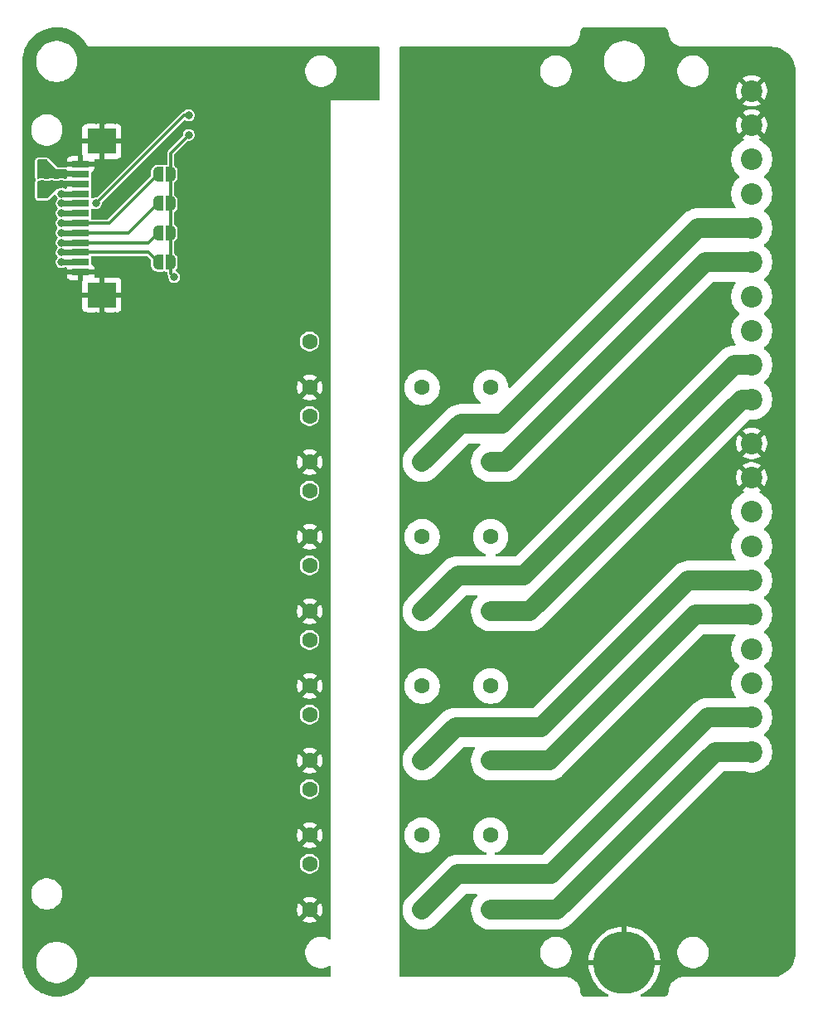
<source format=gbr>
%TF.GenerationSoftware,KiCad,Pcbnew,9.0.2*%
%TF.CreationDate,2025-05-29T14:29:54+03:00*%
%TF.ProjectId,PM-CNV_RQ8,504d2d43-4e56-45f5-9251-382e6b696361,rev?*%
%TF.SameCoordinates,Original*%
%TF.FileFunction,Copper,L2,Bot*%
%TF.FilePolarity,Positive*%
%FSLAX46Y46*%
G04 Gerber Fmt 4.6, Leading zero omitted, Abs format (unit mm)*
G04 Created by KiCad (PCBNEW 9.0.2) date 2025-05-29 14:29:54*
%MOMM*%
%LPD*%
G01*
G04 APERTURE LIST*
G04 Aperture macros list*
%AMFreePoly0*
4,1,23,0.500000,-0.750000,0.000000,-0.750000,0.000000,-0.745722,-0.065263,-0.745722,-0.191342,-0.711940,-0.304381,-0.646677,-0.396677,-0.554381,-0.461940,-0.441342,-0.495722,-0.315263,-0.495722,-0.250000,-0.500000,-0.250000,-0.500000,0.250000,-0.495722,0.250000,-0.495722,0.315263,-0.461940,0.441342,-0.396677,0.554381,-0.304381,0.646677,-0.191342,0.711940,-0.065263,0.745722,0.000000,0.745722,
0.000000,0.750000,0.500000,0.750000,0.500000,-0.750000,0.500000,-0.750000,$1*%
%AMFreePoly1*
4,1,23,0.000000,0.745722,0.065263,0.745722,0.191342,0.711940,0.304381,0.646677,0.396677,0.554381,0.461940,0.441342,0.495722,0.315263,0.495722,0.250000,0.500000,0.250000,0.500000,-0.250000,0.495722,-0.250000,0.495722,-0.315263,0.461940,-0.441342,0.396677,-0.554381,0.304381,-0.646677,0.191342,-0.711940,0.065263,-0.745722,0.000000,-0.745722,0.000000,-0.750000,-0.500000,-0.750000,
-0.500000,0.750000,0.000000,0.750000,0.000000,0.745722,0.000000,0.745722,$1*%
G04 Aperture macros list end*
%TA.AperFunction,ComponentPad*%
%ADD10C,1.608000*%
%TD*%
%TA.AperFunction,ComponentPad*%
%ADD11C,2.200000*%
%TD*%
%TA.AperFunction,ComponentPad*%
%ADD12O,6.350000X6.350000*%
%TD*%
%TA.AperFunction,SMDPad,CuDef*%
%ADD13FreePoly0,0.000000*%
%TD*%
%TA.AperFunction,SMDPad,CuDef*%
%ADD14FreePoly1,0.000000*%
%TD*%
%TA.AperFunction,SMDPad,CuDef*%
%ADD15R,1.803400X0.635000*%
%TD*%
%TA.AperFunction,SMDPad,CuDef*%
%ADD16R,2.997200X2.590800*%
%TD*%
%TA.AperFunction,ViaPad*%
%ADD17C,0.800000*%
%TD*%
%TA.AperFunction,Conductor*%
%ADD18C,0.300000*%
%TD*%
%TA.AperFunction,Conductor*%
%ADD19C,0.600000*%
%TD*%
%TA.AperFunction,Conductor*%
%ADD20C,0.200000*%
%TD*%
%TA.AperFunction,Conductor*%
%ADD21C,2.000000*%
%TD*%
G04 APERTURE END LIST*
D10*
%TO.P,K4,1,1*%
%TO.N,GND_MCU*%
X-10160000Y-10160000D03*
%TO.P,K4,2,2*%
%TO.N,Net-(J7-Pin_2)*%
X1340000Y-10160000D03*
%TO.P,K4,3,3*%
%TO.N,Net-(J7-Pin_1)*%
X8340000Y-10160000D03*
%TO.P,K4,4,4*%
%TO.N,/K4*%
X-10160000Y-5460000D03*
%TD*%
%TO.P,K5,1,1*%
%TO.N,GND_MCU*%
X-10160000Y-17780000D03*
%TO.P,K5,2,2*%
%TO.N,Net-(J8-Pin_8)*%
X1340000Y-17780000D03*
%TO.P,K5,3,3*%
%TO.N,Net-(J8-Pin_7)*%
X8340000Y-17780000D03*
%TO.P,K5,4,4*%
%TO.N,/K5*%
X-10160000Y-13080000D03*
%TD*%
%TO.P,K6,1,1*%
%TO.N,GND_MCU*%
X-10160000Y-25400000D03*
%TO.P,K6,2,2*%
%TO.N,Net-(J8-Pin_6)*%
X1340000Y-25400000D03*
%TO.P,K6,3,3*%
%TO.N,Net-(J8-Pin_5)*%
X8340000Y-25400000D03*
%TO.P,K6,4,4*%
%TO.N,/K6*%
X-10160000Y-20700000D03*
%TD*%
%TO.P,K8,1,1*%
%TO.N,GND_MCU*%
X-10160000Y-40640000D03*
%TO.P,K8,2,2*%
%TO.N,Net-(J8-Pin_2)*%
X1340000Y-40640000D03*
%TO.P,K8,3,3*%
%TO.N,Net-(J8-Pin_1)*%
X8340000Y-40640000D03*
%TO.P,K8,4,4*%
%TO.N,/K8*%
X-10160000Y-35940000D03*
%TD*%
%TO.P,K1,1,1*%
%TO.N,GND_MCU*%
X-10160000Y12700000D03*
%TO.P,K1,2,2*%
%TO.N,Net-(J7-Pin_8)*%
X1340000Y12700000D03*
%TO.P,K1,3,3*%
%TO.N,Net-(J7-Pin_7)*%
X8340000Y12700000D03*
%TO.P,K1,4,4*%
%TO.N,/K1*%
X-10160000Y17400000D03*
%TD*%
D11*
%TO.P,J8,1,Pin_1*%
%TO.N,Net-(J8-Pin_1)*%
X35000000Y-24500000D03*
%TO.P,J8,2,Pin_2*%
%TO.N,Net-(J8-Pin_2)*%
X35000000Y-21000000D03*
%TO.P,J8,3,Pin_3*%
%TO.N,Net-(J8-Pin_3)*%
X35000000Y-17500000D03*
%TO.P,J8,4,Pin_4*%
%TO.N,Net-(J8-Pin_4)*%
X35000000Y-14000000D03*
%TO.P,J8,5,Pin_5*%
%TO.N,Net-(J8-Pin_5)*%
X35000000Y-10500000D03*
%TO.P,J8,6,Pin_6*%
%TO.N,Net-(J8-Pin_6)*%
X35000000Y-7000000D03*
%TO.P,J8,7,Pin_7*%
%TO.N,Net-(J8-Pin_7)*%
X35000000Y-3500000D03*
%TO.P,J8,8,Pin_8*%
%TO.N,Net-(J8-Pin_8)*%
X35000000Y0D03*
%TO.P,J8,9,Pin_9*%
%TO.N,PE*%
X35000000Y3500000D03*
%TO.P,J8,10,Pin_10*%
X35000000Y7000000D03*
%TD*%
D10*
%TO.P,K7,1,1*%
%TO.N,GND_MCU*%
X-10160000Y-33020000D03*
%TO.P,K7,2,2*%
%TO.N,Net-(J8-Pin_4)*%
X1340000Y-33020000D03*
%TO.P,K7,3,3*%
%TO.N,Net-(J8-Pin_3)*%
X8340000Y-33020000D03*
%TO.P,K7,4,4*%
%TO.N,/K7*%
X-10160000Y-28320000D03*
%TD*%
D12*
%TO.P,PE1,1*%
%TO.N,PE*%
X22000000Y-46000000D03*
%TD*%
D10*
%TO.P,K3,1,1*%
%TO.N,GND_MCU*%
X-10160000Y-2540000D03*
%TO.P,K3,2,2*%
%TO.N,Net-(J7-Pin_4)*%
X1340000Y-2540000D03*
%TO.P,K3,3,3*%
%TO.N,Net-(J7-Pin_3)*%
X8340000Y-2540000D03*
%TO.P,K3,4,4*%
%TO.N,/K3*%
X-10160000Y2160000D03*
%TD*%
%TO.P,K2,1,1*%
%TO.N,GND_MCU*%
X-10160000Y5080000D03*
%TO.P,K2,2,2*%
%TO.N,Net-(J7-Pin_6)*%
X1340000Y5080000D03*
%TO.P,K2,3,3*%
%TO.N,Net-(J7-Pin_5)*%
X8340000Y5080000D03*
%TO.P,K2,4,4*%
%TO.N,/K2*%
X-10160000Y9780000D03*
%TD*%
D11*
%TO.P,J7,1,Pin_1*%
%TO.N,Net-(J7-Pin_1)*%
X35000000Y11500000D03*
%TO.P,J7,2,Pin_2*%
%TO.N,Net-(J7-Pin_2)*%
X35000000Y15000000D03*
%TO.P,J7,3,Pin_3*%
%TO.N,Net-(J7-Pin_3)*%
X35000000Y18500000D03*
%TO.P,J7,4,Pin_4*%
%TO.N,Net-(J7-Pin_4)*%
X35000000Y22000000D03*
%TO.P,J7,5,Pin_5*%
%TO.N,Net-(J7-Pin_5)*%
X35000000Y25500000D03*
%TO.P,J7,6,Pin_6*%
%TO.N,Net-(J7-Pin_6)*%
X35000000Y29000000D03*
%TO.P,J7,7,Pin_7*%
%TO.N,Net-(J7-Pin_7)*%
X35000000Y32500000D03*
%TO.P,J7,8,Pin_8*%
%TO.N,Net-(J7-Pin_8)*%
X35000000Y36000000D03*
%TO.P,J7,9,Pin_9*%
%TO.N,PE*%
X35000000Y39500000D03*
%TO.P,J7,10,Pin_10*%
X35000000Y43000000D03*
%TD*%
D13*
%TO.P,JP3,1,A*%
%TO.N,/CS2*%
X-25650000Y28500000D03*
D14*
%TO.P,JP3,2,B*%
%TO.N,/CS*%
X-24350000Y28500000D03*
%TD*%
D15*
%TO.P,J2,1,Pin_1*%
%TO.N,GND_MCU*%
X-33556000Y35499992D03*
%TO.P,J2,2,Pin_2*%
%TO.N,+5V_MCU*%
X-33556000Y34499994D03*
%TO.P,J2,3,Pin_3*%
%TO.N,+3.3V_MCU*%
X-33556000Y33499996D03*
%TO.P,J2,4,Pin_4*%
%TO.N,/MOSI*%
X-33556000Y32499998D03*
%TO.P,J2,5,Pin_5*%
%TO.N,/MISO*%
X-33556000Y31500000D03*
%TO.P,J2,6,Pin_6*%
%TO.N,/SCK*%
X-33556000Y30500000D03*
%TO.P,J2,7,Pin_7*%
%TO.N,/CS0*%
X-33556000Y29500000D03*
%TO.P,J2,8,Pin_8*%
%TO.N,/CS1*%
X-33556000Y28500000D03*
%TO.P,J2,9,Pin_9*%
%TO.N,/CS2*%
X-33556000Y27500002D03*
%TO.P,J2,10,Pin_10*%
%TO.N,/CS3*%
X-33556000Y26500004D03*
%TO.P,J2,11,Pin_11*%
%TO.N,/INT*%
X-33556000Y25500006D03*
%TO.P,J2,12,Pin_11*%
%TO.N,GND_MCU*%
X-33556000Y24500008D03*
D16*
%TO.P,J2,13,Pin_11*%
X-31385999Y37850003D03*
X-31385999Y22149997D03*
%TD*%
D13*
%TO.P,JP4,1,A*%
%TO.N,/CS3*%
X-25650000Y25500000D03*
D14*
%TO.P,JP4,2,B*%
%TO.N,/CS*%
X-24350000Y25500000D03*
%TD*%
D13*
%TO.P,JP2,1,A*%
%TO.N,/CS1*%
X-25650000Y31500000D03*
D14*
%TO.P,JP2,2,B*%
%TO.N,/CS*%
X-24350000Y31500000D03*
%TD*%
D13*
%TO.P,JP1,1,A*%
%TO.N,/CS0*%
X-25650000Y34500000D03*
D14*
%TO.P,JP1,2,B*%
%TO.N,/CS*%
X-24350000Y34500000D03*
%TD*%
D17*
%TO.N,/MISO*%
X-22500000Y40500000D03*
X-32000000Y31500000D03*
X-35500000Y31500000D03*
%TO.N,/CS*%
X-24000000Y24000000D03*
X-22500000Y38500000D03*
%TO.N,/CS3*%
X-35500000Y26500000D03*
%TO.N,/CS0*%
X-35500000Y29500000D03*
%TO.N,/CS2*%
X-35500000Y27500000D03*
%TO.N,/CS1*%
X-35500000Y28500000D03*
%TO.N,/SCK*%
X-35500000Y30500000D03*
%TO.N,/MOSI*%
X-35500000Y32500000D03*
%TO.N,+5V_MCU*%
X-36500000Y34500000D03*
X-35500000Y34500000D03*
X-37500000Y35500000D03*
X-37500000Y34500000D03*
%TO.N,/INT*%
X-35500000Y25500000D03*
%TO.N,GND_MCU*%
X-14000000Y37000000D03*
X-30000000Y20000000D03*
X-31000000Y20000000D03*
X-32000000Y40000000D03*
X-32000000Y20000000D03*
X-33000000Y20000000D03*
X-30500000Y-15000000D03*
X-31000000Y40000000D03*
X-30000000Y40000000D03*
X-29500000Y-16000000D03*
X-14000000Y39000000D03*
X-30500000Y-17000000D03*
X-33000000Y40000000D03*
X-14000000Y38000000D03*
X-28500000Y-17000000D03*
X-28500000Y-15000000D03*
%TO.N,+3.3V_MCU*%
X-35500000Y33500000D03*
X-37500000Y32500000D03*
X-37500000Y33500000D03*
X-36500000Y33500000D03*
%TD*%
D18*
%TO.N,/MISO*%
X-23000000Y40500000D02*
X-22500000Y40500000D01*
D19*
X-35500000Y31500000D02*
X-33556003Y31500000D01*
D18*
X-32000000Y31500000D02*
X-23000000Y40500000D01*
X-35499997Y31499997D02*
X-35500000Y31500000D01*
D19*
X-33556003Y31500000D02*
X-33556000Y31499997D01*
D18*
%TO.N,/CS*%
X-24350000Y36650000D02*
X-22500000Y38500000D01*
X-24350000Y24350000D02*
X-24000000Y24000000D01*
X-24350000Y31500000D02*
X-24350000Y28500000D01*
X-24350000Y25500000D02*
X-24350000Y24350000D01*
X-24350000Y28500000D02*
X-24350000Y25500000D01*
X-24350000Y34500000D02*
X-24350000Y36650000D01*
X-24350000Y34500000D02*
X-24350000Y31500000D01*
D20*
%TO.N,/CS3*%
X-33556000Y26500007D02*
X-33555993Y26500000D01*
D18*
X-26650004Y26500004D02*
X-33556000Y26500004D01*
D19*
X-35500000Y26500000D02*
X-33556007Y26500000D01*
D18*
X-35499993Y26500007D02*
X-35500000Y26500000D01*
D19*
X-33556007Y26500000D02*
X-33556000Y26500007D01*
D18*
X-25650000Y25500000D02*
X-26650004Y26500004D01*
%TO.N,/CS0*%
X-33556000Y29500000D02*
X-30650000Y29500000D01*
D19*
X-35500000Y29500000D02*
X-33556000Y29500001D01*
D20*
X-33556001Y29500000D02*
X-33556000Y29500001D01*
D18*
X-30650000Y29500000D02*
X-25650000Y34500000D01*
D19*
%TO.N,/CS2*%
X-33556005Y27500000D02*
X-33556000Y27500005D01*
X-35500000Y27500000D02*
X-33556005Y27500000D01*
D18*
X-25650000Y28500000D02*
X-26649998Y27500002D01*
X-26649998Y27500002D02*
X-33556000Y27500002D01*
X-35499995Y27500005D02*
X-35500000Y27500000D01*
D20*
X-33556000Y27500005D02*
X-33555995Y27500000D01*
D19*
%TO.N,/CS1*%
X-33556003Y28500000D02*
X-33556000Y28500003D01*
D18*
X-35499997Y28500003D02*
X-35500000Y28500000D01*
X-25650000Y31500000D02*
X-28650000Y28500000D01*
D19*
X-35500000Y28500000D02*
X-33556003Y28500000D01*
D18*
X-28650000Y28500000D02*
X-33556000Y28500000D01*
D21*
%TO.N,Net-(J7-Pin_2)*%
X5000000Y-6500000D02*
X11757360Y-6500000D01*
X11757360Y-6500000D02*
X33257360Y15000000D01*
X33257360Y15000000D02*
X35000000Y15000000D01*
X1340000Y-10160000D02*
X5000000Y-6500000D01*
%TO.N,Net-(J7-Pin_1)*%
X8340000Y-10160000D02*
X12340000Y-10160000D01*
X34000000Y11500000D02*
X35000000Y11500000D01*
X12340000Y-10160000D02*
X34000000Y11500000D01*
%TO.N,Net-(J7-Pin_5)*%
X9822640Y5080000D02*
X30242640Y25500000D01*
X30242640Y25500000D02*
X35000000Y25500000D01*
X8340000Y5080000D02*
X9822640Y5080000D01*
%TO.N,Net-(J7-Pin_6)*%
X1340000Y5080000D02*
X5260000Y9000000D01*
X5260000Y9000000D02*
X9500000Y9000000D01*
X9500000Y9000000D02*
X29500000Y29000000D01*
X29500000Y29000000D02*
X35000000Y29000000D01*
%TO.N,Net-(J8-Pin_1)*%
X31242640Y-24500000D02*
X35000000Y-24500000D01*
X8340000Y-40640000D02*
X15102640Y-40640000D01*
X15102640Y-40640000D02*
X31242640Y-24500000D01*
%TO.N,Net-(J8-Pin_5)*%
X8340000Y-25400000D02*
X14342640Y-25400000D01*
X14342640Y-25400000D02*
X29242640Y-10500000D01*
X29242640Y-10500000D02*
X35000000Y-10500000D01*
%TO.N,Net-(J8-Pin_6)*%
X13500000Y-22000000D02*
X28500000Y-7000000D01*
X1340000Y-25400000D02*
X4740000Y-22000000D01*
X4740000Y-22000000D02*
X13500000Y-22000000D01*
X28500000Y-7000000D02*
X35000000Y-7000000D01*
%TO.N,Net-(J8-Pin_2)*%
X14500000Y-37000000D02*
X30500000Y-21000000D01*
X30500000Y-21000000D02*
X35000000Y-21000000D01*
X1340000Y-40640000D02*
X4980000Y-37000000D01*
X4980000Y-37000000D02*
X14500000Y-37000000D01*
D19*
%TO.N,/SCK*%
X-33556000Y30499999D02*
X-35500000Y30500000D01*
%TO.N,/MOSI*%
X-33556000Y32499995D02*
X-35499995Y32499995D01*
X-35499995Y32499995D02*
X-35500000Y32500000D01*
%TO.N,/INT*%
X-33556000Y25500006D02*
X-35499994Y25500006D01*
X-35499994Y25500006D02*
X-35500000Y25500000D01*
%TD*%
%TA.AperFunction,Conductor*%
%TO.N,GND_MCU*%
G36*
X-35672900Y49483902D02*
G01*
X-35661155Y49482779D01*
X-35342866Y49436967D01*
X-35331288Y49434733D01*
X-35018801Y49358842D01*
X-35007498Y49355520D01*
X-34703637Y49250233D01*
X-34692689Y49245845D01*
X-34448813Y49134336D01*
X-34400247Y49112130D01*
X-34389751Y49106712D01*
X-34354412Y49086283D01*
X-34111353Y48945774D01*
X-34101447Y48939399D01*
X-33839629Y48752701D01*
X-33830357Y48745399D01*
X-33783978Y48705150D01*
X-33587496Y48534638D01*
X-33578953Y48526479D01*
X-33357257Y48293572D01*
X-33349536Y48284646D01*
X-33150989Y48031676D01*
X-33144158Y48022061D01*
X-32968997Y47748870D01*
X-32965926Y47743820D01*
X-32934527Y47689294D01*
X-32934525Y47689292D01*
X-32841447Y47596007D01*
X-32841441Y47596003D01*
X-32727391Y47529987D01*
X-32727388Y47529986D01*
X-32600132Y47495737D01*
X-32468348Y47495591D01*
X-32468338Y47495594D01*
X-32460292Y47496643D01*
X-32460275Y47496507D01*
X-32437440Y47499500D01*
X-3124000Y47499500D01*
X-3056961Y47479815D01*
X-3011206Y47427011D01*
X-3000000Y47375500D01*
X-3000000Y42124000D01*
X-3019685Y42056961D01*
X-3072489Y42011206D01*
X-3124000Y42000000D01*
X-8000000Y42000000D01*
X-8000000Y-43510892D01*
X-8019685Y-43577931D01*
X-8072489Y-43623686D01*
X-8141647Y-43633630D01*
X-8180295Y-43621377D01*
X-8385617Y-43516761D01*
X-8385618Y-43516760D01*
X-8385621Y-43516759D01*
X-8625215Y-43438910D01*
X-8874038Y-43399500D01*
X-9125962Y-43399500D01*
X-9179407Y-43407965D01*
X-9374786Y-43438910D01*
X-9614384Y-43516760D01*
X-9838849Y-43631132D01*
X-10042650Y-43779201D01*
X-10042655Y-43779205D01*
X-10220795Y-43957345D01*
X-10220799Y-43957350D01*
X-10368868Y-44161151D01*
X-10483240Y-44385616D01*
X-10561090Y-44625214D01*
X-10600500Y-44874038D01*
X-10600500Y-45125961D01*
X-10561090Y-45374785D01*
X-10483240Y-45614383D01*
X-10368868Y-45838848D01*
X-10220799Y-46042649D01*
X-10220795Y-46042654D01*
X-10042655Y-46220794D01*
X-10042650Y-46220798D01*
X-9864883Y-46349952D01*
X-9838845Y-46368870D01*
X-9695816Y-46441747D01*
X-9614384Y-46483239D01*
X-9614382Y-46483239D01*
X-9614379Y-46483241D01*
X-9374785Y-46561090D01*
X-9125962Y-46600500D01*
X-9125961Y-46600500D01*
X-8874039Y-46600500D01*
X-8874038Y-46600500D01*
X-8625215Y-46561090D01*
X-8385621Y-46483241D01*
X-8180295Y-46378621D01*
X-8111626Y-46365726D01*
X-8046885Y-46392002D01*
X-8006628Y-46449109D01*
X-8000000Y-46489107D01*
X-8000000Y-47375500D01*
X-8019685Y-47442539D01*
X-8072489Y-47488294D01*
X-8124000Y-47499500D01*
X-32601792Y-47499500D01*
X-32729088Y-47533608D01*
X-32843214Y-47599500D01*
X-32936400Y-47692685D01*
X-32967736Y-47746958D01*
X-32971126Y-47752489D01*
X-33165305Y-48051501D01*
X-33172934Y-48062002D01*
X-33395280Y-48336575D01*
X-33403965Y-48346220D01*
X-33653780Y-48596036D01*
X-33663425Y-48604721D01*
X-33937998Y-48827066D01*
X-33948499Y-48834695D01*
X-34244797Y-49027113D01*
X-34256037Y-49033603D01*
X-34570837Y-49194001D01*
X-34582694Y-49199280D01*
X-34912528Y-49325891D01*
X-34924872Y-49329902D01*
X-35266142Y-49421346D01*
X-35278839Y-49424044D01*
X-35627783Y-49479310D01*
X-35640690Y-49480667D01*
X-35993510Y-49499158D01*
X-36006490Y-49499158D01*
X-36359311Y-49480667D01*
X-36372218Y-49479310D01*
X-36721162Y-49424044D01*
X-36733859Y-49421346D01*
X-37075130Y-49329902D01*
X-37087474Y-49325891D01*
X-37417308Y-49199280D01*
X-37429165Y-49194001D01*
X-37559663Y-49127509D01*
X-37743971Y-49033599D01*
X-37755190Y-49027122D01*
X-38051508Y-48834691D01*
X-38062002Y-48827066D01*
X-38336576Y-48604721D01*
X-38346221Y-48596036D01*
X-38596037Y-48346220D01*
X-38604722Y-48336575D01*
X-38720836Y-48193186D01*
X-38827074Y-48061992D01*
X-38834689Y-48051511D01*
X-39027121Y-47755190D01*
X-39033597Y-47743976D01*
X-39194007Y-47429153D01*
X-39199276Y-47417317D01*
X-39325894Y-47087468D01*
X-39329903Y-47075129D01*
X-39345799Y-47015806D01*
X-39421349Y-46733852D01*
X-39424045Y-46721161D01*
X-39431098Y-46676632D01*
X-39473221Y-46410668D01*
X-39479311Y-46372217D01*
X-39480668Y-46359310D01*
X-39499330Y-46003222D01*
X-39499500Y-45996732D01*
X-39499500Y-45862332D01*
X-38100500Y-45862332D01*
X-38100500Y-46137667D01*
X-38100499Y-46137684D01*
X-38064562Y-46410655D01*
X-38064561Y-46410660D01*
X-38064560Y-46410666D01*
X-38043542Y-46489107D01*
X-37993296Y-46676630D01*
X-37887925Y-46931017D01*
X-37887920Y-46931028D01*
X-37808191Y-47069121D01*
X-37750249Y-47169479D01*
X-37750247Y-47169482D01*
X-37750246Y-47169483D01*
X-37582630Y-47387926D01*
X-37582624Y-47387933D01*
X-37387934Y-47582623D01*
X-37387928Y-47582628D01*
X-37169479Y-47750249D01*
X-37016222Y-47838732D01*
X-36931029Y-47887919D01*
X-36931024Y-47887921D01*
X-36931021Y-47887923D01*
X-36676632Y-47993295D01*
X-36410666Y-48064560D01*
X-36137674Y-48100500D01*
X-36137667Y-48100500D01*
X-35862333Y-48100500D01*
X-35862326Y-48100500D01*
X-35589334Y-48064560D01*
X-35323368Y-47993295D01*
X-35068979Y-47887923D01*
X-34830521Y-47750249D01*
X-34612072Y-47582628D01*
X-34417372Y-47387928D01*
X-34249751Y-47169479D01*
X-34112077Y-46931021D01*
X-34006705Y-46676632D01*
X-33935440Y-46410666D01*
X-33899500Y-46137674D01*
X-33899500Y-45862326D01*
X-33935440Y-45589334D01*
X-34006705Y-45323368D01*
X-34112077Y-45068979D01*
X-34112079Y-45068976D01*
X-34112081Y-45068971D01*
X-34161268Y-44983778D01*
X-34249751Y-44830521D01*
X-34417372Y-44612072D01*
X-34417377Y-44612066D01*
X-34612067Y-44417376D01*
X-34612074Y-44417370D01*
X-34830517Y-44249754D01*
X-34830518Y-44249753D01*
X-34830521Y-44249751D01*
X-34925593Y-44194861D01*
X-35068972Y-44112080D01*
X-35068983Y-44112075D01*
X-35323370Y-44006704D01*
X-35492655Y-43961345D01*
X-35589334Y-43935440D01*
X-35589340Y-43935439D01*
X-35589345Y-43935438D01*
X-35862316Y-43899501D01*
X-35862321Y-43899500D01*
X-35862326Y-43899500D01*
X-36137674Y-43899500D01*
X-36137680Y-43899500D01*
X-36137685Y-43899501D01*
X-36410656Y-43935438D01*
X-36410663Y-43935439D01*
X-36410666Y-43935440D01*
X-36466875Y-43950500D01*
X-36676631Y-44006704D01*
X-36931018Y-44112075D01*
X-36931029Y-44112080D01*
X-37169484Y-44249754D01*
X-37387927Y-44417370D01*
X-37387934Y-44417376D01*
X-37582624Y-44612066D01*
X-37582630Y-44612073D01*
X-37750246Y-44830516D01*
X-37887920Y-45068971D01*
X-37887925Y-45068982D01*
X-37993296Y-45323369D01*
X-38064559Y-45589331D01*
X-38064562Y-45589344D01*
X-38100499Y-45862315D01*
X-38100500Y-45862332D01*
X-39499500Y-45862332D01*
X-39499500Y-38874038D01*
X-38600500Y-38874038D01*
X-38600500Y-39125961D01*
X-38561090Y-39374785D01*
X-38483240Y-39614383D01*
X-38368868Y-39838848D01*
X-38220799Y-40042649D01*
X-38220795Y-40042654D01*
X-38042655Y-40220794D01*
X-38042650Y-40220798D01*
X-37930482Y-40302292D01*
X-37838845Y-40368870D01*
X-37695816Y-40441747D01*
X-37614384Y-40483239D01*
X-37614382Y-40483239D01*
X-37614379Y-40483241D01*
X-37374785Y-40561090D01*
X-37125962Y-40600500D01*
X-37125961Y-40600500D01*
X-36874039Y-40600500D01*
X-36874038Y-40600500D01*
X-36625215Y-40561090D01*
X-36552222Y-40537373D01*
X-11464000Y-40537373D01*
X-11464000Y-40742626D01*
X-11431891Y-40945354D01*
X-11368463Y-41140566D01*
X-11275282Y-41323443D01*
X-11242340Y-41368784D01*
X-10683788Y-40810233D01*
X-10672518Y-40852292D01*
X-10600110Y-40977708D01*
X-10497708Y-41080110D01*
X-10372292Y-41152518D01*
X-10330235Y-41163787D01*
X-10888787Y-41722338D01*
X-10888786Y-41722339D01*
X-10843450Y-41755278D01*
X-10660567Y-41848462D01*
X-10465355Y-41911890D01*
X-10262626Y-41944000D01*
X-10057374Y-41944000D01*
X-9854646Y-41911890D01*
X-9659434Y-41848462D01*
X-9476563Y-41755284D01*
X-9476550Y-41755276D01*
X-9431216Y-41722339D01*
X-9431215Y-41722338D01*
X-9989767Y-41163787D01*
X-9947708Y-41152518D01*
X-9822292Y-41080110D01*
X-9719890Y-40977708D01*
X-9647482Y-40852292D01*
X-9636213Y-40810233D01*
X-9077662Y-41368785D01*
X-9077661Y-41368784D01*
X-9044724Y-41323450D01*
X-9044716Y-41323437D01*
X-8951538Y-41140566D01*
X-8888110Y-40945354D01*
X-8856000Y-40742626D01*
X-8856000Y-40537373D01*
X-8888110Y-40334645D01*
X-8951538Y-40139433D01*
X-9044722Y-39956550D01*
X-9077661Y-39911214D01*
X-9077662Y-39911213D01*
X-9636213Y-40469765D01*
X-9647482Y-40427708D01*
X-9719890Y-40302292D01*
X-9822292Y-40199890D01*
X-9947708Y-40127482D01*
X-9989767Y-40116212D01*
X-9431216Y-39557660D01*
X-9476557Y-39524718D01*
X-9659434Y-39431537D01*
X-9854646Y-39368109D01*
X-10057374Y-39336000D01*
X-10262626Y-39336000D01*
X-10465355Y-39368109D01*
X-10660567Y-39431537D01*
X-10843449Y-39524721D01*
X-10888786Y-39557659D01*
X-10888786Y-39557660D01*
X-10330234Y-40116212D01*
X-10372292Y-40127482D01*
X-10497708Y-40199890D01*
X-10600110Y-40302292D01*
X-10672518Y-40427708D01*
X-10683788Y-40469766D01*
X-11242340Y-39911214D01*
X-11242341Y-39911214D01*
X-11275279Y-39956551D01*
X-11368463Y-40139433D01*
X-11431891Y-40334645D01*
X-11464000Y-40537373D01*
X-36552222Y-40537373D01*
X-36385621Y-40483241D01*
X-36161155Y-40368870D01*
X-35957344Y-40220793D01*
X-35779207Y-40042656D01*
X-35631130Y-39838845D01*
X-35516759Y-39614379D01*
X-35438910Y-39374785D01*
X-35399500Y-39125962D01*
X-35399500Y-38874038D01*
X-35438910Y-38625215D01*
X-35516759Y-38385621D01*
X-35516761Y-38385618D01*
X-35516761Y-38385616D01*
X-35558253Y-38304184D01*
X-35631130Y-38161155D01*
X-35650048Y-38135117D01*
X-35779202Y-37957350D01*
X-35779206Y-37957345D01*
X-35957346Y-37779205D01*
X-35957351Y-37779201D01*
X-36161152Y-37631132D01*
X-36161153Y-37631131D01*
X-36161155Y-37631130D01*
X-36231253Y-37595413D01*
X-36385617Y-37516760D01*
X-36625215Y-37438910D01*
X-36874038Y-37399500D01*
X-37125962Y-37399500D01*
X-37250374Y-37419205D01*
X-37374786Y-37438910D01*
X-37614384Y-37516760D01*
X-37838849Y-37631132D01*
X-38042650Y-37779201D01*
X-38042655Y-37779205D01*
X-38220795Y-37957345D01*
X-38220799Y-37957350D01*
X-38368868Y-38161151D01*
X-38483240Y-38385616D01*
X-38561090Y-38625214D01*
X-38600500Y-38874038D01*
X-39499500Y-38874038D01*
X-39499500Y-36038937D01*
X-11164501Y-36038937D01*
X-11125899Y-36232996D01*
X-11125896Y-36233006D01*
X-11050180Y-36415802D01*
X-11050173Y-36415815D01*
X-10940247Y-36580330D01*
X-10940244Y-36580334D01*
X-10800335Y-36720243D01*
X-10800331Y-36720246D01*
X-10635816Y-36830172D01*
X-10635803Y-36830179D01*
X-10453007Y-36905895D01*
X-10453002Y-36905897D01*
X-10452998Y-36905897D01*
X-10452997Y-36905898D01*
X-10258938Y-36944500D01*
X-10258935Y-36944500D01*
X-10061063Y-36944500D01*
X-9930505Y-36918529D01*
X-9866998Y-36905897D01*
X-9684191Y-36830176D01*
X-9519669Y-36720246D01*
X-9379754Y-36580331D01*
X-9269824Y-36415809D01*
X-9194103Y-36233002D01*
X-9155500Y-36038935D01*
X-9155500Y-35841065D01*
X-9155500Y-35841062D01*
X-9194102Y-35647003D01*
X-9194103Y-35647002D01*
X-9194103Y-35646998D01*
X-9194105Y-35646993D01*
X-9269821Y-35464197D01*
X-9269828Y-35464184D01*
X-9379754Y-35299669D01*
X-9379757Y-35299665D01*
X-9519666Y-35159756D01*
X-9519670Y-35159753D01*
X-9684185Y-35049827D01*
X-9684198Y-35049820D01*
X-9866994Y-34974104D01*
X-9867004Y-34974101D01*
X-10061063Y-34935500D01*
X-10061065Y-34935500D01*
X-10258935Y-34935500D01*
X-10258937Y-34935500D01*
X-10452997Y-34974101D01*
X-10453007Y-34974104D01*
X-10635803Y-35049820D01*
X-10635816Y-35049827D01*
X-10800331Y-35159753D01*
X-10800335Y-35159756D01*
X-10940244Y-35299665D01*
X-10940247Y-35299669D01*
X-11050173Y-35464184D01*
X-11050180Y-35464197D01*
X-11125896Y-35646993D01*
X-11125899Y-35647003D01*
X-11164500Y-35841062D01*
X-11164500Y-35841065D01*
X-11164500Y-36038935D01*
X-11164500Y-36038937D01*
X-11164501Y-36038937D01*
X-39499500Y-36038937D01*
X-39499500Y-32917373D01*
X-11464000Y-32917373D01*
X-11464000Y-33122626D01*
X-11431891Y-33325354D01*
X-11368463Y-33520566D01*
X-11275282Y-33703443D01*
X-11242340Y-33748784D01*
X-10683788Y-33190233D01*
X-10672518Y-33232292D01*
X-10600110Y-33357708D01*
X-10497708Y-33460110D01*
X-10372292Y-33532518D01*
X-10330235Y-33543787D01*
X-10888787Y-34102338D01*
X-10888786Y-34102339D01*
X-10843450Y-34135278D01*
X-10660567Y-34228462D01*
X-10465355Y-34291890D01*
X-10262626Y-34324000D01*
X-10057374Y-34324000D01*
X-9854646Y-34291890D01*
X-9659434Y-34228462D01*
X-9476563Y-34135284D01*
X-9476550Y-34135276D01*
X-9431216Y-34102339D01*
X-9431215Y-34102338D01*
X-9989767Y-33543787D01*
X-9947708Y-33532518D01*
X-9822292Y-33460110D01*
X-9719890Y-33357708D01*
X-9647482Y-33232292D01*
X-9636213Y-33190233D01*
X-9077662Y-33748785D01*
X-9077661Y-33748784D01*
X-9044724Y-33703450D01*
X-9044716Y-33703437D01*
X-8951538Y-33520566D01*
X-8888110Y-33325354D01*
X-8856000Y-33122626D01*
X-8856000Y-32917373D01*
X-8888110Y-32714645D01*
X-8951538Y-32519433D01*
X-9044722Y-32336550D01*
X-9077661Y-32291214D01*
X-9077662Y-32291213D01*
X-9636213Y-32849765D01*
X-9647482Y-32807708D01*
X-9719890Y-32682292D01*
X-9822292Y-32579890D01*
X-9947708Y-32507482D01*
X-9989767Y-32496212D01*
X-9431216Y-31937660D01*
X-9476557Y-31904718D01*
X-9659434Y-31811537D01*
X-9854646Y-31748109D01*
X-10057374Y-31716000D01*
X-10262626Y-31716000D01*
X-10465355Y-31748109D01*
X-10660567Y-31811537D01*
X-10843449Y-31904721D01*
X-10888786Y-31937659D01*
X-10888786Y-31937660D01*
X-10330234Y-32496212D01*
X-10372292Y-32507482D01*
X-10497708Y-32579890D01*
X-10600110Y-32682292D01*
X-10672518Y-32807708D01*
X-10683788Y-32849766D01*
X-11242340Y-32291214D01*
X-11242341Y-32291214D01*
X-11275279Y-32336551D01*
X-11368463Y-32519433D01*
X-11431891Y-32714645D01*
X-11464000Y-32917373D01*
X-39499500Y-32917373D01*
X-39499500Y-28418937D01*
X-11164501Y-28418937D01*
X-11125899Y-28612996D01*
X-11125896Y-28613006D01*
X-11050180Y-28795802D01*
X-11050173Y-28795815D01*
X-10940247Y-28960330D01*
X-10940244Y-28960334D01*
X-10800335Y-29100243D01*
X-10800331Y-29100246D01*
X-10635816Y-29210172D01*
X-10635803Y-29210179D01*
X-10453007Y-29285895D01*
X-10453002Y-29285897D01*
X-10452998Y-29285897D01*
X-10452997Y-29285898D01*
X-10258938Y-29324500D01*
X-10258935Y-29324500D01*
X-10061063Y-29324500D01*
X-9930505Y-29298529D01*
X-9866998Y-29285897D01*
X-9684191Y-29210176D01*
X-9519669Y-29100246D01*
X-9379754Y-28960331D01*
X-9269824Y-28795809D01*
X-9194103Y-28613002D01*
X-9155500Y-28418935D01*
X-9155500Y-28221065D01*
X-9155500Y-28221062D01*
X-9194102Y-28027003D01*
X-9194103Y-28027002D01*
X-9194103Y-28026998D01*
X-9194105Y-28026993D01*
X-9269821Y-27844197D01*
X-9269828Y-27844184D01*
X-9379754Y-27679669D01*
X-9379757Y-27679665D01*
X-9519666Y-27539756D01*
X-9519670Y-27539753D01*
X-9684185Y-27429827D01*
X-9684198Y-27429820D01*
X-9866994Y-27354104D01*
X-9867004Y-27354101D01*
X-10061063Y-27315500D01*
X-10061065Y-27315500D01*
X-10258935Y-27315500D01*
X-10258937Y-27315500D01*
X-10452997Y-27354101D01*
X-10453007Y-27354104D01*
X-10635803Y-27429820D01*
X-10635816Y-27429827D01*
X-10800331Y-27539753D01*
X-10800335Y-27539756D01*
X-10940244Y-27679665D01*
X-10940247Y-27679669D01*
X-11050173Y-27844184D01*
X-11050180Y-27844197D01*
X-11125896Y-28026993D01*
X-11125899Y-28027003D01*
X-11164500Y-28221062D01*
X-11164500Y-28221065D01*
X-11164500Y-28418935D01*
X-11164500Y-28418937D01*
X-11164501Y-28418937D01*
X-39499500Y-28418937D01*
X-39499500Y-25297373D01*
X-11464000Y-25297373D01*
X-11464000Y-25502626D01*
X-11431891Y-25705354D01*
X-11368463Y-25900566D01*
X-11275282Y-26083443D01*
X-11242340Y-26128784D01*
X-10683788Y-25570233D01*
X-10672518Y-25612292D01*
X-10600110Y-25737708D01*
X-10497708Y-25840110D01*
X-10372292Y-25912518D01*
X-10330235Y-25923787D01*
X-10888787Y-26482338D01*
X-10888786Y-26482339D01*
X-10843450Y-26515278D01*
X-10660567Y-26608462D01*
X-10465355Y-26671890D01*
X-10262626Y-26704000D01*
X-10057374Y-26704000D01*
X-9854646Y-26671890D01*
X-9659434Y-26608462D01*
X-9476563Y-26515284D01*
X-9476550Y-26515276D01*
X-9431216Y-26482339D01*
X-9431215Y-26482338D01*
X-9989767Y-25923787D01*
X-9947708Y-25912518D01*
X-9822292Y-25840110D01*
X-9719890Y-25737708D01*
X-9647482Y-25612292D01*
X-9636213Y-25570233D01*
X-9077662Y-26128785D01*
X-9077661Y-26128784D01*
X-9044724Y-26083450D01*
X-9044716Y-26083437D01*
X-8951538Y-25900566D01*
X-8888110Y-25705354D01*
X-8856000Y-25502626D01*
X-8856000Y-25297373D01*
X-8888110Y-25094645D01*
X-8951538Y-24899433D01*
X-9044722Y-24716550D01*
X-9077661Y-24671214D01*
X-9077662Y-24671213D01*
X-9636213Y-25229765D01*
X-9647482Y-25187708D01*
X-9719890Y-25062292D01*
X-9822292Y-24959890D01*
X-9947708Y-24887482D01*
X-9989767Y-24876212D01*
X-9431216Y-24317660D01*
X-9476557Y-24284718D01*
X-9659434Y-24191537D01*
X-9854646Y-24128109D01*
X-10057374Y-24096000D01*
X-10262626Y-24096000D01*
X-10465355Y-24128109D01*
X-10660567Y-24191537D01*
X-10843449Y-24284721D01*
X-10888786Y-24317659D01*
X-10888786Y-24317660D01*
X-10330234Y-24876212D01*
X-10372292Y-24887482D01*
X-10497708Y-24959890D01*
X-10600110Y-25062292D01*
X-10672518Y-25187708D01*
X-10683788Y-25229766D01*
X-11242340Y-24671214D01*
X-11242341Y-24671214D01*
X-11275279Y-24716551D01*
X-11368463Y-24899433D01*
X-11431891Y-25094645D01*
X-11464000Y-25297373D01*
X-39499500Y-25297373D01*
X-39499500Y-20798937D01*
X-11164501Y-20798937D01*
X-11125899Y-20992996D01*
X-11125896Y-20993006D01*
X-11050180Y-21175802D01*
X-11050173Y-21175815D01*
X-10940247Y-21340330D01*
X-10940244Y-21340334D01*
X-10800335Y-21480243D01*
X-10800331Y-21480246D01*
X-10635816Y-21590172D01*
X-10635803Y-21590179D01*
X-10453007Y-21665895D01*
X-10453002Y-21665897D01*
X-10452998Y-21665897D01*
X-10452997Y-21665898D01*
X-10258938Y-21704500D01*
X-10258935Y-21704500D01*
X-10061063Y-21704500D01*
X-9930505Y-21678529D01*
X-9866998Y-21665897D01*
X-9684191Y-21590176D01*
X-9519669Y-21480246D01*
X-9379754Y-21340331D01*
X-9269824Y-21175809D01*
X-9194103Y-20993002D01*
X-9155500Y-20798935D01*
X-9155500Y-20601065D01*
X-9155500Y-20601062D01*
X-9194102Y-20407003D01*
X-9194103Y-20407002D01*
X-9194103Y-20406998D01*
X-9194105Y-20406993D01*
X-9269821Y-20224197D01*
X-9269828Y-20224184D01*
X-9379754Y-20059669D01*
X-9379757Y-20059665D01*
X-9519666Y-19919756D01*
X-9519670Y-19919753D01*
X-9684185Y-19809827D01*
X-9684198Y-19809820D01*
X-9866994Y-19734104D01*
X-9867004Y-19734101D01*
X-10061063Y-19695500D01*
X-10061065Y-19695500D01*
X-10258935Y-19695500D01*
X-10258937Y-19695500D01*
X-10452997Y-19734101D01*
X-10453007Y-19734104D01*
X-10635803Y-19809820D01*
X-10635816Y-19809827D01*
X-10800331Y-19919753D01*
X-10800335Y-19919756D01*
X-10940244Y-20059665D01*
X-10940247Y-20059669D01*
X-11050173Y-20224184D01*
X-11050180Y-20224197D01*
X-11125896Y-20406993D01*
X-11125899Y-20407003D01*
X-11164500Y-20601062D01*
X-11164500Y-20601065D01*
X-11164500Y-20798935D01*
X-11164500Y-20798937D01*
X-11164501Y-20798937D01*
X-39499500Y-20798937D01*
X-39499500Y-17677373D01*
X-11464000Y-17677373D01*
X-11464000Y-17882626D01*
X-11431891Y-18085354D01*
X-11368463Y-18280566D01*
X-11275282Y-18463443D01*
X-11242340Y-18508784D01*
X-10683788Y-17950233D01*
X-10672518Y-17992292D01*
X-10600110Y-18117708D01*
X-10497708Y-18220110D01*
X-10372292Y-18292518D01*
X-10330235Y-18303787D01*
X-10888787Y-18862338D01*
X-10888786Y-18862339D01*
X-10843450Y-18895278D01*
X-10660567Y-18988462D01*
X-10465355Y-19051890D01*
X-10262626Y-19084000D01*
X-10057374Y-19084000D01*
X-9854646Y-19051890D01*
X-9659434Y-18988462D01*
X-9476563Y-18895284D01*
X-9476550Y-18895276D01*
X-9431216Y-18862339D01*
X-9431215Y-18862338D01*
X-9989767Y-18303787D01*
X-9947708Y-18292518D01*
X-9822292Y-18220110D01*
X-9719890Y-18117708D01*
X-9647482Y-17992292D01*
X-9636213Y-17950233D01*
X-9077662Y-18508785D01*
X-9077661Y-18508784D01*
X-9044724Y-18463450D01*
X-9044716Y-18463437D01*
X-8951538Y-18280566D01*
X-8888110Y-18085354D01*
X-8856000Y-17882626D01*
X-8856000Y-17677373D01*
X-8888110Y-17474645D01*
X-8951538Y-17279433D01*
X-9044722Y-17096550D01*
X-9077661Y-17051214D01*
X-9077662Y-17051213D01*
X-9636213Y-17609765D01*
X-9647482Y-17567708D01*
X-9719890Y-17442292D01*
X-9822292Y-17339890D01*
X-9947708Y-17267482D01*
X-9989767Y-17256212D01*
X-9431216Y-16697660D01*
X-9476557Y-16664718D01*
X-9659434Y-16571537D01*
X-9854646Y-16508109D01*
X-10057374Y-16476000D01*
X-10262626Y-16476000D01*
X-10465355Y-16508109D01*
X-10660567Y-16571537D01*
X-10843449Y-16664721D01*
X-10888786Y-16697659D01*
X-10888786Y-16697660D01*
X-10330234Y-17256212D01*
X-10372292Y-17267482D01*
X-10497708Y-17339890D01*
X-10600110Y-17442292D01*
X-10672518Y-17567708D01*
X-10683788Y-17609766D01*
X-11242340Y-17051214D01*
X-11242341Y-17051214D01*
X-11275279Y-17096551D01*
X-11368463Y-17279433D01*
X-11431891Y-17474645D01*
X-11464000Y-17677373D01*
X-39499500Y-17677373D01*
X-39499500Y-13178937D01*
X-11164501Y-13178937D01*
X-11125899Y-13372996D01*
X-11125896Y-13373006D01*
X-11050180Y-13555802D01*
X-11050173Y-13555815D01*
X-10940247Y-13720330D01*
X-10940244Y-13720334D01*
X-10800335Y-13860243D01*
X-10800331Y-13860246D01*
X-10635816Y-13970172D01*
X-10635803Y-13970179D01*
X-10453007Y-14045895D01*
X-10453002Y-14045897D01*
X-10452998Y-14045897D01*
X-10452997Y-14045898D01*
X-10258938Y-14084500D01*
X-10258935Y-14084500D01*
X-10061063Y-14084500D01*
X-9930505Y-14058529D01*
X-9866998Y-14045897D01*
X-9684191Y-13970176D01*
X-9519669Y-13860246D01*
X-9379754Y-13720331D01*
X-9269824Y-13555809D01*
X-9194103Y-13373002D01*
X-9155500Y-13178935D01*
X-9155500Y-12981065D01*
X-9155500Y-12981062D01*
X-9194102Y-12787003D01*
X-9194103Y-12787002D01*
X-9194103Y-12786998D01*
X-9194105Y-12786993D01*
X-9269821Y-12604197D01*
X-9269828Y-12604184D01*
X-9379754Y-12439669D01*
X-9379757Y-12439665D01*
X-9519666Y-12299756D01*
X-9519670Y-12299753D01*
X-9684185Y-12189827D01*
X-9684198Y-12189820D01*
X-9866994Y-12114104D01*
X-9867004Y-12114101D01*
X-10061063Y-12075500D01*
X-10061065Y-12075500D01*
X-10258935Y-12075500D01*
X-10258937Y-12075500D01*
X-10452997Y-12114101D01*
X-10453007Y-12114104D01*
X-10635803Y-12189820D01*
X-10635816Y-12189827D01*
X-10800331Y-12299753D01*
X-10800335Y-12299756D01*
X-10940244Y-12439665D01*
X-10940247Y-12439669D01*
X-11050173Y-12604184D01*
X-11050180Y-12604197D01*
X-11125896Y-12786993D01*
X-11125899Y-12787003D01*
X-11164500Y-12981062D01*
X-11164500Y-12981065D01*
X-11164500Y-13178935D01*
X-11164500Y-13178937D01*
X-11164501Y-13178937D01*
X-39499500Y-13178937D01*
X-39499500Y-10057373D01*
X-11464000Y-10057373D01*
X-11464000Y-10262626D01*
X-11431891Y-10465354D01*
X-11368463Y-10660566D01*
X-11275282Y-10843443D01*
X-11242340Y-10888784D01*
X-10683788Y-10330233D01*
X-10672518Y-10372292D01*
X-10600110Y-10497708D01*
X-10497708Y-10600110D01*
X-10372292Y-10672518D01*
X-10330235Y-10683787D01*
X-10888787Y-11242338D01*
X-10888786Y-11242339D01*
X-10843450Y-11275278D01*
X-10660567Y-11368462D01*
X-10465355Y-11431890D01*
X-10262626Y-11464000D01*
X-10057374Y-11464000D01*
X-9854646Y-11431890D01*
X-9659434Y-11368462D01*
X-9476563Y-11275284D01*
X-9476550Y-11275276D01*
X-9431216Y-11242339D01*
X-9431215Y-11242338D01*
X-9989767Y-10683787D01*
X-9947708Y-10672518D01*
X-9822292Y-10600110D01*
X-9719890Y-10497708D01*
X-9647482Y-10372292D01*
X-9636213Y-10330233D01*
X-9077662Y-10888785D01*
X-9077661Y-10888784D01*
X-9044724Y-10843450D01*
X-9044716Y-10843437D01*
X-8951538Y-10660566D01*
X-8888110Y-10465354D01*
X-8856000Y-10262626D01*
X-8856000Y-10057373D01*
X-8888110Y-9854645D01*
X-8951538Y-9659433D01*
X-9044722Y-9476550D01*
X-9077661Y-9431214D01*
X-9077662Y-9431213D01*
X-9636213Y-9989765D01*
X-9647482Y-9947708D01*
X-9719890Y-9822292D01*
X-9822292Y-9719890D01*
X-9947708Y-9647482D01*
X-9989767Y-9636212D01*
X-9431216Y-9077660D01*
X-9476557Y-9044718D01*
X-9659434Y-8951537D01*
X-9854646Y-8888109D01*
X-10057374Y-8856000D01*
X-10262626Y-8856000D01*
X-10465355Y-8888109D01*
X-10660567Y-8951537D01*
X-10843449Y-9044721D01*
X-10888786Y-9077659D01*
X-10888786Y-9077660D01*
X-10330234Y-9636212D01*
X-10372292Y-9647482D01*
X-10497708Y-9719890D01*
X-10600110Y-9822292D01*
X-10672518Y-9947708D01*
X-10683788Y-9989766D01*
X-11242340Y-9431214D01*
X-11242341Y-9431214D01*
X-11275279Y-9476551D01*
X-11368463Y-9659433D01*
X-11431891Y-9854645D01*
X-11464000Y-10057373D01*
X-39499500Y-10057373D01*
X-39499500Y-5558937D01*
X-11164501Y-5558937D01*
X-11125899Y-5752996D01*
X-11125896Y-5753006D01*
X-11050180Y-5935802D01*
X-11050173Y-5935815D01*
X-10940247Y-6100330D01*
X-10940244Y-6100334D01*
X-10800335Y-6240243D01*
X-10800331Y-6240246D01*
X-10635816Y-6350172D01*
X-10635803Y-6350179D01*
X-10453007Y-6425895D01*
X-10453002Y-6425897D01*
X-10452998Y-6425897D01*
X-10452997Y-6425898D01*
X-10258938Y-6464500D01*
X-10258935Y-6464500D01*
X-10061063Y-6464500D01*
X-9930505Y-6438529D01*
X-9866998Y-6425897D01*
X-9684191Y-6350176D01*
X-9519669Y-6240246D01*
X-9379754Y-6100331D01*
X-9269824Y-5935809D01*
X-9194103Y-5753002D01*
X-9155500Y-5558935D01*
X-9155500Y-5361065D01*
X-9155500Y-5361062D01*
X-9194102Y-5167003D01*
X-9194103Y-5167002D01*
X-9194103Y-5166998D01*
X-9194105Y-5166993D01*
X-9269821Y-4984197D01*
X-9269828Y-4984184D01*
X-9379754Y-4819669D01*
X-9379757Y-4819665D01*
X-9519666Y-4679756D01*
X-9519670Y-4679753D01*
X-9684185Y-4569827D01*
X-9684198Y-4569820D01*
X-9866994Y-4494104D01*
X-9867004Y-4494101D01*
X-10061063Y-4455500D01*
X-10061065Y-4455500D01*
X-10258935Y-4455500D01*
X-10258937Y-4455500D01*
X-10452997Y-4494101D01*
X-10453007Y-4494104D01*
X-10635803Y-4569820D01*
X-10635816Y-4569827D01*
X-10800331Y-4679753D01*
X-10800335Y-4679756D01*
X-10940244Y-4819665D01*
X-10940247Y-4819669D01*
X-11050173Y-4984184D01*
X-11050180Y-4984197D01*
X-11125896Y-5166993D01*
X-11125899Y-5167003D01*
X-11164500Y-5361062D01*
X-11164500Y-5361065D01*
X-11164500Y-5558935D01*
X-11164500Y-5558937D01*
X-11164501Y-5558937D01*
X-39499500Y-5558937D01*
X-39499500Y-2437373D01*
X-11464000Y-2437373D01*
X-11464000Y-2642626D01*
X-11431891Y-2845354D01*
X-11368463Y-3040566D01*
X-11275282Y-3223443D01*
X-11242340Y-3268784D01*
X-10683788Y-2710233D01*
X-10672518Y-2752292D01*
X-10600110Y-2877708D01*
X-10497708Y-2980110D01*
X-10372292Y-3052518D01*
X-10330235Y-3063787D01*
X-10888787Y-3622338D01*
X-10888786Y-3622339D01*
X-10843450Y-3655278D01*
X-10660567Y-3748462D01*
X-10465355Y-3811890D01*
X-10262626Y-3844000D01*
X-10057374Y-3844000D01*
X-9854646Y-3811890D01*
X-9659434Y-3748462D01*
X-9476563Y-3655284D01*
X-9476550Y-3655276D01*
X-9431216Y-3622339D01*
X-9431215Y-3622338D01*
X-9989767Y-3063787D01*
X-9947708Y-3052518D01*
X-9822292Y-2980110D01*
X-9719890Y-2877708D01*
X-9647482Y-2752292D01*
X-9636213Y-2710233D01*
X-9077662Y-3268785D01*
X-9077661Y-3268784D01*
X-9044724Y-3223450D01*
X-9044716Y-3223437D01*
X-8951538Y-3040566D01*
X-8888110Y-2845354D01*
X-8856000Y-2642626D01*
X-8856000Y-2437373D01*
X-8888110Y-2234645D01*
X-8951538Y-2039433D01*
X-9044722Y-1856550D01*
X-9077661Y-1811214D01*
X-9077662Y-1811213D01*
X-9636213Y-2369765D01*
X-9647482Y-2327708D01*
X-9719890Y-2202292D01*
X-9822292Y-2099890D01*
X-9947708Y-2027482D01*
X-9989767Y-2016212D01*
X-9431216Y-1457660D01*
X-9476557Y-1424718D01*
X-9659434Y-1331537D01*
X-9854646Y-1268109D01*
X-10057374Y-1236000D01*
X-10262626Y-1236000D01*
X-10465355Y-1268109D01*
X-10660567Y-1331537D01*
X-10843449Y-1424721D01*
X-10888786Y-1457659D01*
X-10888786Y-1457660D01*
X-10330234Y-2016212D01*
X-10372292Y-2027482D01*
X-10497708Y-2099890D01*
X-10600110Y-2202292D01*
X-10672518Y-2327708D01*
X-10683788Y-2369766D01*
X-11242340Y-1811214D01*
X-11242341Y-1811214D01*
X-11275279Y-1856551D01*
X-11368463Y-2039433D01*
X-11431891Y-2234645D01*
X-11464000Y-2437373D01*
X-39499500Y-2437373D01*
X-39499500Y2061063D01*
X-11164501Y2061063D01*
X-11125899Y1867004D01*
X-11125896Y1866994D01*
X-11050180Y1684198D01*
X-11050173Y1684185D01*
X-10940247Y1519670D01*
X-10940244Y1519666D01*
X-10800335Y1379757D01*
X-10800331Y1379754D01*
X-10635816Y1269828D01*
X-10635803Y1269821D01*
X-10453007Y1194105D01*
X-10453002Y1194103D01*
X-10452998Y1194103D01*
X-10452997Y1194102D01*
X-10258938Y1155500D01*
X-10258935Y1155500D01*
X-10061063Y1155500D01*
X-9930505Y1181471D01*
X-9866998Y1194103D01*
X-9684191Y1269824D01*
X-9519669Y1379754D01*
X-9379754Y1519669D01*
X-9269824Y1684191D01*
X-9194103Y1866998D01*
X-9155500Y2061065D01*
X-9155500Y2258935D01*
X-9155500Y2258938D01*
X-9194102Y2452997D01*
X-9194103Y2452998D01*
X-9194103Y2453002D01*
X-9194105Y2453007D01*
X-9269821Y2635803D01*
X-9269828Y2635816D01*
X-9379754Y2800331D01*
X-9379757Y2800335D01*
X-9519666Y2940244D01*
X-9519670Y2940247D01*
X-9684185Y3050173D01*
X-9684198Y3050180D01*
X-9866994Y3125896D01*
X-9867004Y3125899D01*
X-10061063Y3164500D01*
X-10061065Y3164500D01*
X-10258935Y3164500D01*
X-10258937Y3164500D01*
X-10452997Y3125899D01*
X-10453007Y3125896D01*
X-10635803Y3050180D01*
X-10635816Y3050173D01*
X-10800331Y2940247D01*
X-10800335Y2940244D01*
X-10940244Y2800335D01*
X-10940247Y2800331D01*
X-11050173Y2635816D01*
X-11050180Y2635803D01*
X-11125896Y2453007D01*
X-11125899Y2452997D01*
X-11164500Y2258938D01*
X-11164500Y2258935D01*
X-11164500Y2061065D01*
X-11164500Y2061063D01*
X-11164501Y2061063D01*
X-39499500Y2061063D01*
X-39499500Y5182627D01*
X-11464000Y5182627D01*
X-11464000Y4977374D01*
X-11431891Y4774646D01*
X-11368463Y4579434D01*
X-11275282Y4396557D01*
X-11242340Y4351216D01*
X-10683788Y4909767D01*
X-10672518Y4867708D01*
X-10600110Y4742292D01*
X-10497708Y4639890D01*
X-10372292Y4567482D01*
X-10330235Y4556213D01*
X-10888787Y3997662D01*
X-10888786Y3997661D01*
X-10843450Y3964722D01*
X-10660567Y3871538D01*
X-10465355Y3808110D01*
X-10262626Y3776000D01*
X-10057374Y3776000D01*
X-9854646Y3808110D01*
X-9659434Y3871538D01*
X-9476563Y3964716D01*
X-9476550Y3964724D01*
X-9431216Y3997661D01*
X-9431215Y3997662D01*
X-9989767Y4556213D01*
X-9947708Y4567482D01*
X-9822292Y4639890D01*
X-9719890Y4742292D01*
X-9647482Y4867708D01*
X-9636213Y4909767D01*
X-9077662Y4351215D01*
X-9077661Y4351216D01*
X-9044724Y4396550D01*
X-9044716Y4396563D01*
X-8951538Y4579434D01*
X-8888110Y4774646D01*
X-8856000Y4977374D01*
X-8856000Y5182627D01*
X-8888110Y5385355D01*
X-8951538Y5580567D01*
X-9044722Y5763450D01*
X-9077661Y5808786D01*
X-9077662Y5808787D01*
X-9636213Y5250235D01*
X-9647482Y5292292D01*
X-9719890Y5417708D01*
X-9822292Y5520110D01*
X-9947708Y5592518D01*
X-9989767Y5603788D01*
X-9431216Y6162340D01*
X-9476557Y6195282D01*
X-9659434Y6288463D01*
X-9854646Y6351891D01*
X-10057374Y6384000D01*
X-10262626Y6384000D01*
X-10465355Y6351891D01*
X-10660567Y6288463D01*
X-10843449Y6195279D01*
X-10888786Y6162341D01*
X-10888786Y6162340D01*
X-10330234Y5603788D01*
X-10372292Y5592518D01*
X-10497708Y5520110D01*
X-10600110Y5417708D01*
X-10672518Y5292292D01*
X-10683788Y5250234D01*
X-11242340Y5808786D01*
X-11242341Y5808786D01*
X-11275279Y5763449D01*
X-11368463Y5580567D01*
X-11431891Y5385355D01*
X-11464000Y5182627D01*
X-39499500Y5182627D01*
X-39499500Y9681063D01*
X-11164501Y9681063D01*
X-11125899Y9487004D01*
X-11125896Y9486994D01*
X-11050180Y9304198D01*
X-11050173Y9304185D01*
X-10940247Y9139670D01*
X-10940244Y9139666D01*
X-10800335Y8999757D01*
X-10800331Y8999754D01*
X-10635816Y8889828D01*
X-10635803Y8889821D01*
X-10453007Y8814105D01*
X-10453002Y8814103D01*
X-10452998Y8814103D01*
X-10452997Y8814102D01*
X-10258938Y8775500D01*
X-10258935Y8775500D01*
X-10061063Y8775500D01*
X-9930505Y8801471D01*
X-9866998Y8814103D01*
X-9684191Y8889824D01*
X-9519669Y8999754D01*
X-9379754Y9139669D01*
X-9269824Y9304191D01*
X-9194103Y9486998D01*
X-9155500Y9681065D01*
X-9155500Y9878935D01*
X-9155500Y9878938D01*
X-9194102Y10072997D01*
X-9194103Y10072998D01*
X-9194103Y10073002D01*
X-9194105Y10073007D01*
X-9269821Y10255803D01*
X-9269828Y10255816D01*
X-9379754Y10420331D01*
X-9379757Y10420335D01*
X-9519666Y10560244D01*
X-9519670Y10560247D01*
X-9684185Y10670173D01*
X-9684198Y10670180D01*
X-9866994Y10745896D01*
X-9867004Y10745899D01*
X-10061063Y10784500D01*
X-10061065Y10784500D01*
X-10258935Y10784500D01*
X-10258937Y10784500D01*
X-10452997Y10745899D01*
X-10453007Y10745896D01*
X-10635803Y10670180D01*
X-10635816Y10670173D01*
X-10800331Y10560247D01*
X-10800335Y10560244D01*
X-10940244Y10420335D01*
X-10940247Y10420331D01*
X-11050173Y10255816D01*
X-11050180Y10255803D01*
X-11125896Y10073007D01*
X-11125899Y10072997D01*
X-11164500Y9878938D01*
X-11164500Y9878935D01*
X-11164500Y9681065D01*
X-11164500Y9681063D01*
X-11164501Y9681063D01*
X-39499500Y9681063D01*
X-39499500Y12802627D01*
X-11464000Y12802627D01*
X-11464000Y12597374D01*
X-11431891Y12394646D01*
X-11368463Y12199434D01*
X-11275282Y12016557D01*
X-11242340Y11971216D01*
X-10683788Y12529767D01*
X-10672518Y12487708D01*
X-10600110Y12362292D01*
X-10497708Y12259890D01*
X-10372292Y12187482D01*
X-10330235Y12176213D01*
X-10888787Y11617662D01*
X-10888786Y11617661D01*
X-10843450Y11584722D01*
X-10660567Y11491538D01*
X-10465355Y11428110D01*
X-10262626Y11396000D01*
X-10057374Y11396000D01*
X-9854646Y11428110D01*
X-9659434Y11491538D01*
X-9476563Y11584716D01*
X-9476550Y11584724D01*
X-9431216Y11617661D01*
X-9431215Y11617662D01*
X-9989767Y12176213D01*
X-9947708Y12187482D01*
X-9822292Y12259890D01*
X-9719890Y12362292D01*
X-9647482Y12487708D01*
X-9636213Y12529767D01*
X-9077662Y11971215D01*
X-9077661Y11971216D01*
X-9044724Y12016550D01*
X-9044716Y12016563D01*
X-8951538Y12199434D01*
X-8888110Y12394646D01*
X-8856000Y12597374D01*
X-8856000Y12802627D01*
X-8888110Y13005355D01*
X-8951538Y13200567D01*
X-9044722Y13383450D01*
X-9077661Y13428786D01*
X-9077662Y13428787D01*
X-9636213Y12870235D01*
X-9647482Y12912292D01*
X-9719890Y13037708D01*
X-9822292Y13140110D01*
X-9947708Y13212518D01*
X-9989767Y13223788D01*
X-9431216Y13782340D01*
X-9476557Y13815282D01*
X-9659434Y13908463D01*
X-9854646Y13971891D01*
X-10057374Y14004000D01*
X-10262626Y14004000D01*
X-10465355Y13971891D01*
X-10660567Y13908463D01*
X-10843449Y13815279D01*
X-10888786Y13782341D01*
X-10888786Y13782340D01*
X-10330234Y13223788D01*
X-10372292Y13212518D01*
X-10497708Y13140110D01*
X-10600110Y13037708D01*
X-10672518Y12912292D01*
X-10683788Y12870234D01*
X-11242340Y13428786D01*
X-11242341Y13428786D01*
X-11275279Y13383449D01*
X-11368463Y13200567D01*
X-11431891Y13005355D01*
X-11464000Y12802627D01*
X-39499500Y12802627D01*
X-39499500Y17301063D01*
X-11164501Y17301063D01*
X-11125899Y17107004D01*
X-11125896Y17106994D01*
X-11050180Y16924198D01*
X-11050173Y16924185D01*
X-10940247Y16759670D01*
X-10940244Y16759666D01*
X-10800335Y16619757D01*
X-10800331Y16619754D01*
X-10635816Y16509828D01*
X-10635803Y16509821D01*
X-10453007Y16434105D01*
X-10453002Y16434103D01*
X-10452998Y16434103D01*
X-10452997Y16434102D01*
X-10258938Y16395500D01*
X-10258935Y16395500D01*
X-10061063Y16395500D01*
X-9930505Y16421471D01*
X-9866998Y16434103D01*
X-9684191Y16509824D01*
X-9519669Y16619754D01*
X-9379754Y16759669D01*
X-9269824Y16924191D01*
X-9194103Y17106998D01*
X-9155500Y17301065D01*
X-9155500Y17498935D01*
X-9155500Y17498938D01*
X-9194102Y17692997D01*
X-9194103Y17692998D01*
X-9194103Y17693002D01*
X-9194105Y17693007D01*
X-9269821Y17875803D01*
X-9269828Y17875816D01*
X-9379754Y18040331D01*
X-9379757Y18040335D01*
X-9519666Y18180244D01*
X-9519670Y18180247D01*
X-9684185Y18290173D01*
X-9684198Y18290180D01*
X-9866994Y18365896D01*
X-9867004Y18365899D01*
X-10061063Y18404500D01*
X-10061065Y18404500D01*
X-10258935Y18404500D01*
X-10258937Y18404500D01*
X-10452997Y18365899D01*
X-10453007Y18365896D01*
X-10635803Y18290180D01*
X-10635816Y18290173D01*
X-10800331Y18180247D01*
X-10800335Y18180244D01*
X-10940244Y18040335D01*
X-10940247Y18040331D01*
X-11050173Y17875816D01*
X-11050180Y17875803D01*
X-11125896Y17693007D01*
X-11125899Y17692997D01*
X-11164500Y17498938D01*
X-11164500Y17498935D01*
X-11164500Y17301065D01*
X-11164500Y17301063D01*
X-11164501Y17301063D01*
X-39499500Y17301063D01*
X-39499500Y20806753D01*
X-33384599Y20806753D01*
X-33378198Y20747225D01*
X-33378196Y20747218D01*
X-33327954Y20612511D01*
X-33327950Y20612504D01*
X-33241790Y20497410D01*
X-33241787Y20497407D01*
X-33126693Y20411247D01*
X-33126686Y20411243D01*
X-32991979Y20361001D01*
X-32991972Y20360999D01*
X-32932444Y20354598D01*
X-32932427Y20354597D01*
X-31635999Y20354597D01*
X-31135999Y20354597D01*
X-29839571Y20354597D01*
X-29839555Y20354598D01*
X-29780027Y20360999D01*
X-29780020Y20361001D01*
X-29645313Y20411243D01*
X-29645306Y20411247D01*
X-29530212Y20497407D01*
X-29530209Y20497410D01*
X-29444049Y20612504D01*
X-29444045Y20612511D01*
X-29393803Y20747218D01*
X-29393801Y20747225D01*
X-29387400Y20806753D01*
X-29387399Y20806770D01*
X-29387399Y21899997D01*
X-31135999Y21899997D01*
X-31135999Y20354597D01*
X-31635999Y20354597D01*
X-31635999Y21899997D01*
X-33384599Y21899997D01*
X-33384599Y20806753D01*
X-39499500Y20806753D01*
X-39499500Y23470135D01*
X-33384599Y23470135D01*
X-33384599Y22399997D01*
X-31635999Y22399997D01*
X-31135999Y22399997D01*
X-29387399Y22399997D01*
X-29387399Y23493225D01*
X-29387400Y23493242D01*
X-29393801Y23552770D01*
X-29393803Y23552777D01*
X-29444045Y23687484D01*
X-29444049Y23687491D01*
X-29530209Y23802585D01*
X-29530212Y23802588D01*
X-29645306Y23888748D01*
X-29645313Y23888752D01*
X-29780020Y23938994D01*
X-29780027Y23938996D01*
X-29839555Y23945397D01*
X-31135999Y23945397D01*
X-31135999Y22399997D01*
X-31635999Y22399997D01*
X-31635999Y23945397D01*
X-32036604Y23945397D01*
X-32103643Y23965082D01*
X-32149398Y24017886D01*
X-32159893Y24082653D01*
X-32154301Y24134664D01*
X-32154300Y24134681D01*
X-32154300Y24250008D01*
X-33306000Y24250008D01*
X-33306000Y23672681D01*
X-33308399Y23664514D01*
X-33307114Y23656099D01*
X-33316763Y23622150D01*
X-33384599Y23470135D01*
X-39499500Y23470135D01*
X-39499500Y24134664D01*
X-34957700Y24134664D01*
X-34951299Y24075136D01*
X-34951297Y24075129D01*
X-34901055Y23940422D01*
X-34901051Y23940415D01*
X-34814891Y23825321D01*
X-34814888Y23825318D01*
X-34699794Y23739158D01*
X-34699787Y23739154D01*
X-34565080Y23688912D01*
X-34565073Y23688910D01*
X-34505545Y23682509D01*
X-34505528Y23682508D01*
X-33806000Y23682508D01*
X-33806000Y24250008D01*
X-34957700Y24250008D01*
X-34957700Y24134664D01*
X-39499500Y24134664D01*
X-39499500Y35875997D01*
X-38205500Y35875997D01*
X-38205500Y34123993D01*
X-38200803Y34080314D01*
X-38189603Y34028826D01*
X-38187110Y34018628D01*
X-38187108Y34018621D01*
X-38153351Y33955274D01*
X-38139196Y33886853D01*
X-38154562Y33836427D01*
X-38176233Y33797683D01*
X-38177489Y33795438D01*
X-38177491Y33795436D01*
X-38197174Y33728404D01*
X-38197175Y33728399D01*
X-38197175Y33728398D01*
X-38205294Y33671928D01*
X-38205500Y33670497D01*
X-38205500Y32123993D01*
X-38200803Y32080314D01*
X-38189603Y32028826D01*
X-38187110Y32018628D01*
X-38187109Y32018625D01*
X-38144101Y31937917D01*
X-38144099Y31937914D01*
X-38098340Y31885105D01*
X-38082276Y31868710D01*
X-38080754Y31867157D01*
X-38080753Y31867156D01*
X-38080751Y31867155D01*
X-38000941Y31822512D01*
X-38000937Y31822510D01*
X-37933898Y31802825D01*
X-37876000Y31794500D01*
X-37875996Y31794500D01*
X-37051361Y31794500D01*
X-37048820Y31794637D01*
X-37029393Y31795678D01*
X-37029386Y31795679D01*
X-37029382Y31795679D01*
X-37003035Y31798512D01*
X-36926518Y31822471D01*
X-36865195Y31855956D01*
X-36818370Y31891009D01*
X-36292083Y32417298D01*
X-36230761Y32450782D01*
X-36161070Y32445798D01*
X-36105136Y32403927D01*
X-36084630Y32361713D01*
X-36059577Y32268216D01*
X-36059576Y32268215D01*
X-36059574Y32268210D01*
X-35980525Y32131291D01*
X-35980519Y32131283D01*
X-35936917Y32087681D01*
X-35903432Y32026358D01*
X-35908416Y31956666D01*
X-35936917Y31912319D01*
X-35980519Y31868718D01*
X-35980525Y31868710D01*
X-36059574Y31731791D01*
X-36059577Y31731784D01*
X-36100500Y31579057D01*
X-36100500Y31420943D01*
X-36065462Y31290182D01*
X-36059577Y31268217D01*
X-36059574Y31268210D01*
X-35980525Y31131291D01*
X-35980519Y31131283D01*
X-35936917Y31087681D01*
X-35903432Y31026358D01*
X-35908416Y30956666D01*
X-35936917Y30912319D01*
X-35980519Y30868718D01*
X-35980525Y30868710D01*
X-36059574Y30731791D01*
X-36059577Y30731784D01*
X-36100500Y30579057D01*
X-36100500Y30420944D01*
X-36059577Y30268217D01*
X-36059574Y30268210D01*
X-35980525Y30131291D01*
X-35980519Y30131283D01*
X-35936917Y30087681D01*
X-35903432Y30026358D01*
X-35908416Y29956666D01*
X-35936917Y29912319D01*
X-35980519Y29868718D01*
X-35980525Y29868710D01*
X-36059574Y29731791D01*
X-36059577Y29731784D01*
X-36100500Y29579057D01*
X-36100500Y29420943D01*
X-36066863Y29295410D01*
X-36059577Y29268217D01*
X-36059574Y29268210D01*
X-35980525Y29131291D01*
X-35980519Y29131283D01*
X-35936917Y29087681D01*
X-35903432Y29026358D01*
X-35908416Y28956666D01*
X-35936917Y28912319D01*
X-35980519Y28868718D01*
X-35980525Y28868710D01*
X-36059574Y28731791D01*
X-36059577Y28731784D01*
X-36100500Y28579057D01*
X-36100500Y28420943D01*
X-36065462Y28290182D01*
X-36059577Y28268217D01*
X-36059574Y28268210D01*
X-35980525Y28131291D01*
X-35980519Y28131283D01*
X-35936917Y28087681D01*
X-35903432Y28026358D01*
X-35908416Y27956666D01*
X-35936917Y27912319D01*
X-35980519Y27868718D01*
X-35980525Y27868710D01*
X-36059574Y27731791D01*
X-36059577Y27731784D01*
X-36100500Y27579057D01*
X-36100500Y27420944D01*
X-36059577Y27268217D01*
X-36059574Y27268210D01*
X-35980525Y27131291D01*
X-35980519Y27131283D01*
X-35936917Y27087681D01*
X-35903432Y27026358D01*
X-35908416Y26956666D01*
X-35936917Y26912319D01*
X-35980519Y26868718D01*
X-35980525Y26868710D01*
X-36059574Y26731791D01*
X-36059577Y26731784D01*
X-36100500Y26579057D01*
X-36100500Y26420943D01*
X-36076219Y26330327D01*
X-36059577Y26268217D01*
X-36059574Y26268210D01*
X-35980525Y26131291D01*
X-35980519Y26131283D01*
X-35936917Y26087681D01*
X-35903432Y26026358D01*
X-35908416Y25956666D01*
X-35936917Y25912319D01*
X-35980519Y25868718D01*
X-35980525Y25868710D01*
X-36059574Y25731791D01*
X-36059577Y25731784D01*
X-36100500Y25579057D01*
X-36100500Y25420944D01*
X-36059577Y25268217D01*
X-36059574Y25268210D01*
X-35980525Y25131291D01*
X-35980521Y25131286D01*
X-35980520Y25131284D01*
X-35868716Y25019480D01*
X-35868714Y25019479D01*
X-35868710Y25019476D01*
X-35755742Y24954255D01*
X-35731784Y24940423D01*
X-35579057Y24899500D01*
X-35579055Y24899500D01*
X-35420945Y24899500D01*
X-35420943Y24899500D01*
X-35268216Y24940423D01*
X-35194654Y24982894D01*
X-35179168Y24987044D01*
X-35167591Y24994483D01*
X-35132656Y24999506D01*
X-35081322Y24999506D01*
X-35014283Y24979821D01*
X-34968528Y24927017D01*
X-34959040Y24868743D01*
X-34957522Y24868661D01*
X-34957700Y24865336D01*
X-34957700Y24750008D01*
X-32154300Y24750008D01*
X-32154300Y24865336D01*
X-32154301Y24865353D01*
X-32160702Y24924881D01*
X-32160704Y24924888D01*
X-32210946Y25059595D01*
X-32210950Y25059602D01*
X-32297110Y25174696D01*
X-32404112Y25254799D01*
X-32445982Y25310733D01*
X-32453800Y25354065D01*
X-32453800Y25837257D01*
X-32453801Y25837259D01*
X-32465432Y25895735D01*
X-32476513Y25912319D01*
X-32489072Y25931115D01*
X-32495046Y25950193D01*
X-32505553Y25967203D01*
X-32505274Y25982855D01*
X-32509950Y25997790D01*
X-32504662Y26017070D01*
X-32504304Y26037061D01*
X-32492291Y26062169D01*
X-32491467Y26065170D01*
X-32489070Y26068899D01*
X-32472031Y26094398D01*
X-32418418Y26139201D01*
X-32368931Y26149504D01*
X-26846548Y26149504D01*
X-26779509Y26129819D01*
X-26758867Y26113185D01*
X-26391819Y25746137D01*
X-26358334Y25684814D01*
X-26355500Y25658456D01*
X-26355500Y25184168D01*
X-26348537Y25131291D01*
X-26348497Y25130986D01*
X-26318619Y25019482D01*
X-26314420Y25003812D01*
X-26293899Y24954269D01*
X-26293892Y24954255D01*
X-26228066Y24840241D01*
X-26195413Y24797688D01*
X-26195409Y24797683D01*
X-26102317Y24704591D01*
X-26059757Y24671933D01*
X-25945743Y24606107D01*
X-25945738Y24606105D01*
X-25945732Y24606102D01*
X-25896189Y24585581D01*
X-25896187Y24585581D01*
X-25896181Y24585578D01*
X-25769014Y24551503D01*
X-25715826Y24544500D01*
X-25715820Y24544500D01*
X-25149997Y24544500D01*
X-25149997Y24544501D01*
X-25104272Y24549652D01*
X-25078644Y24561994D01*
X-25059646Y24571143D01*
X-24990705Y24582496D01*
X-24979820Y24580663D01*
X-24951320Y24574546D01*
X-24939163Y24564851D01*
X-24850000Y24544500D01*
X-24811340Y24544500D01*
X-24798477Y24541739D01*
X-24778865Y24531100D01*
X-24757461Y24524815D01*
X-24748754Y24514766D01*
X-24737061Y24508423D01*
X-24726314Y24488869D01*
X-24711706Y24472011D01*
X-24708207Y24455926D01*
X-24703407Y24447193D01*
X-24704104Y24437064D01*
X-24700500Y24420500D01*
X-24700500Y24303854D01*
X-24693218Y24276676D01*
X-24693200Y24276613D01*
X-24676614Y24214711D01*
X-24676613Y24214710D01*
X-24630472Y24134791D01*
X-24626128Y24129130D01*
X-24600930Y24063962D01*
X-24600500Y24053639D01*
X-24600500Y23920944D01*
X-24559577Y23768217D01*
X-24559574Y23768210D01*
X-24480525Y23631291D01*
X-24480521Y23631286D01*
X-24480520Y23631284D01*
X-24368716Y23519480D01*
X-24368714Y23519479D01*
X-24368710Y23519476D01*
X-24231791Y23440427D01*
X-24231784Y23440423D01*
X-24079057Y23399500D01*
X-24079055Y23399500D01*
X-23920945Y23399500D01*
X-23920943Y23399500D01*
X-23768216Y23440423D01*
X-23631284Y23519480D01*
X-23519480Y23631284D01*
X-23440423Y23768216D01*
X-23399500Y23920943D01*
X-23399500Y24079057D01*
X-23440423Y24231784D01*
X-23440427Y24231791D01*
X-23519476Y24368710D01*
X-23519482Y24368718D01*
X-23631283Y24480519D01*
X-23631291Y24480525D01*
X-23768210Y24559574D01*
X-23768214Y24559576D01*
X-23768215Y24559577D01*
X-23768216Y24559577D01*
X-23777242Y24561996D01*
X-23836899Y24598360D01*
X-23867427Y24661207D01*
X-23859132Y24730583D01*
X-23832829Y24769446D01*
X-23804591Y24797683D01*
X-23771933Y24840243D01*
X-23706107Y24954257D01*
X-23685578Y25003819D01*
X-23651503Y25130986D01*
X-23644500Y25184174D01*
X-23644500Y25815826D01*
X-23651503Y25869014D01*
X-23685578Y25996181D01*
X-23694230Y26017070D01*
X-23706102Y26045732D01*
X-23706105Y26045738D01*
X-23706107Y26045743D01*
X-23771933Y26159757D01*
X-23804591Y26202317D01*
X-23897682Y26295408D01*
X-23897681Y26295408D01*
X-23940250Y26328072D01*
X-23943625Y26330327D01*
X-23942614Y26331842D01*
X-23985723Y26377065D01*
X-23999500Y26433871D01*
X-23999500Y27566130D01*
X-23979815Y27633169D01*
X-23942792Y27668463D01*
X-23943426Y27669411D01*
X-23943464Y27669461D01*
X-23943461Y27669464D01*
X-23943608Y27669684D01*
X-23940250Y27671928D01*
X-23940243Y27671933D01*
X-23897683Y27704591D01*
X-23804591Y27797683D01*
X-23771933Y27840243D01*
X-23706107Y27954257D01*
X-23685578Y28003819D01*
X-23651503Y28130986D01*
X-23644500Y28184174D01*
X-23644500Y28815826D01*
X-23651503Y28869014D01*
X-23685578Y28996181D01*
X-23687160Y29000000D01*
X-23706102Y29045732D01*
X-23706105Y29045738D01*
X-23706107Y29045743D01*
X-23771933Y29159757D01*
X-23782393Y29173388D01*
X-23804591Y29202317D01*
X-23897682Y29295408D01*
X-23897681Y29295408D01*
X-23940250Y29328072D01*
X-23943625Y29330327D01*
X-23942614Y29331842D01*
X-23985723Y29377065D01*
X-23999500Y29433871D01*
X-23999500Y30566130D01*
X-23979815Y30633169D01*
X-23942792Y30668463D01*
X-23943426Y30669411D01*
X-23943464Y30669461D01*
X-23943461Y30669464D01*
X-23943608Y30669684D01*
X-23940250Y30671928D01*
X-23940243Y30671933D01*
X-23897683Y30704591D01*
X-23804591Y30797683D01*
X-23771933Y30840243D01*
X-23706107Y30954257D01*
X-23685578Y31003819D01*
X-23651503Y31130986D01*
X-23644500Y31184174D01*
X-23644500Y31815826D01*
X-23651503Y31869014D01*
X-23685578Y31996181D01*
X-23694875Y32018627D01*
X-23706102Y32045732D01*
X-23706105Y32045738D01*
X-23706107Y32045743D01*
X-23771933Y32159757D01*
X-23774230Y32162750D01*
X-23804591Y32202317D01*
X-23897682Y32295408D01*
X-23897681Y32295408D01*
X-23940250Y32328072D01*
X-23943625Y32330327D01*
X-23942614Y32331842D01*
X-23985723Y32377065D01*
X-23999500Y32433871D01*
X-23999500Y33566130D01*
X-23979815Y33633169D01*
X-23942792Y33668463D01*
X-23943426Y33669411D01*
X-23943464Y33669461D01*
X-23943461Y33669464D01*
X-23943608Y33669684D01*
X-23940250Y33671928D01*
X-23940243Y33671933D01*
X-23897683Y33704591D01*
X-23804591Y33797683D01*
X-23771933Y33840243D01*
X-23706107Y33954257D01*
X-23685578Y34003819D01*
X-23651503Y34130986D01*
X-23644500Y34184174D01*
X-23644500Y34815826D01*
X-23651503Y34869014D01*
X-23685578Y34996181D01*
X-23685581Y34996189D01*
X-23706102Y35045732D01*
X-23706105Y35045738D01*
X-23706107Y35045743D01*
X-23771933Y35159757D01*
X-23804591Y35202317D01*
X-23897682Y35295408D01*
X-23897681Y35295408D01*
X-23940250Y35328072D01*
X-23943625Y35330327D01*
X-23942614Y35331842D01*
X-23985723Y35377065D01*
X-23999500Y35433871D01*
X-23999500Y36453457D01*
X-23979815Y36520496D01*
X-23963186Y36541133D01*
X-22641138Y37863182D01*
X-22579815Y37896666D01*
X-22553457Y37899500D01*
X-22420945Y37899500D01*
X-22420943Y37899500D01*
X-22268216Y37940423D01*
X-22131284Y38019480D01*
X-22019480Y38131284D01*
X-21940423Y38268216D01*
X-21899500Y38420943D01*
X-21899500Y38579057D01*
X-21940423Y38731784D01*
X-21962822Y38770581D01*
X-22019476Y38868710D01*
X-22019482Y38868718D01*
X-22131283Y38980519D01*
X-22131291Y38980525D01*
X-22268210Y39059574D01*
X-22268214Y39059576D01*
X-22268216Y39059577D01*
X-22420943Y39100500D01*
X-22579057Y39100500D01*
X-22731784Y39059577D01*
X-22731791Y39059574D01*
X-22868710Y38980525D01*
X-22868718Y38980519D01*
X-22980519Y38868718D01*
X-22980525Y38868710D01*
X-23059574Y38731791D01*
X-23059577Y38731784D01*
X-23100500Y38579057D01*
X-23100500Y38446545D01*
X-23120185Y38379506D01*
X-23136819Y38358864D01*
X-24630469Y36865214D01*
X-24630473Y36865209D01*
X-24676613Y36785291D01*
X-24676614Y36785288D01*
X-24700500Y36696144D01*
X-24700500Y35579500D01*
X-24720185Y35512461D01*
X-24772989Y35466706D01*
X-24796772Y35458640D01*
X-24810459Y35455500D01*
X-24850000Y35455500D01*
X-24895728Y35450348D01*
X-24952876Y35422827D01*
X-24966430Y35419717D01*
X-24987989Y35421014D01*
X-25009299Y35417505D01*
X-25022626Y35423098D01*
X-25036174Y35423912D01*
X-25046948Y35431789D01*
X-25048248Y35429087D01*
X-25060836Y35435149D01*
X-25149996Y35455500D01*
X-25150000Y35455500D01*
X-25715826Y35455500D01*
X-25715833Y35455500D01*
X-25769008Y35448498D01*
X-25769014Y35448497D01*
X-25896189Y35414420D01*
X-25945732Y35393899D01*
X-25945746Y35393892D01*
X-26059760Y35328066D01*
X-26102317Y35295410D01*
X-26195410Y35202317D01*
X-26228066Y35159760D01*
X-26293892Y35045746D01*
X-26293899Y35045732D01*
X-26314420Y34996189D01*
X-26348497Y34869014D01*
X-26348498Y34869008D01*
X-26355500Y34815833D01*
X-26355500Y34341544D01*
X-26375185Y34274505D01*
X-26391819Y34253863D01*
X-30758863Y29886819D01*
X-30820186Y29853334D01*
X-30846544Y29850500D01*
X-32368931Y29850500D01*
X-32376549Y29852737D01*
X-32384383Y29851467D01*
X-32409591Y29862440D01*
X-32435970Y29870185D01*
X-32442801Y29876895D01*
X-32448447Y29879352D01*
X-32472032Y29905608D01*
X-32489071Y29931108D01*
X-32509950Y29997785D01*
X-32491466Y30065166D01*
X-32489072Y30068891D01*
X-32476517Y30087681D01*
X-32465433Y30104269D01*
X-32465433Y30104271D01*
X-32465432Y30104271D01*
X-32453801Y30162748D01*
X-32453800Y30162750D01*
X-32453800Y30837249D01*
X-32454298Y30842302D01*
X-32441283Y30910948D01*
X-32393221Y30961661D01*
X-32325371Y30978339D01*
X-32268897Y30961850D01*
X-32231784Y30940423D01*
X-32079057Y30899500D01*
X-32079055Y30899500D01*
X-31920945Y30899500D01*
X-31920943Y30899500D01*
X-31768216Y30940423D01*
X-31631284Y31019480D01*
X-31519480Y31131284D01*
X-31440423Y31268216D01*
X-31399500Y31420943D01*
X-31399500Y31553457D01*
X-31379815Y31620496D01*
X-31363181Y31641138D01*
X-27223359Y35780960D01*
X-23009613Y39994706D01*
X-22948292Y40028189D01*
X-22878600Y40023205D01*
X-22859937Y40014412D01*
X-22731784Y39940423D01*
X-22579057Y39899500D01*
X-22579055Y39899500D01*
X-22420945Y39899500D01*
X-22420943Y39899500D01*
X-22268216Y39940423D01*
X-22131284Y40019480D01*
X-22019480Y40131284D01*
X-21940423Y40268216D01*
X-21899500Y40420943D01*
X-21899500Y40579057D01*
X-21940423Y40731784D01*
X-21968531Y40780469D01*
X-22019476Y40868710D01*
X-22019482Y40868718D01*
X-22131283Y40980519D01*
X-22131291Y40980525D01*
X-22268210Y41059574D01*
X-22268214Y41059576D01*
X-22268216Y41059577D01*
X-22420943Y41100500D01*
X-22579057Y41100500D01*
X-22731784Y41059577D01*
X-22731791Y41059574D01*
X-22868710Y40980525D01*
X-22868718Y40980519D01*
X-22962417Y40886819D01*
X-23023740Y40853334D01*
X-23038114Y40851789D01*
X-23038084Y40851561D01*
X-23046144Y40850500D01*
X-23135288Y40826614D01*
X-23135291Y40826613D01*
X-23215209Y40780473D01*
X-23215214Y40780469D01*
X-31858864Y32136819D01*
X-31920187Y32103334D01*
X-31946545Y32100500D01*
X-32079057Y32100500D01*
X-32231784Y32059577D01*
X-32231787Y32059576D01*
X-32268899Y32038150D01*
X-32336800Y32021680D01*
X-32402826Y32044534D01*
X-32446015Y32099456D01*
X-32454298Y32157703D01*
X-32453802Y32162745D01*
X-32453800Y32162750D01*
X-32453800Y32837246D01*
X-32453800Y32837249D01*
X-32453801Y32837251D01*
X-32465432Y32895728D01*
X-32479103Y32916188D01*
X-32484754Y32934235D01*
X-32494977Y32950143D01*
X-32499429Y32981106D01*
X-32499980Y32982866D01*
X-32500000Y32985078D01*
X-32500000Y33014917D01*
X-32480315Y33081956D01*
X-32479127Y33083772D01*
X-32465433Y33104265D01*
X-32453800Y33162748D01*
X-32453800Y33837244D01*
X-32453800Y33837247D01*
X-32453801Y33837249D01*
X-32465432Y33895723D01*
X-32465433Y33895726D01*
X-32465433Y33895727D01*
X-32479104Y33916186D01*
X-32484754Y33934232D01*
X-32494977Y33950140D01*
X-32499429Y33981103D01*
X-32499980Y33982863D01*
X-32500000Y33985075D01*
X-32500000Y34014915D01*
X-32480315Y34081954D01*
X-32479127Y34083770D01*
X-32465433Y34104263D01*
X-32453800Y34162746D01*
X-32453800Y34645936D01*
X-32434115Y34712975D01*
X-32404111Y34745202D01*
X-32297113Y34825302D01*
X-32297110Y34825305D01*
X-32210950Y34940399D01*
X-32210946Y34940406D01*
X-32160704Y35075113D01*
X-32160702Y35075120D01*
X-32154301Y35134648D01*
X-32154300Y35134665D01*
X-32154300Y35249992D01*
X-34957701Y35249992D01*
X-34968244Y35239449D01*
X-35029567Y35205965D01*
X-35073574Y35204394D01*
X-35081262Y35205500D01*
X-35081267Y35205500D01*
X-35863518Y35205500D01*
X-35930557Y35225185D01*
X-35951199Y35241819D01*
X-36490339Y35780960D01*
X-36574716Y35865337D01*
X-34957700Y35865337D01*
X-34957700Y35749992D01*
X-33806000Y35749992D01*
X-33806000Y36317492D01*
X-34505545Y36317492D01*
X-34565073Y36311091D01*
X-34565080Y36311089D01*
X-34699787Y36260847D01*
X-34699794Y36260843D01*
X-34814888Y36174683D01*
X-34814891Y36174680D01*
X-34901051Y36059586D01*
X-34901055Y36059579D01*
X-34951297Y35924872D01*
X-34951299Y35924865D01*
X-34957700Y35865337D01*
X-36574716Y35865337D01*
X-36818367Y36108988D01*
X-36834717Y36123675D01*
X-36834731Y36123687D01*
X-36855380Y36140328D01*
X-36926425Y36177491D01*
X-36993457Y36197174D01*
X-36995140Y36197416D01*
X-37051362Y36205500D01*
X-37876000Y36205500D01*
X-37876008Y36205500D01*
X-37919687Y36200803D01*
X-37971175Y36189603D01*
X-37981373Y36187110D01*
X-37981376Y36187109D01*
X-38062084Y36144101D01*
X-38062087Y36144099D01*
X-38114896Y36098340D01*
X-38132840Y36080758D01*
X-38132846Y36080751D01*
X-38177489Y36000941D01*
X-38177491Y36000936D01*
X-38197174Y35933904D01*
X-38205500Y35875997D01*
X-39499500Y35875997D01*
X-39499500Y36506784D01*
X-33384599Y36506784D01*
X-33384598Y36506765D01*
X-33378226Y36447493D01*
X-33347139Y36419570D01*
X-33310419Y36360127D01*
X-33306000Y36327320D01*
X-33306000Y35749992D01*
X-32154300Y35749992D01*
X-32154300Y35865320D01*
X-32154301Y35865337D01*
X-32159893Y35917347D01*
X-32147488Y35986107D01*
X-32099878Y36037244D01*
X-32036604Y36054603D01*
X-31635999Y36054603D01*
X-31135999Y36054603D01*
X-29839571Y36054603D01*
X-29839555Y36054604D01*
X-29780027Y36061005D01*
X-29780020Y36061007D01*
X-29645313Y36111249D01*
X-29645306Y36111253D01*
X-29530212Y36197413D01*
X-29530209Y36197416D01*
X-29444049Y36312510D01*
X-29444045Y36312517D01*
X-29393803Y36447224D01*
X-29393801Y36447231D01*
X-29387400Y36506759D01*
X-29387399Y36506776D01*
X-29387399Y37600003D01*
X-31135999Y37600003D01*
X-31135999Y36054603D01*
X-31635999Y36054603D01*
X-31635999Y37600003D01*
X-33384599Y37600003D01*
X-33384599Y36506784D01*
X-39499500Y36506784D01*
X-39499500Y39125962D01*
X-38600500Y39125962D01*
X-38600500Y38874039D01*
X-38561090Y38625215D01*
X-38483240Y38385617D01*
X-38368868Y38161152D01*
X-38220799Y37957351D01*
X-38220795Y37957346D01*
X-38042655Y37779206D01*
X-38042650Y37779202D01*
X-37864883Y37650048D01*
X-37838845Y37631130D01*
X-37695816Y37558253D01*
X-37614384Y37516761D01*
X-37614382Y37516761D01*
X-37614379Y37516759D01*
X-37374785Y37438910D01*
X-37125962Y37399500D01*
X-37125961Y37399500D01*
X-36874039Y37399500D01*
X-36874038Y37399500D01*
X-36625215Y37438910D01*
X-36385621Y37516759D01*
X-36161155Y37631130D01*
X-36061824Y37703299D01*
X-35995231Y37751680D01*
X-35995227Y37751683D01*
X-35976223Y37765492D01*
X-35957344Y37779207D01*
X-35779207Y37957344D01*
X-35631130Y38161155D01*
X-35516759Y38385621D01*
X-35438910Y38625215D01*
X-35399500Y38874038D01*
X-35399500Y39125962D01*
X-35410157Y39193248D01*
X-33384599Y39193248D01*
X-33384599Y38100003D01*
X-31635999Y38100003D01*
X-31135999Y38100003D01*
X-29387399Y38100003D01*
X-29387399Y39193231D01*
X-29387400Y39193248D01*
X-29393801Y39252776D01*
X-29393803Y39252783D01*
X-29444045Y39387490D01*
X-29444049Y39387497D01*
X-29530209Y39502591D01*
X-29530212Y39502594D01*
X-29645306Y39588754D01*
X-29645313Y39588758D01*
X-29780020Y39639000D01*
X-29780027Y39639002D01*
X-29839555Y39645403D01*
X-31135999Y39645403D01*
X-31135999Y38100003D01*
X-31635999Y38100003D01*
X-31635999Y39645403D01*
X-32932444Y39645403D01*
X-32991972Y39639002D01*
X-32991979Y39639000D01*
X-33126686Y39588758D01*
X-33126693Y39588754D01*
X-33241787Y39502594D01*
X-33241790Y39502591D01*
X-33327950Y39387497D01*
X-33327954Y39387490D01*
X-33378196Y39252783D01*
X-33378198Y39252776D01*
X-33384599Y39193248D01*
X-35410157Y39193248D01*
X-35415886Y39229419D01*
X-35438910Y39374786D01*
X-35508433Y39588754D01*
X-35516759Y39614379D01*
X-35516761Y39614382D01*
X-35516761Y39614384D01*
X-35558253Y39695816D01*
X-35631130Y39838845D01*
X-35675199Y39899501D01*
X-35779202Y40042650D01*
X-35779206Y40042655D01*
X-35957346Y40220795D01*
X-35957351Y40220799D01*
X-36161152Y40368868D01*
X-36161153Y40368869D01*
X-36161155Y40368870D01*
X-36263358Y40420945D01*
X-36385617Y40483240D01*
X-36625215Y40561090D01*
X-36738641Y40579055D01*
X-36874038Y40600500D01*
X-37125962Y40600500D01*
X-37250374Y40580795D01*
X-37374786Y40561090D01*
X-37614384Y40483240D01*
X-37838849Y40368868D01*
X-38042650Y40220799D01*
X-38042655Y40220795D01*
X-38220795Y40042655D01*
X-38220799Y40042650D01*
X-38368868Y39838849D01*
X-38483240Y39614384D01*
X-38561090Y39374786D01*
X-38600500Y39125962D01*
X-39499500Y39125962D01*
X-39499500Y45996949D01*
X-39499351Y46003034D01*
X-39492737Y46137668D01*
X-38100500Y46137668D01*
X-38100500Y45862333D01*
X-38100499Y45862316D01*
X-38064562Y45589345D01*
X-38064561Y45589340D01*
X-38064560Y45589334D01*
X-38064559Y45589332D01*
X-37993296Y45323370D01*
X-37887925Y45068983D01*
X-37887920Y45068972D01*
X-37808191Y44930879D01*
X-37750249Y44830521D01*
X-37750247Y44830518D01*
X-37750246Y44830517D01*
X-37582630Y44612074D01*
X-37582624Y44612067D01*
X-37387934Y44417377D01*
X-37387928Y44417372D01*
X-37169479Y44249751D01*
X-37016222Y44161268D01*
X-36931029Y44112081D01*
X-36931024Y44112079D01*
X-36931021Y44112077D01*
X-36676632Y44006705D01*
X-36410666Y43935440D01*
X-36137674Y43899500D01*
X-36137667Y43899500D01*
X-35862333Y43899500D01*
X-35862326Y43899500D01*
X-35589334Y43935440D01*
X-35323368Y44006705D01*
X-35068979Y44112077D01*
X-34830521Y44249751D01*
X-34612072Y44417372D01*
X-34417372Y44612072D01*
X-34249751Y44830521D01*
X-34112077Y45068979D01*
X-34088474Y45125962D01*
X-10600500Y45125962D01*
X-10600500Y45078250D01*
X-10600500Y44874038D01*
X-10593607Y44830517D01*
X-10561090Y44625215D01*
X-10483240Y44385617D01*
X-10368868Y44161152D01*
X-10220799Y43957351D01*
X-10220795Y43957346D01*
X-10042655Y43779206D01*
X-10042650Y43779202D01*
X-9864883Y43650048D01*
X-9838845Y43631130D01*
X-9695816Y43558253D01*
X-9614384Y43516761D01*
X-9614382Y43516761D01*
X-9614379Y43516759D01*
X-9374785Y43438910D01*
X-9125962Y43399500D01*
X-9125961Y43399500D01*
X-8874039Y43399500D01*
X-8874038Y43399500D01*
X-8625215Y43438910D01*
X-8385621Y43516759D01*
X-8161155Y43631130D01*
X-7957344Y43779207D01*
X-7779207Y43957344D01*
X-7631130Y44161155D01*
X-7516759Y44385621D01*
X-7438910Y44625215D01*
X-7399500Y44874038D01*
X-7399500Y45125962D01*
X-7438910Y45374785D01*
X-7516759Y45614379D01*
X-7516761Y45614382D01*
X-7516761Y45614384D01*
X-7558253Y45695816D01*
X-7631130Y45838845D01*
X-7745999Y45996949D01*
X-7779202Y46042650D01*
X-7779206Y46042655D01*
X-7957346Y46220795D01*
X-7957351Y46220799D01*
X-8161152Y46368868D01*
X-8161153Y46368869D01*
X-8161155Y46368870D01*
X-8262995Y46420760D01*
X-8385617Y46483240D01*
X-8625215Y46561090D01*
X-8795073Y46587993D01*
X-8874038Y46600500D01*
X-9125962Y46600500D01*
X-9204927Y46587993D01*
X-9374786Y46561090D01*
X-9614384Y46483240D01*
X-9838849Y46368868D01*
X-10042650Y46220799D01*
X-10042655Y46220795D01*
X-10220795Y46042655D01*
X-10220799Y46042650D01*
X-10368868Y45838849D01*
X-10483240Y45614384D01*
X-10561090Y45374786D01*
X-10594486Y45163934D01*
X-10600500Y45125962D01*
X-34088474Y45125962D01*
X-34006705Y45323368D01*
X-33935440Y45589334D01*
X-33899500Y45862326D01*
X-33899500Y46137674D01*
X-33935440Y46410666D01*
X-34006705Y46676632D01*
X-34112077Y46931021D01*
X-34112079Y46931024D01*
X-34112081Y46931029D01*
X-34164367Y47021589D01*
X-34249751Y47169479D01*
X-34375577Y47333460D01*
X-34417371Y47387927D01*
X-34417377Y47387934D01*
X-34612067Y47582624D01*
X-34612074Y47582630D01*
X-34830517Y47750246D01*
X-34830518Y47750247D01*
X-34830521Y47750249D01*
X-34928494Y47806814D01*
X-35068972Y47887920D01*
X-35068983Y47887925D01*
X-35323370Y47993296D01*
X-35466665Y48031691D01*
X-35589334Y48064560D01*
X-35589340Y48064561D01*
X-35589345Y48064562D01*
X-35862316Y48100499D01*
X-35862321Y48100500D01*
X-35862326Y48100500D01*
X-36137674Y48100500D01*
X-36137680Y48100500D01*
X-36137685Y48100499D01*
X-36410656Y48064562D01*
X-36410663Y48064561D01*
X-36410666Y48064560D01*
X-36466875Y48049500D01*
X-36676631Y47993296D01*
X-36931018Y47887925D01*
X-36931029Y47887920D01*
X-37169484Y47750246D01*
X-37387927Y47582630D01*
X-37387934Y47582624D01*
X-37582624Y47387934D01*
X-37582630Y47387927D01*
X-37750246Y47169484D01*
X-37887920Y46931029D01*
X-37887925Y46931018D01*
X-37993296Y46676631D01*
X-38064559Y46410669D01*
X-38064562Y46410656D01*
X-38100499Y46137685D01*
X-38100500Y46137668D01*
X-39492737Y46137668D01*
X-39492238Y46147818D01*
X-39492238Y46147819D01*
X-39482948Y46336928D01*
X-39481755Y46349038D01*
X-39433151Y46676704D01*
X-39430782Y46688615D01*
X-39350290Y47009957D01*
X-39346760Y47021589D01*
X-39329753Y47069121D01*
X-39235165Y47333475D01*
X-39230524Y47344682D01*
X-39088876Y47644172D01*
X-39083160Y47654864D01*
X-38912855Y47939002D01*
X-38906112Y47949095D01*
X-38708768Y48215182D01*
X-38701065Y48224567D01*
X-38478595Y48470025D01*
X-38470025Y48478595D01*
X-38224567Y48701065D01*
X-38215182Y48708768D01*
X-37949095Y48906112D01*
X-37939002Y48912855D01*
X-37654864Y49083160D01*
X-37644172Y49088876D01*
X-37344682Y49230524D01*
X-37333475Y49235165D01*
X-37021588Y49346761D01*
X-37009957Y49350290D01*
X-36688615Y49430782D01*
X-36676704Y49433151D01*
X-36349038Y49481756D01*
X-36336932Y49482948D01*
X-36005985Y49499207D01*
X-35994003Y49499214D01*
X-35672900Y49483902D01*
G37*
%TD.AperFunction*%
%TD*%
%TA.AperFunction,Conductor*%
%TO.N,+5V_MCU*%
G36*
X-36984323Y35980315D02*
G01*
X-36963681Y35963681D01*
X-36000000Y35000000D01*
X-35081267Y35000000D01*
X-35014228Y34980315D01*
X-34968473Y34927511D01*
X-34958949Y34868724D01*
X-34957522Y34868647D01*
X-34957700Y34865322D01*
X-34957700Y34799994D01*
X-33680000Y34799994D01*
X-33612961Y34780309D01*
X-33567206Y34727505D01*
X-33556000Y34675994D01*
X-33556000Y34323994D01*
X-33575685Y34256955D01*
X-33628489Y34211200D01*
X-33680000Y34199994D01*
X-34957700Y34199994D01*
X-34957700Y34134667D01*
X-34957522Y34131341D01*
X-34959075Y34131258D01*
X-34960763Y34121879D01*
X-34958530Y34106353D01*
X-34966824Y34088194D01*
X-34970358Y34068548D01*
X-34981040Y34057065D01*
X-34987555Y34042797D01*
X-35004349Y34032005D01*
X-35017944Y34017388D01*
X-35033918Y34013002D01*
X-35046333Y34005023D01*
X-35081268Y34000000D01*
X-35131800Y34000000D01*
X-35193800Y34016613D01*
X-35268216Y34059577D01*
X-35420943Y34100500D01*
X-35579057Y34100500D01*
X-35731784Y34059577D01*
X-35731787Y34059576D01*
X-35779541Y34032005D01*
X-35806201Y34016613D01*
X-35868200Y34000000D01*
X-36131800Y34000000D01*
X-36193800Y34016613D01*
X-36268216Y34059577D01*
X-36420943Y34100500D01*
X-36579057Y34100500D01*
X-36731784Y34059577D01*
X-36731787Y34059576D01*
X-36779541Y34032005D01*
X-36806201Y34016613D01*
X-36868200Y34000000D01*
X-37131800Y34000000D01*
X-37193800Y34016613D01*
X-37268216Y34059577D01*
X-37420943Y34100500D01*
X-37579057Y34100500D01*
X-37731784Y34059577D01*
X-37731787Y34059576D01*
X-37779541Y34032005D01*
X-37806201Y34016613D01*
X-37821689Y34012463D01*
X-37833265Y34005023D01*
X-37868200Y34000000D01*
X-37876000Y34000000D01*
X-37943039Y34019685D01*
X-37988794Y34072489D01*
X-38000000Y34124000D01*
X-38000000Y35876000D01*
X-37980315Y35943039D01*
X-37927511Y35988794D01*
X-37876000Y36000000D01*
X-37051362Y36000000D01*
X-36984323Y35980315D01*
G37*
%TD.AperFunction*%
%TD*%
%TA.AperFunction,Conductor*%
%TO.N,PE*%
G36*
X26006922Y49498720D02*
G01*
X26097266Y49488541D01*
X26124331Y49482364D01*
X26203540Y49454648D01*
X26228553Y49442602D01*
X26299606Y49397957D01*
X26321313Y49380645D01*
X26380644Y49321314D01*
X26397957Y49299605D01*
X26442600Y49228556D01*
X26454648Y49203538D01*
X26482362Y49124334D01*
X26488540Y49097265D01*
X26498720Y49006924D01*
X26499500Y48993039D01*
X26499500Y48892683D01*
X26530044Y48680236D01*
X26530047Y48680226D01*
X26590517Y48474285D01*
X26679672Y48279062D01*
X26679679Y48279049D01*
X26734860Y48193186D01*
X26794425Y48100500D01*
X26795720Y48098486D01*
X26936275Y47936276D01*
X27060277Y47828828D01*
X27098487Y47795719D01*
X27169245Y47750246D01*
X27279048Y47679680D01*
X27279061Y47679673D01*
X27474284Y47590518D01*
X27474288Y47590517D01*
X27474290Y47590516D01*
X27680231Y47530046D01*
X27680232Y47530046D01*
X27680235Y47530045D01*
X27743584Y47520938D01*
X27892682Y47499500D01*
X27934108Y47499500D01*
X36934108Y47499500D01*
X36996249Y47499500D01*
X37003736Y47499274D01*
X37293796Y47481729D01*
X37308659Y47479924D01*
X37590798Y47428220D01*
X37605335Y47424637D01*
X37879172Y47339305D01*
X37893163Y47334000D01*
X38154743Y47216273D01*
X38167989Y47209320D01*
X38413465Y47060925D01*
X38425776Y47052427D01*
X38472520Y47015806D01*
X38651573Y46875527D01*
X38662781Y46865597D01*
X38865596Y46662782D01*
X38875526Y46651574D01*
X39007406Y46483241D01*
X39052422Y46425783D01*
X39060926Y46413463D01*
X39177398Y46220795D01*
X39209316Y46167996D01*
X39216275Y46154737D01*
X39333997Y45893169D01*
X39339306Y45879168D01*
X39424635Y45605337D01*
X39428219Y45590799D01*
X39479923Y45308660D01*
X39481728Y45293795D01*
X39499274Y45003737D01*
X39499500Y44996250D01*
X39499500Y-44996249D01*
X39499274Y-45003736D01*
X39481728Y-45293794D01*
X39479923Y-45308659D01*
X39428219Y-45590798D01*
X39424635Y-45605336D01*
X39339306Y-45879167D01*
X39333997Y-45893168D01*
X39216275Y-46154736D01*
X39209316Y-46167995D01*
X39060928Y-46413459D01*
X39052422Y-46425782D01*
X38875526Y-46651573D01*
X38865596Y-46662781D01*
X38662781Y-46865596D01*
X38651573Y-46875526D01*
X38425782Y-47052422D01*
X38413459Y-47060928D01*
X38167995Y-47209316D01*
X38154736Y-47216275D01*
X37893168Y-47333997D01*
X37879167Y-47339306D01*
X37605336Y-47424635D01*
X37590798Y-47428219D01*
X37308659Y-47479923D01*
X37293794Y-47481728D01*
X37003736Y-47499274D01*
X36996249Y-47499500D01*
X27892682Y-47499500D01*
X27680235Y-47530044D01*
X27680225Y-47530047D01*
X27474284Y-47590517D01*
X27279061Y-47679672D01*
X27279048Y-47679679D01*
X27098485Y-47795720D01*
X26936275Y-47936275D01*
X26795720Y-48098485D01*
X26679679Y-48279048D01*
X26679672Y-48279061D01*
X26590517Y-48474284D01*
X26530047Y-48680225D01*
X26530044Y-48680235D01*
X26499500Y-48892682D01*
X26499500Y-48993038D01*
X26498720Y-49006922D01*
X26498720Y-49006923D01*
X26488540Y-49097264D01*
X26482362Y-49124333D01*
X26454648Y-49203537D01*
X26442600Y-49228555D01*
X26397957Y-49299604D01*
X26380644Y-49321313D01*
X26321313Y-49380644D01*
X26299604Y-49397957D01*
X26228555Y-49442600D01*
X26203537Y-49454648D01*
X26124333Y-49482362D01*
X26097264Y-49488540D01*
X26017075Y-49497576D01*
X26006921Y-49498720D01*
X25993038Y-49499500D01*
X23743912Y-49499500D01*
X23676873Y-49479815D01*
X23631118Y-49427011D01*
X23621174Y-49357853D01*
X23650199Y-49294297D01*
X23685459Y-49266142D01*
X23891594Y-49155960D01*
X23891612Y-49155949D01*
X24191826Y-48955352D01*
X24191840Y-48955342D01*
X24470961Y-48726274D01*
X24726274Y-48470961D01*
X24955342Y-48191840D01*
X24955352Y-48191826D01*
X25155949Y-47891612D01*
X25155960Y-47891594D01*
X25326163Y-47573167D01*
X25326165Y-47573162D01*
X25464346Y-47239564D01*
X25569165Y-46894023D01*
X25639608Y-46539884D01*
X25668159Y-46250000D01*
X23580348Y-46250000D01*
X23600000Y-46125923D01*
X23600000Y-45874077D01*
X23580348Y-45750000D01*
X25668158Y-45750000D01*
X25639608Y-45460115D01*
X25569165Y-45105976D01*
X25508248Y-44905161D01*
X25498807Y-44874038D01*
X27399500Y-44874038D01*
X27399500Y-45125961D01*
X27438910Y-45374785D01*
X27516760Y-45614383D01*
X27631132Y-45838848D01*
X27779201Y-46042649D01*
X27779205Y-46042654D01*
X27957345Y-46220794D01*
X27957350Y-46220798D01*
X28135117Y-46349952D01*
X28161155Y-46368870D01*
X28304184Y-46441747D01*
X28385616Y-46483239D01*
X28385618Y-46483239D01*
X28385621Y-46483241D01*
X28625215Y-46561090D01*
X28874038Y-46600500D01*
X28874039Y-46600500D01*
X29125961Y-46600500D01*
X29125962Y-46600500D01*
X29374785Y-46561090D01*
X29614379Y-46483241D01*
X29838845Y-46368870D01*
X30042656Y-46220793D01*
X30220793Y-46042656D01*
X30368870Y-45838845D01*
X30483241Y-45614379D01*
X30561090Y-45374785D01*
X30600500Y-45125962D01*
X30600500Y-44874038D01*
X30561090Y-44625215D01*
X30483241Y-44385621D01*
X30483239Y-44385618D01*
X30483239Y-44385616D01*
X30441747Y-44304184D01*
X30368870Y-44161155D01*
X30330532Y-44108387D01*
X30220798Y-43957350D01*
X30220794Y-43957345D01*
X30042654Y-43779205D01*
X30042649Y-43779201D01*
X29838848Y-43631132D01*
X29838847Y-43631131D01*
X29838845Y-43631130D01*
X29768747Y-43595413D01*
X29614383Y-43516760D01*
X29374785Y-43438910D01*
X29125962Y-43399500D01*
X28874038Y-43399500D01*
X28749626Y-43419205D01*
X28625214Y-43438910D01*
X28385616Y-43516760D01*
X28161151Y-43631132D01*
X27957350Y-43779201D01*
X27957345Y-43779205D01*
X27779205Y-43957345D01*
X27779201Y-43957350D01*
X27631132Y-44161151D01*
X27516760Y-44385616D01*
X27438910Y-44625214D01*
X27399500Y-44874038D01*
X25498807Y-44874038D01*
X25464346Y-44760435D01*
X25326165Y-44426837D01*
X25326163Y-44426832D01*
X25155960Y-44108405D01*
X25155949Y-44108387D01*
X24955352Y-43808173D01*
X24955342Y-43808159D01*
X24726274Y-43529038D01*
X24470961Y-43273725D01*
X24191840Y-43044657D01*
X24191826Y-43044647D01*
X23891612Y-42844050D01*
X23891594Y-42844039D01*
X23573167Y-42673836D01*
X23573162Y-42673834D01*
X23239564Y-42535653D01*
X22894023Y-42430834D01*
X22539883Y-42360391D01*
X22539884Y-42360391D01*
X22250000Y-42331841D01*
X22250000Y-44419651D01*
X22125923Y-44400000D01*
X21874077Y-44400000D01*
X21750000Y-44419651D01*
X21750000Y-42331841D01*
X21460115Y-42360391D01*
X21105976Y-42430834D01*
X20760435Y-42535653D01*
X20426837Y-42673834D01*
X20426832Y-42673836D01*
X20108405Y-42844039D01*
X20108387Y-42844050D01*
X19808173Y-43044647D01*
X19808159Y-43044657D01*
X19529038Y-43273725D01*
X19273725Y-43529038D01*
X19044657Y-43808159D01*
X19044647Y-43808173D01*
X18844050Y-44108387D01*
X18844039Y-44108405D01*
X18673836Y-44426832D01*
X18673834Y-44426837D01*
X18535653Y-44760435D01*
X18430834Y-45105976D01*
X18360391Y-45460115D01*
X18331841Y-45750000D01*
X20419652Y-45750000D01*
X20400000Y-45874077D01*
X20400000Y-46125923D01*
X20419652Y-46250000D01*
X18331841Y-46250000D01*
X18360391Y-46539884D01*
X18430834Y-46894023D01*
X18535653Y-47239564D01*
X18673834Y-47573162D01*
X18673836Y-47573167D01*
X18844039Y-47891594D01*
X18844050Y-47891612D01*
X19044647Y-48191826D01*
X19044657Y-48191840D01*
X19273725Y-48470961D01*
X19529038Y-48726274D01*
X19808159Y-48955342D01*
X19808173Y-48955352D01*
X20108387Y-49155949D01*
X20108405Y-49155960D01*
X20314541Y-49266142D01*
X20364385Y-49315104D01*
X20379846Y-49383242D01*
X20356014Y-49448922D01*
X20300457Y-49491290D01*
X20256088Y-49499500D01*
X18006962Y-49499500D01*
X17993078Y-49498720D01*
X17980553Y-49497308D01*
X17902735Y-49488540D01*
X17875666Y-49482362D01*
X17796462Y-49454648D01*
X17771444Y-49442600D01*
X17700395Y-49397957D01*
X17678686Y-49380644D01*
X17619355Y-49321313D01*
X17602042Y-49299604D01*
X17598707Y-49294297D01*
X17557398Y-49228553D01*
X17545351Y-49203537D01*
X17528703Y-49155960D01*
X17517636Y-49124331D01*
X17511459Y-49097263D01*
X17501280Y-49006922D01*
X17500500Y-48993038D01*
X17500500Y-48892683D01*
X17500500Y-48892682D01*
X17469954Y-48680231D01*
X17409484Y-48474290D01*
X17409483Y-48474288D01*
X17409482Y-48474284D01*
X17320327Y-48279061D01*
X17320320Y-48279048D01*
X17249102Y-48168231D01*
X17204281Y-48098487D01*
X17124227Y-48006100D01*
X17063724Y-47936275D01*
X16901514Y-47795720D01*
X16901513Y-47795719D01*
X16836991Y-47754253D01*
X16720951Y-47679679D01*
X16720938Y-47679672D01*
X16525715Y-47590517D01*
X16319774Y-47530047D01*
X16319764Y-47530044D01*
X16128754Y-47502582D01*
X16107318Y-47499500D01*
X16065892Y-47499500D01*
X-876000Y-47499500D01*
X-943039Y-47479815D01*
X-988794Y-47427011D01*
X-1000000Y-47375500D01*
X-1000000Y-44874038D01*
X13399500Y-44874038D01*
X13399500Y-45125961D01*
X13438910Y-45374785D01*
X13516760Y-45614383D01*
X13631132Y-45838848D01*
X13779201Y-46042649D01*
X13779205Y-46042654D01*
X13957345Y-46220794D01*
X13957350Y-46220798D01*
X14135117Y-46349952D01*
X14161155Y-46368870D01*
X14304184Y-46441747D01*
X14385616Y-46483239D01*
X14385618Y-46483239D01*
X14385621Y-46483241D01*
X14625215Y-46561090D01*
X14874038Y-46600500D01*
X14874039Y-46600500D01*
X15125961Y-46600500D01*
X15125962Y-46600500D01*
X15374785Y-46561090D01*
X15614379Y-46483241D01*
X15838845Y-46368870D01*
X16042656Y-46220793D01*
X16220793Y-46042656D01*
X16368870Y-45838845D01*
X16483241Y-45614379D01*
X16561090Y-45374785D01*
X16600500Y-45125962D01*
X16600500Y-44874038D01*
X16561090Y-44625215D01*
X16483241Y-44385621D01*
X16483239Y-44385618D01*
X16483239Y-44385616D01*
X16441747Y-44304184D01*
X16368870Y-44161155D01*
X16330532Y-44108387D01*
X16220798Y-43957350D01*
X16220794Y-43957345D01*
X16042654Y-43779205D01*
X16042649Y-43779201D01*
X15838848Y-43631132D01*
X15838847Y-43631131D01*
X15838845Y-43631130D01*
X15768747Y-43595413D01*
X15614383Y-43516760D01*
X15374785Y-43438910D01*
X15125962Y-43399500D01*
X14874038Y-43399500D01*
X14749626Y-43419205D01*
X14625214Y-43438910D01*
X14385616Y-43516760D01*
X14161151Y-43631132D01*
X13957350Y-43779201D01*
X13957345Y-43779205D01*
X13779205Y-43957345D01*
X13779201Y-43957350D01*
X13631132Y-44161151D01*
X13516760Y-44385616D01*
X13438910Y-44625214D01*
X13399500Y-44874038D01*
X-1000000Y-44874038D01*
X-1000000Y-32901726D01*
X-464500Y-32901726D01*
X-464500Y-33138273D01*
X-433626Y-33372792D01*
X-372401Y-33601286D01*
X-281882Y-33819818D01*
X-281877Y-33819829D01*
X-163611Y-34024670D01*
X-163600Y-34024686D01*
X-19608Y-34212341D01*
X-19602Y-34212348D01*
X147651Y-34379601D01*
X147657Y-34379606D01*
X335322Y-34523606D01*
X335329Y-34523610D01*
X540170Y-34641876D01*
X540175Y-34641878D01*
X540178Y-34641880D01*
X758718Y-34732402D01*
X987204Y-34793625D01*
X1163096Y-34816781D01*
X1221726Y-34824500D01*
X1221727Y-34824500D01*
X1458274Y-34824500D01*
X1505177Y-34818325D01*
X1692796Y-34793625D01*
X1921282Y-34732402D01*
X2139822Y-34641880D01*
X2344678Y-34523606D01*
X2532343Y-34379606D01*
X2699606Y-34212343D01*
X2843606Y-34024678D01*
X2961880Y-33819822D01*
X3052402Y-33601282D01*
X3113625Y-33372796D01*
X3144500Y-33138273D01*
X3144500Y-32901727D01*
X3113625Y-32667204D01*
X3052402Y-32438718D01*
X2961880Y-32220178D01*
X2961878Y-32220175D01*
X2961876Y-32220170D01*
X2843610Y-32015329D01*
X2843606Y-32015322D01*
X2699606Y-31827657D01*
X2699601Y-31827651D01*
X2532348Y-31660398D01*
X2532341Y-31660392D01*
X2344686Y-31516400D01*
X2344684Y-31516398D01*
X2344678Y-31516394D01*
X2344673Y-31516391D01*
X2344670Y-31516389D01*
X2139829Y-31398123D01*
X2139818Y-31398118D01*
X1921286Y-31307599D01*
X1692792Y-31246374D01*
X1458274Y-31215500D01*
X1458273Y-31215500D01*
X1221727Y-31215500D01*
X1221726Y-31215500D01*
X987207Y-31246374D01*
X758713Y-31307599D01*
X540181Y-31398118D01*
X540170Y-31398123D01*
X335329Y-31516389D01*
X335313Y-31516400D01*
X147658Y-31660392D01*
X147651Y-31660398D01*
X-19602Y-31827651D01*
X-19608Y-31827658D01*
X-163600Y-32015313D01*
X-163611Y-32015329D01*
X-281877Y-32220170D01*
X-281882Y-32220181D01*
X-372401Y-32438713D01*
X-433626Y-32667207D01*
X-464500Y-32901726D01*
X-1000000Y-32901726D01*
X-1000000Y-25268879D01*
X-660499Y-25268879D01*
X-660499Y-25531120D01*
X-626272Y-25791112D01*
X-558398Y-26044419D01*
X-458046Y-26286690D01*
X-458042Y-26286700D01*
X-326925Y-26513801D01*
X-167285Y-26721849D01*
X-167279Y-26721856D01*
X18143Y-26907278D01*
X18150Y-26907284D01*
X226198Y-27066924D01*
X453299Y-27198041D01*
X453300Y-27198041D01*
X453303Y-27198043D01*
X695581Y-27298398D01*
X948884Y-27366271D01*
X1143881Y-27391942D01*
X1208879Y-27400499D01*
X1208880Y-27400499D01*
X1471121Y-27400499D01*
X1523119Y-27393653D01*
X1731116Y-27366271D01*
X1984419Y-27298398D01*
X2226697Y-27198043D01*
X2453802Y-27066924D01*
X2661851Y-26907283D01*
X5532315Y-24036819D01*
X5593638Y-24003334D01*
X5619996Y-24000500D01*
X6640853Y-24000500D01*
X6707892Y-24020185D01*
X6753647Y-24072989D01*
X6763591Y-24142147D01*
X6739228Y-24199987D01*
X6673075Y-24286196D01*
X6541958Y-24513299D01*
X6541953Y-24513309D01*
X6441605Y-24755571D01*
X6441602Y-24755581D01*
X6373730Y-25008885D01*
X6339500Y-25268872D01*
X6339500Y-25531127D01*
X6357716Y-25669483D01*
X6373730Y-25791116D01*
X6399670Y-25887926D01*
X6441602Y-26044418D01*
X6441605Y-26044428D01*
X6541953Y-26286690D01*
X6541958Y-26286700D01*
X6673075Y-26513803D01*
X6832718Y-26721851D01*
X6832726Y-26721860D01*
X7018140Y-26907274D01*
X7018145Y-26907278D01*
X7018149Y-26907282D01*
X7018152Y-26907284D01*
X7226196Y-27066924D01*
X7453299Y-27198041D01*
X7453309Y-27198046D01*
X7695571Y-27298394D01*
X7695581Y-27298398D01*
X7948884Y-27366270D01*
X8208880Y-27400500D01*
X8208887Y-27400500D01*
X14473753Y-27400500D01*
X14473760Y-27400500D01*
X14603758Y-27383385D01*
X14733756Y-27366271D01*
X14987059Y-27298398D01*
X15229337Y-27198043D01*
X15377672Y-27112402D01*
X15456443Y-27066924D01*
X15491746Y-27039834D01*
X15608170Y-26950500D01*
X15608170Y-26950498D01*
X15638592Y-26927155D01*
X15664485Y-26907288D01*
X15664487Y-26907285D01*
X15664491Y-26907283D01*
X30034955Y-12536819D01*
X30096278Y-12503334D01*
X30122636Y-12500500D01*
X33251537Y-12500500D01*
X33318576Y-12520185D01*
X33364331Y-12572989D01*
X33374275Y-12642147D01*
X33349913Y-12699986D01*
X33249754Y-12830516D01*
X33112080Y-13068971D01*
X33112075Y-13068982D01*
X33006704Y-13323369D01*
X32935441Y-13589331D01*
X32935438Y-13589344D01*
X32899501Y-13862315D01*
X32899500Y-13862332D01*
X32899500Y-14137667D01*
X32899501Y-14137684D01*
X32935438Y-14410655D01*
X32935439Y-14410660D01*
X32935440Y-14410666D01*
X32935441Y-14410668D01*
X33006704Y-14676630D01*
X33112075Y-14931017D01*
X33112080Y-14931028D01*
X33194861Y-15074407D01*
X33249751Y-15169479D01*
X33249753Y-15169482D01*
X33249754Y-15169483D01*
X33417370Y-15387926D01*
X33417376Y-15387933D01*
X33612066Y-15582623D01*
X33612073Y-15582629D01*
X33701989Y-15651624D01*
X33743192Y-15708052D01*
X33747347Y-15777798D01*
X33713135Y-15838718D01*
X33701989Y-15848376D01*
X33612073Y-15917370D01*
X33612066Y-15917376D01*
X33417376Y-16112066D01*
X33417370Y-16112073D01*
X33249754Y-16330516D01*
X33112080Y-16568971D01*
X33112075Y-16568982D01*
X33006704Y-16823369D01*
X32935441Y-17089331D01*
X32935438Y-17089344D01*
X32899501Y-17362315D01*
X32899500Y-17362332D01*
X32899500Y-17637667D01*
X32899501Y-17637684D01*
X32935438Y-17910655D01*
X32935439Y-17910660D01*
X32935440Y-17910666D01*
X32935441Y-17910668D01*
X33006704Y-18176630D01*
X33112075Y-18431017D01*
X33112080Y-18431028D01*
X33194861Y-18574407D01*
X33249751Y-18669479D01*
X33249753Y-18669482D01*
X33249754Y-18669483D01*
X33349913Y-18800014D01*
X33375107Y-18865183D01*
X33361068Y-18933628D01*
X33312254Y-18983618D01*
X33251537Y-18999500D01*
X30368872Y-18999500D01*
X30238882Y-19016615D01*
X30238881Y-19016615D01*
X30108887Y-19033728D01*
X29855580Y-19101602D01*
X29613309Y-19201954D01*
X29613299Y-19201958D01*
X29386196Y-19333075D01*
X29316849Y-19386289D01*
X29316848Y-19386290D01*
X29178150Y-19492715D01*
X29178143Y-19492721D01*
X13707685Y-34963181D01*
X13646362Y-34996666D01*
X13620004Y-34999500D01*
X8866332Y-34999500D01*
X8799293Y-34979815D01*
X8753538Y-34927011D01*
X8743594Y-34857853D01*
X8772619Y-34794297D01*
X8831397Y-34756523D01*
X8834198Y-34755736D01*
X8921282Y-34732402D01*
X9139822Y-34641880D01*
X9344678Y-34523606D01*
X9532343Y-34379606D01*
X9699606Y-34212343D01*
X9843606Y-34024678D01*
X9961880Y-33819822D01*
X10052402Y-33601282D01*
X10113625Y-33372796D01*
X10144500Y-33138273D01*
X10144500Y-32901727D01*
X10113625Y-32667204D01*
X10052402Y-32438718D01*
X9961880Y-32220178D01*
X9961878Y-32220175D01*
X9961876Y-32220170D01*
X9843610Y-32015329D01*
X9843606Y-32015322D01*
X9699606Y-31827657D01*
X9699601Y-31827651D01*
X9532348Y-31660398D01*
X9532341Y-31660392D01*
X9344686Y-31516400D01*
X9344684Y-31516398D01*
X9344678Y-31516394D01*
X9344673Y-31516391D01*
X9344670Y-31516389D01*
X9139829Y-31398123D01*
X9139818Y-31398118D01*
X8921286Y-31307599D01*
X8692792Y-31246374D01*
X8458274Y-31215500D01*
X8458273Y-31215500D01*
X8221727Y-31215500D01*
X8221726Y-31215500D01*
X7987207Y-31246374D01*
X7758713Y-31307599D01*
X7540181Y-31398118D01*
X7540170Y-31398123D01*
X7335329Y-31516389D01*
X7335313Y-31516400D01*
X7147658Y-31660392D01*
X7147651Y-31660398D01*
X6980398Y-31827651D01*
X6980392Y-31827658D01*
X6836400Y-32015313D01*
X6836389Y-32015329D01*
X6718123Y-32220170D01*
X6718118Y-32220181D01*
X6627599Y-32438713D01*
X6566374Y-32667207D01*
X6535500Y-32901726D01*
X6535500Y-33138273D01*
X6566374Y-33372792D01*
X6627599Y-33601286D01*
X6718118Y-33819818D01*
X6718123Y-33819829D01*
X6836389Y-34024670D01*
X6836400Y-34024686D01*
X6980392Y-34212341D01*
X6980398Y-34212348D01*
X7147651Y-34379601D01*
X7147657Y-34379606D01*
X7335322Y-34523606D01*
X7335329Y-34523610D01*
X7540170Y-34641876D01*
X7540175Y-34641878D01*
X7540178Y-34641880D01*
X7758718Y-34732402D01*
X7845763Y-34755725D01*
X7905422Y-34792090D01*
X7935951Y-34854937D01*
X7927656Y-34924313D01*
X7883171Y-34978191D01*
X7816619Y-34999465D01*
X7813668Y-34999500D01*
X4848872Y-34999500D01*
X4718882Y-35016615D01*
X4718881Y-35016615D01*
X4588887Y-35033728D01*
X4335580Y-35101602D01*
X4093309Y-35201954D01*
X4093299Y-35201958D01*
X3866197Y-35333075D01*
X3762172Y-35412897D01*
X3658145Y-35492719D01*
X3658140Y-35492723D01*
X-167279Y-39318143D01*
X-167285Y-39318150D01*
X-326925Y-39526198D01*
X-458042Y-39753299D01*
X-458046Y-39753309D01*
X-558398Y-39995580D01*
X-626272Y-40248887D01*
X-660499Y-40508879D01*
X-660499Y-40771120D01*
X-626272Y-41031112D01*
X-558398Y-41284419D01*
X-458046Y-41526690D01*
X-458042Y-41526700D01*
X-326925Y-41753801D01*
X-167285Y-41961849D01*
X-167279Y-41961856D01*
X18143Y-42147278D01*
X18150Y-42147284D01*
X226198Y-42306924D01*
X453299Y-42438041D01*
X453300Y-42438041D01*
X453303Y-42438043D01*
X695581Y-42538398D01*
X948884Y-42606271D01*
X1143881Y-42631942D01*
X1208879Y-42640499D01*
X1208880Y-42640499D01*
X1471121Y-42640499D01*
X1523119Y-42633653D01*
X1731116Y-42606271D01*
X1984419Y-42538398D01*
X2226697Y-42438043D01*
X2453802Y-42306924D01*
X2661851Y-42147283D01*
X5772316Y-39036819D01*
X5833639Y-39003334D01*
X5859997Y-39000500D01*
X6851004Y-39000500D01*
X6918043Y-39020185D01*
X6963798Y-39072989D01*
X6973742Y-39142147D01*
X6944717Y-39205703D01*
X6938685Y-39212181D01*
X6832718Y-39318148D01*
X6673075Y-39526196D01*
X6541958Y-39753299D01*
X6541953Y-39753309D01*
X6441605Y-39995571D01*
X6441602Y-39995581D01*
X6373730Y-40248885D01*
X6339500Y-40508872D01*
X6339500Y-40771127D01*
X6366123Y-40973339D01*
X6373730Y-41031116D01*
X6441602Y-41284418D01*
X6441605Y-41284428D01*
X6541953Y-41526690D01*
X6541958Y-41526700D01*
X6673075Y-41753803D01*
X6832718Y-41961851D01*
X6832726Y-41961860D01*
X7018140Y-42147274D01*
X7018145Y-42147278D01*
X7018149Y-42147282D01*
X7018152Y-42147284D01*
X7226196Y-42306924D01*
X7453299Y-42438041D01*
X7453309Y-42438046D01*
X7688954Y-42535653D01*
X7695581Y-42538398D01*
X7948884Y-42606270D01*
X8208880Y-42640500D01*
X8208887Y-42640500D01*
X15233753Y-42640500D01*
X15233760Y-42640500D01*
X15363758Y-42623385D01*
X15493756Y-42606271D01*
X15747059Y-42538398D01*
X15989337Y-42438043D01*
X16137672Y-42352402D01*
X16216443Y-42306924D01*
X16251746Y-42279834D01*
X16368170Y-42190500D01*
X16368170Y-42190498D01*
X16398592Y-42167155D01*
X16424485Y-42147288D01*
X16424487Y-42147285D01*
X16424491Y-42147283D01*
X32034955Y-26536819D01*
X32096278Y-26503334D01*
X32122636Y-26500500D01*
X34333933Y-26500500D01*
X34366025Y-26504724D01*
X34589334Y-26564560D01*
X34862326Y-26600500D01*
X34862333Y-26600500D01*
X35137667Y-26600500D01*
X35137674Y-26600500D01*
X35410666Y-26564560D01*
X35676632Y-26493295D01*
X35931021Y-26387923D01*
X36169479Y-26250249D01*
X36387928Y-26082628D01*
X36582628Y-25887928D01*
X36750249Y-25669479D01*
X36887923Y-25431021D01*
X36993295Y-25176632D01*
X37064560Y-24910666D01*
X37100500Y-24637674D01*
X37100500Y-24362326D01*
X37064560Y-24089334D01*
X36993295Y-23823368D01*
X36887923Y-23568979D01*
X36887921Y-23568976D01*
X36887919Y-23568971D01*
X36838732Y-23483778D01*
X36750249Y-23330521D01*
X36582628Y-23112072D01*
X36582623Y-23112066D01*
X36387933Y-22917376D01*
X36387926Y-22917370D01*
X36298010Y-22848376D01*
X36256807Y-22791949D01*
X36252652Y-22722203D01*
X36286864Y-22661282D01*
X36298010Y-22651624D01*
X36387928Y-22582628D01*
X36582628Y-22387928D01*
X36750249Y-22169479D01*
X36887923Y-21931021D01*
X36993295Y-21676632D01*
X37064560Y-21410666D01*
X37100500Y-21137674D01*
X37100500Y-20862326D01*
X37064560Y-20589334D01*
X36993295Y-20323368D01*
X36887923Y-20068979D01*
X36887921Y-20068976D01*
X36887919Y-20068971D01*
X36826840Y-19963181D01*
X36750249Y-19830521D01*
X36582628Y-19612072D01*
X36582623Y-19612066D01*
X36387933Y-19417376D01*
X36387926Y-19417370D01*
X36298010Y-19348376D01*
X36256807Y-19291949D01*
X36252652Y-19222203D01*
X36286864Y-19161282D01*
X36298010Y-19151624D01*
X36363200Y-19101602D01*
X36387928Y-19082628D01*
X36582628Y-18887928D01*
X36750249Y-18669479D01*
X36887923Y-18431021D01*
X36993295Y-18176632D01*
X37064560Y-17910666D01*
X37100500Y-17637674D01*
X37100500Y-17362326D01*
X37064560Y-17089334D01*
X36993295Y-16823368D01*
X36887923Y-16568979D01*
X36887921Y-16568976D01*
X36887919Y-16568971D01*
X36838732Y-16483778D01*
X36750249Y-16330521D01*
X36582628Y-16112072D01*
X36582623Y-16112066D01*
X36387933Y-15917376D01*
X36387926Y-15917370D01*
X36298010Y-15848376D01*
X36256807Y-15791949D01*
X36252652Y-15722203D01*
X36286864Y-15661282D01*
X36298010Y-15651624D01*
X36387928Y-15582628D01*
X36582628Y-15387928D01*
X36750249Y-15169479D01*
X36887923Y-14931021D01*
X36993295Y-14676632D01*
X37064560Y-14410666D01*
X37100500Y-14137674D01*
X37100500Y-13862326D01*
X37064560Y-13589334D01*
X36993295Y-13323368D01*
X36887923Y-13068979D01*
X36887921Y-13068976D01*
X36887919Y-13068971D01*
X36838732Y-12983778D01*
X36750249Y-12830521D01*
X36681099Y-12740403D01*
X36582629Y-12612073D01*
X36582623Y-12612066D01*
X36387933Y-12417376D01*
X36387926Y-12417370D01*
X36298010Y-12348376D01*
X36256807Y-12291949D01*
X36252652Y-12222203D01*
X36286864Y-12161282D01*
X36298010Y-12151624D01*
X36331052Y-12126270D01*
X36387928Y-12082628D01*
X36582628Y-11887928D01*
X36750249Y-11669479D01*
X36887923Y-11431021D01*
X36993295Y-11176632D01*
X37064560Y-10910666D01*
X37100500Y-10637674D01*
X37100500Y-10362326D01*
X37064560Y-10089334D01*
X36993295Y-9823368D01*
X36887923Y-9568979D01*
X36887921Y-9568976D01*
X36887919Y-9568971D01*
X36838732Y-9483778D01*
X36750249Y-9330521D01*
X36582628Y-9112072D01*
X36582623Y-9112066D01*
X36387933Y-8917376D01*
X36387926Y-8917370D01*
X36298010Y-8848376D01*
X36256807Y-8791949D01*
X36252652Y-8722203D01*
X36286864Y-8661282D01*
X36298010Y-8651624D01*
X36310361Y-8642147D01*
X36387928Y-8582628D01*
X36582628Y-8387928D01*
X36750249Y-8169479D01*
X36887923Y-7931021D01*
X36993295Y-7676632D01*
X37064560Y-7410666D01*
X37100500Y-7137674D01*
X37100500Y-6862326D01*
X37064560Y-6589334D01*
X36993295Y-6323368D01*
X36887923Y-6068979D01*
X36887921Y-6068976D01*
X36887919Y-6068971D01*
X36838732Y-5983778D01*
X36750249Y-5830521D01*
X36582628Y-5612072D01*
X36582623Y-5612066D01*
X36387933Y-5417376D01*
X36387926Y-5417370D01*
X36298010Y-5348376D01*
X36256807Y-5291949D01*
X36252652Y-5222203D01*
X36286864Y-5161282D01*
X36298010Y-5151624D01*
X36363200Y-5101602D01*
X36387928Y-5082628D01*
X36582628Y-4887928D01*
X36750249Y-4669479D01*
X36887923Y-4431021D01*
X36993295Y-4176632D01*
X37064560Y-3910666D01*
X37100500Y-3637674D01*
X37100500Y-3362326D01*
X37064560Y-3089334D01*
X36993295Y-2823368D01*
X36887923Y-2568979D01*
X36887921Y-2568976D01*
X36887919Y-2568971D01*
X36838732Y-2483778D01*
X36750249Y-2330521D01*
X36582628Y-2112072D01*
X36582623Y-2112066D01*
X36387933Y-1917376D01*
X36387926Y-1917370D01*
X36298010Y-1848376D01*
X36256807Y-1791949D01*
X36252652Y-1722203D01*
X36286864Y-1661282D01*
X36298010Y-1651624D01*
X36387928Y-1582628D01*
X36582628Y-1387928D01*
X36750249Y-1169479D01*
X36887923Y-931021D01*
X36993295Y-676632D01*
X37064560Y-410666D01*
X37100500Y-137674D01*
X37100500Y137674D01*
X37064560Y410666D01*
X36993295Y676632D01*
X36887923Y931021D01*
X36887921Y931024D01*
X36887919Y931029D01*
X36838732Y1016222D01*
X36750249Y1169479D01*
X36582628Y1387928D01*
X36582623Y1387934D01*
X36387933Y1582624D01*
X36387926Y1582630D01*
X36169483Y1750246D01*
X36169482Y1750247D01*
X36169479Y1750249D01*
X36074407Y1805139D01*
X35931028Y1887920D01*
X35931021Y1887923D01*
X35863137Y1916042D01*
X35808734Y1959884D01*
X35786670Y2026178D01*
X35803950Y2093877D01*
X35837706Y2130921D01*
X35940697Y2205749D01*
X35940698Y2205750D01*
X35285757Y2860691D01*
X35331574Y2879668D01*
X35446224Y2956274D01*
X35543726Y3053776D01*
X35620332Y3168426D01*
X35639309Y3214243D01*
X36294250Y2559302D01*
X36294250Y2559303D01*
X36368442Y2661419D01*
X36368446Y2661425D01*
X36482780Y2885816D01*
X36560602Y3125331D01*
X36600000Y3374072D01*
X36600000Y3625929D01*
X36560602Y3874670D01*
X36482780Y4114185D01*
X36368442Y4338584D01*
X36294250Y4440699D01*
X36294250Y4440700D01*
X35639309Y3785759D01*
X35620332Y3831574D01*
X35543726Y3946224D01*
X35446224Y4043726D01*
X35331574Y4120332D01*
X35285755Y4139311D01*
X35940698Y4794252D01*
X35838583Y4868443D01*
X35614184Y4982781D01*
X35374669Y5060603D01*
X35125928Y5100000D01*
X34874072Y5100000D01*
X34625330Y5060603D01*
X34385815Y4982781D01*
X34161413Y4868441D01*
X34059301Y4794253D01*
X34059300Y4794252D01*
X34714242Y4139310D01*
X34668426Y4120332D01*
X34553776Y4043726D01*
X34456274Y3946224D01*
X34379668Y3831574D01*
X34360690Y3785758D01*
X33705748Y4440700D01*
X33705747Y4440699D01*
X33631559Y4338587D01*
X33517219Y4114185D01*
X33439397Y3874670D01*
X33400000Y3625929D01*
X33400000Y3374072D01*
X33439397Y3125331D01*
X33517219Y2885816D01*
X33631557Y2661417D01*
X33705748Y2559303D01*
X33705748Y2559302D01*
X34360690Y3214244D01*
X34379668Y3168426D01*
X34456274Y3053776D01*
X34553776Y2956274D01*
X34668426Y2879668D01*
X34714242Y2860691D01*
X34059300Y2205750D01*
X34162293Y2130920D01*
X34204958Y2075589D01*
X34210937Y2005976D01*
X34178331Y1944181D01*
X34136860Y1916041D01*
X34068983Y1887926D01*
X34068971Y1887920D01*
X33830516Y1750246D01*
X33612073Y1582630D01*
X33612066Y1582624D01*
X33417376Y1387934D01*
X33417370Y1387927D01*
X33249754Y1169484D01*
X33112080Y931029D01*
X33112075Y931018D01*
X33006704Y676631D01*
X32935441Y410669D01*
X32935438Y410656D01*
X32899501Y137685D01*
X32899500Y137668D01*
X32899500Y-137667D01*
X32899501Y-137684D01*
X32935438Y-410655D01*
X32935439Y-410660D01*
X32935440Y-410666D01*
X32935441Y-410668D01*
X33006704Y-676630D01*
X33112075Y-931017D01*
X33112080Y-931028D01*
X33194861Y-1074407D01*
X33249751Y-1169479D01*
X33249753Y-1169482D01*
X33249754Y-1169483D01*
X33417370Y-1387926D01*
X33417376Y-1387933D01*
X33612066Y-1582623D01*
X33612073Y-1582629D01*
X33701989Y-1651624D01*
X33743192Y-1708052D01*
X33747347Y-1777798D01*
X33713135Y-1838718D01*
X33701989Y-1848376D01*
X33612073Y-1917370D01*
X33612066Y-1917376D01*
X33417376Y-2112066D01*
X33417370Y-2112073D01*
X33249754Y-2330516D01*
X33112080Y-2568971D01*
X33112075Y-2568982D01*
X33006704Y-2823369D01*
X32935441Y-3089331D01*
X32935438Y-3089344D01*
X32899501Y-3362315D01*
X32899500Y-3362332D01*
X32899500Y-3637667D01*
X32899501Y-3637684D01*
X32935438Y-3910655D01*
X32935439Y-3910660D01*
X32935440Y-3910666D01*
X32935441Y-3910668D01*
X33006704Y-4176630D01*
X33112075Y-4431017D01*
X33112080Y-4431028D01*
X33194861Y-4574407D01*
X33249751Y-4669479D01*
X33249753Y-4669482D01*
X33249754Y-4669483D01*
X33349913Y-4800014D01*
X33375107Y-4865183D01*
X33361068Y-4933628D01*
X33312254Y-4983618D01*
X33251537Y-4999500D01*
X28368872Y-4999500D01*
X28238882Y-5016615D01*
X28238881Y-5016615D01*
X28108887Y-5033728D01*
X27855580Y-5101602D01*
X27613309Y-5201954D01*
X27613300Y-5201958D01*
X27386191Y-5333079D01*
X27316969Y-5386197D01*
X27316968Y-5386198D01*
X27178145Y-5492719D01*
X27178140Y-5492723D01*
X12707685Y-19963181D01*
X12646362Y-19996666D01*
X12620004Y-19999500D01*
X4608872Y-19999500D01*
X4478882Y-20016615D01*
X4478881Y-20016615D01*
X4348887Y-20033728D01*
X4095580Y-20101602D01*
X3853309Y-20201954D01*
X3853299Y-20201958D01*
X3626201Y-20333072D01*
X3576689Y-20371064D01*
X3535868Y-20402388D01*
X3418150Y-20492715D01*
X3418143Y-20492721D01*
X-167279Y-24078143D01*
X-167285Y-24078150D01*
X-326925Y-24286198D01*
X-458042Y-24513299D01*
X-458046Y-24513309D01*
X-558398Y-24755580D01*
X-626272Y-25008887D01*
X-660499Y-25268879D01*
X-1000000Y-25268879D01*
X-1000000Y-17661726D01*
X-464500Y-17661726D01*
X-464500Y-17898273D01*
X-433626Y-18132792D01*
X-372401Y-18361286D01*
X-281882Y-18579818D01*
X-281877Y-18579829D01*
X-163611Y-18784670D01*
X-163600Y-18784686D01*
X-19608Y-18972341D01*
X-19602Y-18972348D01*
X147651Y-19139601D01*
X147657Y-19139606D01*
X335322Y-19283606D01*
X335329Y-19283610D01*
X540170Y-19401876D01*
X540175Y-19401878D01*
X540178Y-19401880D01*
X758718Y-19492402D01*
X987204Y-19553625D01*
X1163096Y-19576781D01*
X1221726Y-19584500D01*
X1221727Y-19584500D01*
X1458274Y-19584500D01*
X1505177Y-19578325D01*
X1692796Y-19553625D01*
X1921282Y-19492402D01*
X2139822Y-19401880D01*
X2344678Y-19283606D01*
X2532343Y-19139606D01*
X2699606Y-18972343D01*
X2843606Y-18784678D01*
X2961880Y-18579822D01*
X3052402Y-18361282D01*
X3113625Y-18132796D01*
X3144500Y-17898273D01*
X3144500Y-17661727D01*
X3144500Y-17661726D01*
X6535500Y-17661726D01*
X6535500Y-17898273D01*
X6566374Y-18132792D01*
X6627599Y-18361286D01*
X6718118Y-18579818D01*
X6718123Y-18579829D01*
X6836389Y-18784670D01*
X6836400Y-18784686D01*
X6980392Y-18972341D01*
X6980398Y-18972348D01*
X7147651Y-19139601D01*
X7147657Y-19139606D01*
X7335322Y-19283606D01*
X7335329Y-19283610D01*
X7540170Y-19401876D01*
X7540175Y-19401878D01*
X7540178Y-19401880D01*
X7758718Y-19492402D01*
X7987204Y-19553625D01*
X8163096Y-19576781D01*
X8221726Y-19584500D01*
X8221727Y-19584500D01*
X8458274Y-19584500D01*
X8505177Y-19578325D01*
X8692796Y-19553625D01*
X8921282Y-19492402D01*
X9139822Y-19401880D01*
X9344678Y-19283606D01*
X9532343Y-19139606D01*
X9699606Y-18972343D01*
X9843606Y-18784678D01*
X9961880Y-18579822D01*
X10052402Y-18361282D01*
X10113625Y-18132796D01*
X10144500Y-17898273D01*
X10144500Y-17661727D01*
X10141332Y-17637667D01*
X10113625Y-17427207D01*
X10113625Y-17427204D01*
X10052402Y-17198718D01*
X9961880Y-16980178D01*
X9961878Y-16980175D01*
X9961876Y-16980170D01*
X9843610Y-16775329D01*
X9843606Y-16775322D01*
X9699606Y-16587657D01*
X9699601Y-16587651D01*
X9532348Y-16420398D01*
X9532341Y-16420392D01*
X9344686Y-16276400D01*
X9344684Y-16276398D01*
X9344678Y-16276394D01*
X9344673Y-16276391D01*
X9344670Y-16276389D01*
X9139829Y-16158123D01*
X9139818Y-16158118D01*
X8921286Y-16067599D01*
X8692792Y-16006374D01*
X8458274Y-15975500D01*
X8458273Y-15975500D01*
X8221727Y-15975500D01*
X8221726Y-15975500D01*
X7987207Y-16006374D01*
X7758713Y-16067599D01*
X7540181Y-16158118D01*
X7540170Y-16158123D01*
X7335329Y-16276389D01*
X7335313Y-16276400D01*
X7147658Y-16420392D01*
X7147651Y-16420398D01*
X6980398Y-16587651D01*
X6980392Y-16587658D01*
X6836400Y-16775313D01*
X6836389Y-16775329D01*
X6718123Y-16980170D01*
X6718118Y-16980181D01*
X6627599Y-17198713D01*
X6566374Y-17427207D01*
X6535500Y-17661726D01*
X3144500Y-17661726D01*
X3141332Y-17637667D01*
X3113625Y-17427207D01*
X3113625Y-17427204D01*
X3052402Y-17198718D01*
X2961880Y-16980178D01*
X2961878Y-16980175D01*
X2961876Y-16980170D01*
X2843610Y-16775329D01*
X2843606Y-16775322D01*
X2699606Y-16587657D01*
X2699601Y-16587651D01*
X2532348Y-16420398D01*
X2532341Y-16420392D01*
X2344686Y-16276400D01*
X2344684Y-16276398D01*
X2344678Y-16276394D01*
X2344673Y-16276391D01*
X2344670Y-16276389D01*
X2139829Y-16158123D01*
X2139818Y-16158118D01*
X1921286Y-16067599D01*
X1692792Y-16006374D01*
X1458274Y-15975500D01*
X1458273Y-15975500D01*
X1221727Y-15975500D01*
X1221726Y-15975500D01*
X987207Y-16006374D01*
X758713Y-16067599D01*
X540181Y-16158118D01*
X540170Y-16158123D01*
X335329Y-16276389D01*
X335313Y-16276400D01*
X147658Y-16420392D01*
X147651Y-16420398D01*
X-19602Y-16587651D01*
X-19608Y-16587658D01*
X-163600Y-16775313D01*
X-163611Y-16775329D01*
X-281877Y-16980170D01*
X-281882Y-16980181D01*
X-372401Y-17198713D01*
X-433626Y-17427207D01*
X-464500Y-17661726D01*
X-1000000Y-17661726D01*
X-1000000Y-2421726D01*
X-464500Y-2421726D01*
X-464500Y-2658273D01*
X-433626Y-2892792D01*
X-372401Y-3121286D01*
X-281882Y-3339818D01*
X-281877Y-3339829D01*
X-163611Y-3544670D01*
X-163600Y-3544686D01*
X-19608Y-3732341D01*
X-19602Y-3732348D01*
X147651Y-3899601D01*
X147658Y-3899607D01*
X162073Y-3910668D01*
X335322Y-4043606D01*
X335329Y-4043610D01*
X540170Y-4161876D01*
X540175Y-4161878D01*
X540178Y-4161880D01*
X758718Y-4252402D01*
X987204Y-4313625D01*
X1163096Y-4336781D01*
X1221726Y-4344500D01*
X1221727Y-4344500D01*
X1458274Y-4344500D01*
X1505177Y-4338325D01*
X1692796Y-4313625D01*
X1921282Y-4252402D01*
X2139822Y-4161880D01*
X2344678Y-4043606D01*
X2532343Y-3899606D01*
X2699606Y-3732343D01*
X2843606Y-3544678D01*
X2961880Y-3339822D01*
X3052402Y-3121282D01*
X3113625Y-2892796D01*
X3144500Y-2658273D01*
X3144500Y-2421727D01*
X3113625Y-2187204D01*
X3052402Y-1958718D01*
X2961880Y-1740178D01*
X2961878Y-1740175D01*
X2961876Y-1740170D01*
X2843610Y-1535329D01*
X2843606Y-1535322D01*
X2730507Y-1387928D01*
X2699607Y-1347658D01*
X2699601Y-1347651D01*
X2532348Y-1180398D01*
X2532341Y-1180392D01*
X2344686Y-1036400D01*
X2344684Y-1036398D01*
X2344678Y-1036394D01*
X2344673Y-1036391D01*
X2344670Y-1036389D01*
X2139829Y-918123D01*
X2139818Y-918118D01*
X1921286Y-827599D01*
X1692792Y-766374D01*
X1458274Y-735500D01*
X1458273Y-735500D01*
X1221727Y-735500D01*
X1221726Y-735500D01*
X987207Y-766374D01*
X758713Y-827599D01*
X540181Y-918118D01*
X540170Y-918123D01*
X335329Y-1036389D01*
X335313Y-1036400D01*
X147658Y-1180392D01*
X147651Y-1180398D01*
X-19602Y-1347651D01*
X-19608Y-1347658D01*
X-163600Y-1535313D01*
X-163611Y-1535329D01*
X-281877Y-1740170D01*
X-281882Y-1740181D01*
X-372401Y-1958713D01*
X-433626Y-2187207D01*
X-464500Y-2421726D01*
X-1000000Y-2421726D01*
X-1000000Y5211121D01*
X-660499Y5211121D01*
X-660499Y4948880D01*
X-626272Y4688888D01*
X-558398Y4435581D01*
X-458046Y4193310D01*
X-458042Y4193300D01*
X-326925Y3966199D01*
X-167285Y3758151D01*
X-167279Y3758144D01*
X18143Y3572722D01*
X18150Y3572716D01*
X226198Y3413076D01*
X453299Y3281959D01*
X453300Y3281959D01*
X453303Y3281957D01*
X695581Y3181602D01*
X948884Y3113729D01*
X1143881Y3088058D01*
X1208879Y3079501D01*
X1208880Y3079501D01*
X1471121Y3079501D01*
X1523119Y3086347D01*
X1731116Y3113729D01*
X1984419Y3181602D01*
X2226697Y3281957D01*
X2453802Y3413076D01*
X2661851Y3572717D01*
X6052315Y6963181D01*
X6113638Y6996666D01*
X6139996Y6999500D01*
X7200897Y6999500D01*
X7267936Y6979815D01*
X7313691Y6927011D01*
X7323635Y6857853D01*
X7294610Y6794297D01*
X7262897Y6768113D01*
X7226196Y6746925D01*
X7018148Y6587282D01*
X6832718Y6401852D01*
X6673075Y6193804D01*
X6541958Y5966701D01*
X6541953Y5966691D01*
X6441605Y5724429D01*
X6441602Y5724420D01*
X6441602Y5724419D01*
X6386084Y5517220D01*
X6373730Y5471115D01*
X6339500Y5211128D01*
X6339500Y4948873D01*
X6366123Y4746661D01*
X6373730Y4688884D01*
X6440231Y4440699D01*
X6441602Y4435582D01*
X6441605Y4435572D01*
X6541953Y4193310D01*
X6541958Y4193300D01*
X6673075Y3966197D01*
X6832718Y3758149D01*
X6832726Y3758140D01*
X7018140Y3572726D01*
X7018145Y3572722D01*
X7018149Y3572718D01*
X7066554Y3535576D01*
X7226196Y3413076D01*
X7453299Y3281959D01*
X7453309Y3281954D01*
X7695571Y3181606D01*
X7695581Y3181602D01*
X7948884Y3113730D01*
X8208880Y3079500D01*
X8208887Y3079500D01*
X9953753Y3079500D01*
X9953760Y3079500D01*
X10083758Y3096615D01*
X10213756Y3113729D01*
X10467059Y3181602D01*
X10709337Y3281957D01*
X10857672Y3367598D01*
X10936443Y3413076D01*
X11049723Y3499999D01*
X11088170Y3529500D01*
X11088170Y3529502D01*
X11139574Y3568944D01*
X11144485Y3572712D01*
X11144487Y3572715D01*
X11144491Y3572717D01*
X31034955Y23463181D01*
X31096278Y23496666D01*
X31122636Y23499500D01*
X33251537Y23499500D01*
X33318576Y23479815D01*
X33364331Y23427011D01*
X33374275Y23357853D01*
X33349913Y23300014D01*
X33249754Y23169484D01*
X33112080Y22931029D01*
X33112075Y22931018D01*
X33006704Y22676631D01*
X32935441Y22410669D01*
X32935438Y22410656D01*
X32899501Y22137685D01*
X32899500Y22137668D01*
X32899500Y21862333D01*
X32899501Y21862316D01*
X32935438Y21589345D01*
X32935439Y21589340D01*
X32935440Y21589334D01*
X32935441Y21589332D01*
X33006704Y21323370D01*
X33112075Y21068983D01*
X33112080Y21068972D01*
X33194861Y20925593D01*
X33249751Y20830521D01*
X33249753Y20830518D01*
X33249754Y20830517D01*
X33417370Y20612074D01*
X33417376Y20612067D01*
X33612066Y20417377D01*
X33612073Y20417371D01*
X33701989Y20348376D01*
X33743192Y20291948D01*
X33747347Y20222202D01*
X33713135Y20161282D01*
X33701989Y20151624D01*
X33612073Y20082630D01*
X33612066Y20082624D01*
X33417376Y19887934D01*
X33417370Y19887927D01*
X33249754Y19669484D01*
X33112080Y19431029D01*
X33112075Y19431018D01*
X33006704Y19176631D01*
X32935441Y18910669D01*
X32935438Y18910656D01*
X32899501Y18637685D01*
X32899500Y18637668D01*
X32899500Y18362333D01*
X32899501Y18362316D01*
X32935438Y18089345D01*
X32935439Y18089340D01*
X32935440Y18089334D01*
X32935441Y18089332D01*
X33006704Y17823370D01*
X33112075Y17568983D01*
X33112080Y17568972D01*
X33194861Y17425593D01*
X33249751Y17330521D01*
X33249753Y17330518D01*
X33249754Y17330517D01*
X33349913Y17199986D01*
X33375107Y17134817D01*
X33361068Y17066372D01*
X33312254Y17016382D01*
X33251537Y17000500D01*
X33126232Y17000500D01*
X32979128Y16981132D01*
X32979127Y16981132D01*
X32866246Y16966272D01*
X32683752Y16917373D01*
X32683753Y16917372D01*
X32612940Y16898398D01*
X32370674Y16798049D01*
X32370659Y16798042D01*
X32143556Y16666925D01*
X32074209Y16613711D01*
X32074208Y16613710D01*
X31935510Y16507285D01*
X31935503Y16507279D01*
X10965045Y-4463181D01*
X10903722Y-4496666D01*
X10877364Y-4499500D01*
X8940973Y-4499500D01*
X8873934Y-4479815D01*
X8828179Y-4427011D01*
X8818235Y-4357853D01*
X8847260Y-4294297D01*
X8906038Y-4256523D01*
X8908848Y-4255733D01*
X8921282Y-4252402D01*
X9139822Y-4161880D01*
X9344678Y-4043606D01*
X9532343Y-3899606D01*
X9699606Y-3732343D01*
X9843606Y-3544678D01*
X9961880Y-3339822D01*
X10052402Y-3121282D01*
X10113625Y-2892796D01*
X10144500Y-2658273D01*
X10144500Y-2421727D01*
X10113625Y-2187204D01*
X10052402Y-1958718D01*
X9961880Y-1740178D01*
X9961878Y-1740175D01*
X9961876Y-1740170D01*
X9843610Y-1535329D01*
X9843606Y-1535322D01*
X9730507Y-1387928D01*
X9699607Y-1347658D01*
X9699601Y-1347651D01*
X9532348Y-1180398D01*
X9532341Y-1180392D01*
X9344686Y-1036400D01*
X9344684Y-1036398D01*
X9344678Y-1036394D01*
X9344673Y-1036391D01*
X9344670Y-1036389D01*
X9139829Y-918123D01*
X9139818Y-918118D01*
X8921286Y-827599D01*
X8692792Y-766374D01*
X8458274Y-735500D01*
X8458273Y-735500D01*
X8221727Y-735500D01*
X8221726Y-735500D01*
X7987207Y-766374D01*
X7758713Y-827599D01*
X7540181Y-918118D01*
X7540170Y-918123D01*
X7335329Y-1036389D01*
X7335313Y-1036400D01*
X7147658Y-1180392D01*
X7147651Y-1180398D01*
X6980398Y-1347651D01*
X6980392Y-1347658D01*
X6836400Y-1535313D01*
X6836389Y-1535329D01*
X6718123Y-1740170D01*
X6718118Y-1740181D01*
X6627599Y-1958713D01*
X6566374Y-2187207D01*
X6535500Y-2421726D01*
X6535500Y-2658273D01*
X6566374Y-2892792D01*
X6627599Y-3121286D01*
X6718118Y-3339818D01*
X6718123Y-3339829D01*
X6836389Y-3544670D01*
X6836400Y-3544686D01*
X6980392Y-3732341D01*
X6980398Y-3732348D01*
X7147651Y-3899601D01*
X7147658Y-3899607D01*
X7162073Y-3910668D01*
X7335322Y-4043606D01*
X7335329Y-4043610D01*
X7540170Y-4161876D01*
X7540175Y-4161878D01*
X7540178Y-4161880D01*
X7758718Y-4252402D01*
X7771122Y-4255725D01*
X7830781Y-4292090D01*
X7861310Y-4354937D01*
X7853015Y-4424313D01*
X7808530Y-4478191D01*
X7741978Y-4499465D01*
X7739027Y-4499500D01*
X4868872Y-4499500D01*
X4721768Y-4518868D01*
X4721767Y-4518868D01*
X4608888Y-4533728D01*
X4355580Y-4601602D01*
X4113314Y-4701951D01*
X4113299Y-4701958D01*
X3886197Y-4833075D01*
X3814712Y-4887928D01*
X3678150Y-4992715D01*
X3678143Y-4992721D01*
X-167279Y-8838143D01*
X-167285Y-8838150D01*
X-326925Y-9046198D01*
X-458042Y-9273299D01*
X-458046Y-9273309D01*
X-558398Y-9515580D01*
X-626272Y-9768887D01*
X-633444Y-9823368D01*
X-660499Y-10028880D01*
X-660499Y-10291120D01*
X-626271Y-10551116D01*
X-603078Y-10637674D01*
X-558398Y-10804419D01*
X-458046Y-11046690D01*
X-458042Y-11046700D01*
X-326925Y-11273801D01*
X-167285Y-11481849D01*
X-167279Y-11481856D01*
X18143Y-11667278D01*
X18150Y-11667284D01*
X226198Y-11826924D01*
X453299Y-11958041D01*
X453300Y-11958041D01*
X453303Y-11958043D01*
X695581Y-12058398D01*
X948884Y-12126271D01*
X1143881Y-12151942D01*
X1208879Y-12160499D01*
X1208880Y-12160499D01*
X1471121Y-12160499D01*
X1523119Y-12153653D01*
X1731116Y-12126271D01*
X1984419Y-12058398D01*
X2226697Y-11958043D01*
X2453802Y-11826924D01*
X2661851Y-11667283D01*
X5792315Y-8536819D01*
X5853638Y-8503334D01*
X5879996Y-8500500D01*
X6871004Y-8500500D01*
X6938043Y-8520185D01*
X6983798Y-8572989D01*
X6993742Y-8642147D01*
X6964717Y-8705703D01*
X6958685Y-8712181D01*
X6832718Y-8838148D01*
X6673075Y-9046196D01*
X6541958Y-9273299D01*
X6541953Y-9273309D01*
X6441605Y-9515571D01*
X6441602Y-9515581D01*
X6373730Y-9768885D01*
X6339500Y-10028872D01*
X6339500Y-10291127D01*
X6348875Y-10362332D01*
X6373730Y-10551116D01*
X6396923Y-10637674D01*
X6441602Y-10804418D01*
X6441605Y-10804428D01*
X6541953Y-11046690D01*
X6541958Y-11046700D01*
X6673075Y-11273803D01*
X6832718Y-11481851D01*
X6832726Y-11481860D01*
X7018140Y-11667274D01*
X7018145Y-11667278D01*
X7018149Y-11667282D01*
X7066554Y-11704424D01*
X7226196Y-11826924D01*
X7453299Y-11958041D01*
X7453309Y-11958046D01*
X7695571Y-12058394D01*
X7695581Y-12058398D01*
X7948884Y-12126270D01*
X8208880Y-12160500D01*
X8208887Y-12160500D01*
X12471113Y-12160500D01*
X12471120Y-12160500D01*
X12601118Y-12143385D01*
X12731116Y-12126271D01*
X12984419Y-12058398D01*
X13226697Y-11958043D01*
X13375032Y-11872402D01*
X13453803Y-11826924D01*
X13489106Y-11799834D01*
X13605530Y-11710500D01*
X13605530Y-11710498D01*
X13658984Y-11669483D01*
X13661845Y-11667288D01*
X13661847Y-11667285D01*
X13661851Y-11667283D01*
X32455061Y7125929D01*
X33400000Y7125929D01*
X33400000Y6874072D01*
X33439397Y6625331D01*
X33517219Y6385816D01*
X33631557Y6161417D01*
X33705748Y6059303D01*
X33705748Y6059302D01*
X34360690Y6714244D01*
X34379668Y6668426D01*
X34456274Y6553776D01*
X34553776Y6456274D01*
X34668426Y6379668D01*
X34714242Y6360691D01*
X34059300Y5705750D01*
X34161416Y5631558D01*
X34385815Y5517220D01*
X34625330Y5439398D01*
X34874072Y5400000D01*
X35125928Y5400000D01*
X35374669Y5439398D01*
X35614184Y5517220D01*
X35838575Y5631554D01*
X35838581Y5631558D01*
X35940697Y5705750D01*
X35940698Y5705750D01*
X35285757Y6360691D01*
X35331574Y6379668D01*
X35446224Y6456274D01*
X35543726Y6553776D01*
X35620332Y6668426D01*
X35639309Y6714243D01*
X36294250Y6059302D01*
X36294250Y6059303D01*
X36368442Y6161419D01*
X36368446Y6161425D01*
X36482780Y6385816D01*
X36560602Y6625331D01*
X36600000Y6874072D01*
X36600000Y7125929D01*
X36560602Y7374670D01*
X36482780Y7614185D01*
X36368442Y7838584D01*
X36294250Y7940699D01*
X36294250Y7940700D01*
X35639309Y7285759D01*
X35620332Y7331574D01*
X35543726Y7446224D01*
X35446224Y7543726D01*
X35331574Y7620332D01*
X35285755Y7639311D01*
X35940698Y8294252D01*
X35838583Y8368443D01*
X35614184Y8482781D01*
X35374669Y8560603D01*
X35125928Y8600000D01*
X34874072Y8600000D01*
X34625330Y8560603D01*
X34385815Y8482781D01*
X34161413Y8368441D01*
X34059301Y8294253D01*
X34059300Y8294252D01*
X34714242Y7639310D01*
X34668426Y7620332D01*
X34553776Y7543726D01*
X34456274Y7446224D01*
X34379668Y7331574D01*
X34360690Y7285758D01*
X33705748Y7940700D01*
X33705747Y7940699D01*
X33631559Y7838587D01*
X33517219Y7614185D01*
X33439397Y7374670D01*
X33400000Y7125929D01*
X32455061Y7125929D01*
X34700948Y9371816D01*
X34762269Y9405299D01*
X34804813Y9407072D01*
X34862325Y9399500D01*
X34862326Y9399500D01*
X35137667Y9399500D01*
X35137674Y9399500D01*
X35410666Y9435440D01*
X35676632Y9506705D01*
X35931021Y9612077D01*
X36169479Y9749751D01*
X36387928Y9917372D01*
X36582628Y10112072D01*
X36750249Y10330521D01*
X36887923Y10568979D01*
X36993295Y10823368D01*
X37064560Y11089334D01*
X37100500Y11362326D01*
X37100500Y11637674D01*
X37064560Y11910666D01*
X36993295Y12176632D01*
X36887923Y12431021D01*
X36887921Y12431024D01*
X36887919Y12431029D01*
X36838732Y12516222D01*
X36750249Y12669479D01*
X36582628Y12887928D01*
X36582623Y12887934D01*
X36387933Y13082624D01*
X36387926Y13082630D01*
X36298010Y13151624D01*
X36256807Y13208051D01*
X36252652Y13277797D01*
X36286864Y13338718D01*
X36298010Y13348376D01*
X36387928Y13417372D01*
X36582628Y13612072D01*
X36750249Y13830521D01*
X36887923Y14068979D01*
X36993295Y14323368D01*
X37064560Y14589334D01*
X37100500Y14862326D01*
X37100500Y15137674D01*
X37064560Y15410666D01*
X36993295Y15676632D01*
X36887923Y15931021D01*
X36887921Y15931024D01*
X36887919Y15931029D01*
X36838732Y16016222D01*
X36750249Y16169479D01*
X36582628Y16387928D01*
X36582623Y16387934D01*
X36387933Y16582624D01*
X36387926Y16582630D01*
X36298010Y16651624D01*
X36256807Y16708051D01*
X36252652Y16777797D01*
X36286864Y16838718D01*
X36298010Y16848376D01*
X36363200Y16898398D01*
X36387928Y16917372D01*
X36582628Y17112072D01*
X36750249Y17330521D01*
X36887923Y17568979D01*
X36993295Y17823368D01*
X37064560Y18089334D01*
X37100500Y18362326D01*
X37100500Y18637674D01*
X37064560Y18910666D01*
X36993295Y19176632D01*
X36887923Y19431021D01*
X36887921Y19431024D01*
X36887919Y19431029D01*
X36838732Y19516222D01*
X36750249Y19669479D01*
X36582628Y19887928D01*
X36582623Y19887934D01*
X36387933Y20082624D01*
X36387926Y20082630D01*
X36298010Y20151624D01*
X36256807Y20208051D01*
X36252652Y20277797D01*
X36286864Y20338718D01*
X36298010Y20348376D01*
X36387928Y20417372D01*
X36582628Y20612072D01*
X36750249Y20830521D01*
X36887923Y21068979D01*
X36993295Y21323368D01*
X37064560Y21589334D01*
X37100500Y21862326D01*
X37100500Y22137674D01*
X37064560Y22410666D01*
X36993295Y22676632D01*
X36887923Y22931021D01*
X36887921Y22931024D01*
X36887919Y22931029D01*
X36838732Y23016222D01*
X36750249Y23169479D01*
X36681099Y23259597D01*
X36582629Y23387927D01*
X36582623Y23387934D01*
X36387933Y23582624D01*
X36387926Y23582630D01*
X36298010Y23651624D01*
X36256807Y23708051D01*
X36252652Y23777797D01*
X36286864Y23838718D01*
X36298010Y23848376D01*
X36387928Y23917372D01*
X36582628Y24112072D01*
X36750249Y24330521D01*
X36887923Y24568979D01*
X36993295Y24823368D01*
X37064560Y25089334D01*
X37100500Y25362326D01*
X37100500Y25637674D01*
X37064560Y25910666D01*
X36993295Y26176632D01*
X36887923Y26431021D01*
X36887921Y26431024D01*
X36887919Y26431029D01*
X36838732Y26516222D01*
X36750249Y26669479D01*
X36582628Y26887928D01*
X36582623Y26887934D01*
X36387933Y27082624D01*
X36387926Y27082630D01*
X36298010Y27151624D01*
X36256807Y27208051D01*
X36252652Y27277797D01*
X36286864Y27338718D01*
X36298010Y27348376D01*
X36387928Y27417372D01*
X36582628Y27612072D01*
X36750249Y27830521D01*
X36887923Y28068979D01*
X36993295Y28323368D01*
X37064560Y28589334D01*
X37100500Y28862326D01*
X37100500Y29137674D01*
X37064560Y29410666D01*
X36993295Y29676632D01*
X36887923Y29931021D01*
X36887921Y29931024D01*
X36887919Y29931029D01*
X36838732Y30016222D01*
X36750249Y30169479D01*
X36582628Y30387928D01*
X36582623Y30387934D01*
X36387933Y30582624D01*
X36387926Y30582630D01*
X36298010Y30651624D01*
X36256807Y30708051D01*
X36252652Y30777797D01*
X36286864Y30838718D01*
X36298010Y30848376D01*
X36363200Y30898398D01*
X36387928Y30917372D01*
X36582628Y31112072D01*
X36750249Y31330521D01*
X36887923Y31568979D01*
X36993295Y31823368D01*
X37064560Y32089334D01*
X37100500Y32362326D01*
X37100500Y32637674D01*
X37064560Y32910666D01*
X36993295Y33176632D01*
X36887923Y33431021D01*
X36887921Y33431024D01*
X36887919Y33431029D01*
X36838732Y33516222D01*
X36750249Y33669479D01*
X36582628Y33887928D01*
X36582623Y33887934D01*
X36387933Y34082624D01*
X36387926Y34082630D01*
X36298010Y34151624D01*
X36256807Y34208051D01*
X36252652Y34277797D01*
X36286864Y34338718D01*
X36298010Y34348376D01*
X36387928Y34417372D01*
X36582628Y34612072D01*
X36750249Y34830521D01*
X36887923Y35068979D01*
X36993295Y35323368D01*
X37064560Y35589334D01*
X37100500Y35862326D01*
X37100500Y36137674D01*
X37064560Y36410666D01*
X36993295Y36676632D01*
X36887923Y36931021D01*
X36887921Y36931024D01*
X36887919Y36931029D01*
X36838732Y37016222D01*
X36750249Y37169479D01*
X36582628Y37387928D01*
X36582623Y37387934D01*
X36387933Y37582624D01*
X36387926Y37582630D01*
X36169483Y37750246D01*
X36169482Y37750247D01*
X36169479Y37750249D01*
X36074407Y37805139D01*
X35931028Y37887920D01*
X35931021Y37887923D01*
X35863137Y37916042D01*
X35808734Y37959884D01*
X35786670Y38026178D01*
X35803950Y38093877D01*
X35837706Y38130921D01*
X35940697Y38205749D01*
X35940698Y38205750D01*
X35285757Y38860691D01*
X35331574Y38879668D01*
X35446224Y38956274D01*
X35543726Y39053776D01*
X35620332Y39168426D01*
X35639309Y39214243D01*
X36294250Y38559302D01*
X36294250Y38559303D01*
X36368442Y38661419D01*
X36368446Y38661425D01*
X36482780Y38885816D01*
X36560602Y39125331D01*
X36600000Y39374072D01*
X36600000Y39625929D01*
X36560602Y39874670D01*
X36482780Y40114185D01*
X36368442Y40338584D01*
X36294250Y40440699D01*
X36294250Y40440700D01*
X35639309Y39785759D01*
X35620332Y39831574D01*
X35543726Y39946224D01*
X35446224Y40043726D01*
X35331574Y40120332D01*
X35285755Y40139311D01*
X35940698Y40794252D01*
X35838583Y40868443D01*
X35614184Y40982781D01*
X35374669Y41060603D01*
X35125928Y41100000D01*
X34874072Y41100000D01*
X34625330Y41060603D01*
X34385815Y40982781D01*
X34161413Y40868441D01*
X34059301Y40794253D01*
X34059300Y40794252D01*
X34714242Y40139310D01*
X34668426Y40120332D01*
X34553776Y40043726D01*
X34456274Y39946224D01*
X34379668Y39831574D01*
X34360690Y39785758D01*
X33705748Y40440700D01*
X33705747Y40440699D01*
X33631559Y40338587D01*
X33517219Y40114185D01*
X33439397Y39874670D01*
X33400000Y39625929D01*
X33400000Y39374072D01*
X33439397Y39125331D01*
X33517219Y38885816D01*
X33631557Y38661417D01*
X33705748Y38559303D01*
X33705748Y38559302D01*
X34360690Y39214244D01*
X34379668Y39168426D01*
X34456274Y39053776D01*
X34553776Y38956274D01*
X34668426Y38879668D01*
X34714242Y38860691D01*
X34059300Y38205750D01*
X34162293Y38130920D01*
X34204958Y38075589D01*
X34210937Y38005976D01*
X34178331Y37944181D01*
X34136860Y37916041D01*
X34068983Y37887926D01*
X34068971Y37887920D01*
X33830516Y37750246D01*
X33612073Y37582630D01*
X33612066Y37582624D01*
X33417376Y37387934D01*
X33417370Y37387927D01*
X33249754Y37169484D01*
X33112080Y36931029D01*
X33112075Y36931018D01*
X33006704Y36676631D01*
X32935441Y36410669D01*
X32935438Y36410656D01*
X32899501Y36137685D01*
X32899500Y36137668D01*
X32899500Y35862333D01*
X32899501Y35862316D01*
X32935438Y35589345D01*
X32935439Y35589340D01*
X32935440Y35589334D01*
X32935441Y35589332D01*
X33006704Y35323370D01*
X33112075Y35068983D01*
X33112080Y35068972D01*
X33194861Y34925593D01*
X33249751Y34830521D01*
X33249753Y34830518D01*
X33249754Y34830517D01*
X33417370Y34612074D01*
X33417376Y34612067D01*
X33612066Y34417377D01*
X33612073Y34417371D01*
X33701989Y34348376D01*
X33743192Y34291948D01*
X33747347Y34222202D01*
X33713135Y34161282D01*
X33701989Y34151624D01*
X33612073Y34082630D01*
X33612066Y34082624D01*
X33417376Y33887934D01*
X33417370Y33887927D01*
X33249754Y33669484D01*
X33112080Y33431029D01*
X33112075Y33431018D01*
X33006704Y33176631D01*
X32935441Y32910669D01*
X32935438Y32910656D01*
X32899501Y32637685D01*
X32899500Y32637668D01*
X32899500Y32362333D01*
X32899501Y32362316D01*
X32935438Y32089345D01*
X32935439Y32089340D01*
X32935440Y32089334D01*
X32935441Y32089332D01*
X33006704Y31823370D01*
X33112075Y31568983D01*
X33112080Y31568972D01*
X33194861Y31425593D01*
X33249751Y31330521D01*
X33249753Y31330518D01*
X33249754Y31330517D01*
X33349913Y31199986D01*
X33375107Y31134817D01*
X33361068Y31066372D01*
X33312254Y31016382D01*
X33251537Y31000500D01*
X29368872Y31000500D01*
X29238882Y30983385D01*
X29238881Y30983385D01*
X29108887Y30966272D01*
X28855580Y30898398D01*
X28613309Y30798046D01*
X28613299Y30798042D01*
X28386197Y30666925D01*
X28253329Y30564973D01*
X28253330Y30564972D01*
X28178141Y30507277D01*
X28178140Y30507275D01*
X10356181Y12685316D01*
X10294858Y12651831D01*
X10225166Y12656815D01*
X10169233Y12698687D01*
X10144816Y12764151D01*
X10144500Y12772997D01*
X10144500Y12818274D01*
X10113625Y13052793D01*
X10113625Y13052796D01*
X10052402Y13281282D01*
X9961880Y13499822D01*
X9961878Y13499825D01*
X9961876Y13499830D01*
X9843610Y13704671D01*
X9843606Y13704678D01*
X9699606Y13892343D01*
X9699601Y13892349D01*
X9532348Y14059602D01*
X9532341Y14059608D01*
X9344686Y14203600D01*
X9344684Y14203602D01*
X9344678Y14203606D01*
X9344673Y14203609D01*
X9344670Y14203611D01*
X9139829Y14321877D01*
X9139818Y14321882D01*
X8921286Y14412401D01*
X8692792Y14473626D01*
X8458274Y14504500D01*
X8458273Y14504500D01*
X8221727Y14504500D01*
X8221726Y14504500D01*
X7987207Y14473626D01*
X7758713Y14412401D01*
X7540181Y14321882D01*
X7540170Y14321877D01*
X7335329Y14203611D01*
X7335313Y14203600D01*
X7147658Y14059608D01*
X7147651Y14059602D01*
X6980398Y13892349D01*
X6980392Y13892342D01*
X6836400Y13704687D01*
X6836389Y13704671D01*
X6718123Y13499830D01*
X6718118Y13499819D01*
X6627599Y13281287D01*
X6566374Y13052793D01*
X6535500Y12818274D01*
X6535500Y12581727D01*
X6566374Y12347208D01*
X6627599Y12118714D01*
X6718118Y11900182D01*
X6718123Y11900171D01*
X6836389Y11695330D01*
X6836400Y11695314D01*
X6980392Y11507659D01*
X6980398Y11507652D01*
X7147651Y11340399D01*
X7147658Y11340393D01*
X7300810Y11222876D01*
X7342013Y11166448D01*
X7346168Y11096702D01*
X7311956Y11035782D01*
X7250239Y11003029D01*
X7225324Y11000500D01*
X5128872Y11000500D01*
X4998882Y10983385D01*
X4998881Y10983385D01*
X4868887Y10966272D01*
X4615580Y10898398D01*
X4373309Y10798046D01*
X4373299Y10798042D01*
X4146197Y10666925D01*
X4076316Y10613303D01*
X3938150Y10507285D01*
X3938143Y10507279D01*
X-167279Y6401857D01*
X-167285Y6401850D01*
X-326925Y6193802D01*
X-458042Y5966701D01*
X-458046Y5966691D01*
X-558398Y5724420D01*
X-626272Y5471113D01*
X-660499Y5211121D01*
X-1000000Y5211121D01*
X-1000000Y12818274D01*
X-464500Y12818274D01*
X-464500Y12581727D01*
X-433626Y12347208D01*
X-372401Y12118714D01*
X-281882Y11900182D01*
X-281877Y11900171D01*
X-163611Y11695330D01*
X-163600Y11695314D01*
X-19608Y11507659D01*
X-19602Y11507652D01*
X147651Y11340399D01*
X147657Y11340394D01*
X335322Y11196394D01*
X335329Y11196390D01*
X540170Y11078124D01*
X540175Y11078122D01*
X540178Y11078120D01*
X758718Y10987598D01*
X987204Y10926375D01*
X1163096Y10903219D01*
X1221726Y10895500D01*
X1221727Y10895500D01*
X1458274Y10895500D01*
X1505177Y10901675D01*
X1692796Y10926375D01*
X1921282Y10987598D01*
X2139822Y11078120D01*
X2344678Y11196394D01*
X2532343Y11340394D01*
X2699606Y11507657D01*
X2843606Y11695322D01*
X2961880Y11900178D01*
X3052402Y12118718D01*
X3113625Y12347204D01*
X3144500Y12581727D01*
X3144500Y12818273D01*
X3113625Y13052796D01*
X3052402Y13281282D01*
X2961880Y13499822D01*
X2961878Y13499825D01*
X2961876Y13499830D01*
X2843610Y13704671D01*
X2843606Y13704678D01*
X2699606Y13892343D01*
X2699601Y13892349D01*
X2532348Y14059602D01*
X2532341Y14059608D01*
X2344686Y14203600D01*
X2344684Y14203602D01*
X2344678Y14203606D01*
X2344673Y14203609D01*
X2344670Y14203611D01*
X2139829Y14321877D01*
X2139818Y14321882D01*
X1921286Y14412401D01*
X1692792Y14473626D01*
X1458274Y14504500D01*
X1458273Y14504500D01*
X1221727Y14504500D01*
X1221726Y14504500D01*
X987207Y14473626D01*
X758713Y14412401D01*
X540181Y14321882D01*
X540170Y14321877D01*
X335329Y14203611D01*
X335313Y14203600D01*
X147658Y14059608D01*
X147651Y14059602D01*
X-19602Y13892349D01*
X-19608Y13892342D01*
X-163600Y13704687D01*
X-163611Y13704671D01*
X-281877Y13499830D01*
X-281882Y13499819D01*
X-372401Y13281287D01*
X-433626Y13052793D01*
X-464500Y12818274D01*
X-1000000Y12818274D01*
X-1000000Y43125929D01*
X33400000Y43125929D01*
X33400000Y42874072D01*
X33439397Y42625331D01*
X33517219Y42385816D01*
X33631557Y42161417D01*
X33705748Y42059303D01*
X33705748Y42059302D01*
X34360690Y42714244D01*
X34379668Y42668426D01*
X34456274Y42553776D01*
X34553776Y42456274D01*
X34668426Y42379668D01*
X34714242Y42360691D01*
X34059300Y41705750D01*
X34161416Y41631558D01*
X34385815Y41517220D01*
X34625330Y41439398D01*
X34874072Y41400000D01*
X35125928Y41400000D01*
X35374669Y41439398D01*
X35614184Y41517220D01*
X35838575Y41631554D01*
X35838581Y41631558D01*
X35940697Y41705750D01*
X35940698Y41705750D01*
X35285757Y42360691D01*
X35331574Y42379668D01*
X35446224Y42456274D01*
X35543726Y42553776D01*
X35620332Y42668426D01*
X35639309Y42714243D01*
X36294250Y42059302D01*
X36294250Y42059303D01*
X36368442Y42161419D01*
X36368446Y42161425D01*
X36482780Y42385816D01*
X36560602Y42625331D01*
X36600000Y42874072D01*
X36600000Y43125929D01*
X36560602Y43374670D01*
X36482780Y43614185D01*
X36368442Y43838584D01*
X36294250Y43940699D01*
X36294250Y43940700D01*
X35639309Y43285759D01*
X35620332Y43331574D01*
X35543726Y43446224D01*
X35446224Y43543726D01*
X35331574Y43620332D01*
X35285755Y43639311D01*
X35940698Y44294252D01*
X35838583Y44368443D01*
X35614184Y44482781D01*
X35374669Y44560603D01*
X35125928Y44600000D01*
X34874072Y44600000D01*
X34625330Y44560603D01*
X34385815Y44482781D01*
X34161413Y44368441D01*
X34059301Y44294253D01*
X34059300Y44294252D01*
X34714242Y43639310D01*
X34668426Y43620332D01*
X34553776Y43543726D01*
X34456274Y43446224D01*
X34379668Y43331574D01*
X34360690Y43285758D01*
X33705748Y43940700D01*
X33705747Y43940699D01*
X33631559Y43838587D01*
X33517219Y43614185D01*
X33439397Y43374670D01*
X33400000Y43125929D01*
X-1000000Y43125929D01*
X-1000000Y45125962D01*
X13399500Y45125962D01*
X13399500Y45078250D01*
X13399500Y44874038D01*
X13406393Y44830517D01*
X13438910Y44625215D01*
X13516760Y44385617D01*
X13631132Y44161152D01*
X13779201Y43957351D01*
X13779205Y43957346D01*
X13957345Y43779206D01*
X13957350Y43779202D01*
X14066363Y43700000D01*
X14161155Y43631130D01*
X14304184Y43558253D01*
X14385616Y43516761D01*
X14385618Y43516761D01*
X14385621Y43516759D01*
X14625215Y43438910D01*
X14874038Y43399500D01*
X14874039Y43399500D01*
X15125961Y43399500D01*
X15125962Y43399500D01*
X15374785Y43438910D01*
X15614379Y43516759D01*
X15838845Y43631130D01*
X16042656Y43779207D01*
X16220793Y43957344D01*
X16368870Y44161155D01*
X16483241Y44385621D01*
X16561090Y44625215D01*
X16600500Y44874038D01*
X16600500Y45125962D01*
X16561090Y45374785D01*
X16483241Y45614379D01*
X16483239Y45614382D01*
X16483239Y45614384D01*
X16441747Y45695816D01*
X16368870Y45838845D01*
X16334367Y45886335D01*
X16220798Y46042650D01*
X16220794Y46042655D01*
X16125781Y46137668D01*
X19899500Y46137668D01*
X19899500Y45862333D01*
X19899501Y45862316D01*
X19935438Y45589345D01*
X19935439Y45589340D01*
X19935440Y45589334D01*
X19935441Y45589332D01*
X20006704Y45323370D01*
X20112075Y45068983D01*
X20112080Y45068972D01*
X20191809Y44930879D01*
X20249751Y44830521D01*
X20249753Y44830518D01*
X20249754Y44830517D01*
X20417370Y44612074D01*
X20417376Y44612067D01*
X20612066Y44417377D01*
X20612072Y44417372D01*
X20830521Y44249751D01*
X20983778Y44161268D01*
X21068971Y44112081D01*
X21068976Y44112079D01*
X21068979Y44112077D01*
X21323368Y44006705D01*
X21589334Y43935440D01*
X21862326Y43899500D01*
X21862333Y43899500D01*
X22137667Y43899500D01*
X22137674Y43899500D01*
X22410666Y43935440D01*
X22676632Y44006705D01*
X22931021Y44112077D01*
X23169479Y44249751D01*
X23387928Y44417372D01*
X23582628Y44612072D01*
X23750249Y44830521D01*
X23887923Y45068979D01*
X23911526Y45125962D01*
X27399500Y45125962D01*
X27399500Y45078250D01*
X27399500Y44874038D01*
X27406393Y44830517D01*
X27438910Y44625215D01*
X27516760Y44385617D01*
X27631132Y44161152D01*
X27779201Y43957351D01*
X27779205Y43957346D01*
X27957345Y43779206D01*
X27957350Y43779202D01*
X28066363Y43700000D01*
X28161155Y43631130D01*
X28304184Y43558253D01*
X28385616Y43516761D01*
X28385618Y43516761D01*
X28385621Y43516759D01*
X28625215Y43438910D01*
X28874038Y43399500D01*
X28874039Y43399500D01*
X29125961Y43399500D01*
X29125962Y43399500D01*
X29374785Y43438910D01*
X29614379Y43516759D01*
X29838845Y43631130D01*
X30042656Y43779207D01*
X30220793Y43957344D01*
X30368870Y44161155D01*
X30483241Y44385621D01*
X30561090Y44625215D01*
X30600500Y44874038D01*
X30600500Y45125962D01*
X30561090Y45374785D01*
X30483241Y45614379D01*
X30483239Y45614382D01*
X30483239Y45614384D01*
X30441747Y45695816D01*
X30368870Y45838845D01*
X30334367Y45886335D01*
X30220798Y46042650D01*
X30220794Y46042655D01*
X30042654Y46220795D01*
X30042649Y46220799D01*
X29838848Y46368868D01*
X29838847Y46368869D01*
X29838845Y46368870D01*
X29727147Y46425783D01*
X29614383Y46483240D01*
X29374785Y46561090D01*
X29290200Y46574487D01*
X29125962Y46600500D01*
X28874038Y46600500D01*
X28749626Y46580795D01*
X28625214Y46561090D01*
X28385616Y46483240D01*
X28161151Y46368868D01*
X27957350Y46220799D01*
X27957345Y46220795D01*
X27779205Y46042655D01*
X27779201Y46042650D01*
X27631132Y45838849D01*
X27516760Y45614384D01*
X27438910Y45374786D01*
X27406787Y45171969D01*
X27399500Y45125962D01*
X23911526Y45125962D01*
X23993295Y45323368D01*
X24064560Y45589334D01*
X24100500Y45862326D01*
X24100500Y46137674D01*
X24064560Y46410666D01*
X23993295Y46676632D01*
X23887923Y46931021D01*
X23887921Y46931024D01*
X23887919Y46931029D01*
X23812920Y47060929D01*
X23750249Y47169479D01*
X23608948Y47353627D01*
X23582629Y47387927D01*
X23582623Y47387934D01*
X23387933Y47582624D01*
X23387926Y47582630D01*
X23169483Y47750246D01*
X23169482Y47750247D01*
X23169479Y47750249D01*
X23057294Y47815019D01*
X22931028Y47887920D01*
X22931017Y47887925D01*
X22676630Y47993296D01*
X22543649Y48028928D01*
X22410666Y48064560D01*
X22410660Y48064561D01*
X22410655Y48064562D01*
X22137684Y48100499D01*
X22137679Y48100500D01*
X22137674Y48100500D01*
X21862326Y48100500D01*
X21862320Y48100500D01*
X21862315Y48100499D01*
X21589344Y48064562D01*
X21589337Y48064561D01*
X21589334Y48064560D01*
X21533125Y48049500D01*
X21323369Y47993296D01*
X21068982Y47887925D01*
X21068971Y47887920D01*
X20830516Y47750246D01*
X20612073Y47582630D01*
X20612066Y47582624D01*
X20417376Y47387934D01*
X20417370Y47387927D01*
X20249754Y47169484D01*
X20112080Y46931029D01*
X20112075Y46931018D01*
X20006704Y46676631D01*
X19935441Y46410669D01*
X19935438Y46410656D01*
X19899501Y46137685D01*
X19899500Y46137668D01*
X16125781Y46137668D01*
X16042654Y46220795D01*
X16042649Y46220799D01*
X15838848Y46368868D01*
X15838847Y46368869D01*
X15838845Y46368870D01*
X15727147Y46425783D01*
X15614383Y46483240D01*
X15374785Y46561090D01*
X15290200Y46574487D01*
X15125962Y46600500D01*
X14874038Y46600500D01*
X14749626Y46580795D01*
X14625214Y46561090D01*
X14385616Y46483240D01*
X14161151Y46368868D01*
X13957350Y46220799D01*
X13957345Y46220795D01*
X13779205Y46042655D01*
X13779201Y46042650D01*
X13631132Y45838849D01*
X13516760Y45614384D01*
X13438910Y45374786D01*
X13406787Y45171969D01*
X13399500Y45125962D01*
X-1000000Y45125962D01*
X-1000000Y47375500D01*
X-980315Y47442539D01*
X-927511Y47488294D01*
X-876000Y47499500D01*
X16107317Y47499500D01*
X16107318Y47499500D01*
X16277851Y47524020D01*
X16319764Y47530045D01*
X16319765Y47530046D01*
X16319769Y47530046D01*
X16525710Y47590516D01*
X16525713Y47590518D01*
X16525715Y47590518D01*
X16720938Y47679673D01*
X16720944Y47679677D01*
X16720950Y47679679D01*
X16901513Y47795719D01*
X17063724Y47936276D01*
X17204281Y48098487D01*
X17320321Y48279050D01*
X17320323Y48279056D01*
X17320327Y48279062D01*
X17409482Y48474285D01*
X17409482Y48474287D01*
X17409484Y48474290D01*
X17469954Y48680231D01*
X17500500Y48892682D01*
X17500500Y48993039D01*
X17501280Y49006923D01*
X17501280Y49006924D01*
X17511460Y49097271D01*
X17517635Y49124330D01*
X17545353Y49203544D01*
X17557396Y49228550D01*
X17602046Y49299611D01*
X17619351Y49321310D01*
X17678690Y49380649D01*
X17700389Y49397954D01*
X17771450Y49442604D01*
X17796456Y49454647D01*
X17875670Y49482365D01*
X17902733Y49488541D01*
X17965419Y49495604D01*
X17993079Y49498720D01*
X18006962Y49499500D01*
X18065892Y49499500D01*
X25934108Y49499500D01*
X25993038Y49499500D01*
X26006922Y49498720D01*
G37*
%TD.AperFunction*%
%TD*%
%TA.AperFunction,Conductor*%
%TO.N,+3.3V_MCU*%
G36*
X-37432230Y33890775D02*
G01*
X-37363303Y33872306D01*
X-37333397Y33859918D01*
X-37296561Y33838651D01*
X-37296557Y33838649D01*
X-37296550Y33838645D01*
X-37266033Y33826004D01*
X-37249661Y33819222D01*
X-37246988Y33818115D01*
X-37184988Y33801502D01*
X-37140665Y33795667D01*
X-37131801Y33794500D01*
X-37131800Y33794500D01*
X-36868206Y33794500D01*
X-36868200Y33794500D01*
X-36815011Y33801503D01*
X-36753012Y33818116D01*
X-36703451Y33838645D01*
X-36666609Y33859918D01*
X-36636701Y33872307D01*
X-36567771Y33890776D01*
X-36535679Y33895000D01*
X-36464324Y33895000D01*
X-36432230Y33890775D01*
X-36363303Y33872306D01*
X-36333397Y33859918D01*
X-36296561Y33838651D01*
X-36296557Y33838649D01*
X-36296550Y33838645D01*
X-36266033Y33826004D01*
X-36249661Y33819222D01*
X-36246988Y33818115D01*
X-36184988Y33801502D01*
X-36140665Y33795667D01*
X-36131801Y33794500D01*
X-36131800Y33794500D01*
X-35868206Y33794500D01*
X-35868200Y33794500D01*
X-35815011Y33801503D01*
X-35753012Y33818116D01*
X-35703451Y33838645D01*
X-35666609Y33859918D01*
X-35636701Y33872307D01*
X-35567771Y33890776D01*
X-35535679Y33895000D01*
X-35464324Y33895000D01*
X-35432230Y33890775D01*
X-35363303Y33872306D01*
X-35333397Y33859918D01*
X-35296561Y33838651D01*
X-35296557Y33838649D01*
X-35296550Y33838645D01*
X-35266033Y33826004D01*
X-35249661Y33819222D01*
X-35246988Y33818115D01*
X-35184988Y33801502D01*
X-35140665Y33795667D01*
X-35131801Y33794500D01*
X-35131800Y33794500D01*
X-35081268Y33794500D01*
X-35052022Y33796592D01*
X-35028023Y33800043D01*
X-35009062Y33797318D01*
X-35009062Y33799996D01*
X-33680000Y33799996D01*
X-33612961Y33780311D01*
X-33567206Y33727507D01*
X-33556000Y33675996D01*
X-33556000Y33323996D01*
X-33575685Y33256957D01*
X-33628489Y33211202D01*
X-33680000Y33199996D01*
X-34957700Y33199996D01*
X-34957700Y33134669D01*
X-34957522Y33131343D01*
X-34959249Y33131251D01*
X-34960825Y33122438D01*
X-34958583Y33106848D01*
X-34966849Y33088749D01*
X-34970351Y33069164D01*
X-34981065Y33057621D01*
X-34987608Y33043292D01*
X-35004347Y33032535D01*
X-35017881Y33017952D01*
X-35033896Y33013546D01*
X-35046386Y33005518D01*
X-35081321Y33000495D01*
X-35132657Y33000495D01*
X-35194657Y33017108D01*
X-35196199Y33017998D01*
X-35268216Y33059577D01*
X-35420943Y33100500D01*
X-35579057Y33100500D01*
X-35731784Y33059577D01*
X-35731787Y33059576D01*
X-35759991Y33043292D01*
X-35806201Y33016613D01*
X-35868200Y33000000D01*
X-36000001Y33000000D01*
X-36963681Y32036319D01*
X-37025004Y32002834D01*
X-37051362Y32000000D01*
X-37876000Y32000000D01*
X-37943039Y32019685D01*
X-37988794Y32072489D01*
X-38000000Y32124000D01*
X-38000000Y33670500D01*
X-37980315Y33737539D01*
X-37927511Y33783294D01*
X-37896506Y33792793D01*
X-37881560Y33795300D01*
X-37876000Y33794500D01*
X-37868200Y33794500D01*
X-37838954Y33796592D01*
X-37804019Y33801615D01*
X-37771458Y33813762D01*
X-37768577Y33814245D01*
X-37768502Y33813965D01*
X-37753014Y33818115D01*
X-37703451Y33838645D01*
X-37703437Y33838653D01*
X-37666608Y33859917D01*
X-37636697Y33872307D01*
X-37567771Y33890776D01*
X-37535679Y33895000D01*
X-37464324Y33895000D01*
X-37432230Y33890775D01*
G37*
%TD.AperFunction*%
%TD*%
M02*

</source>
